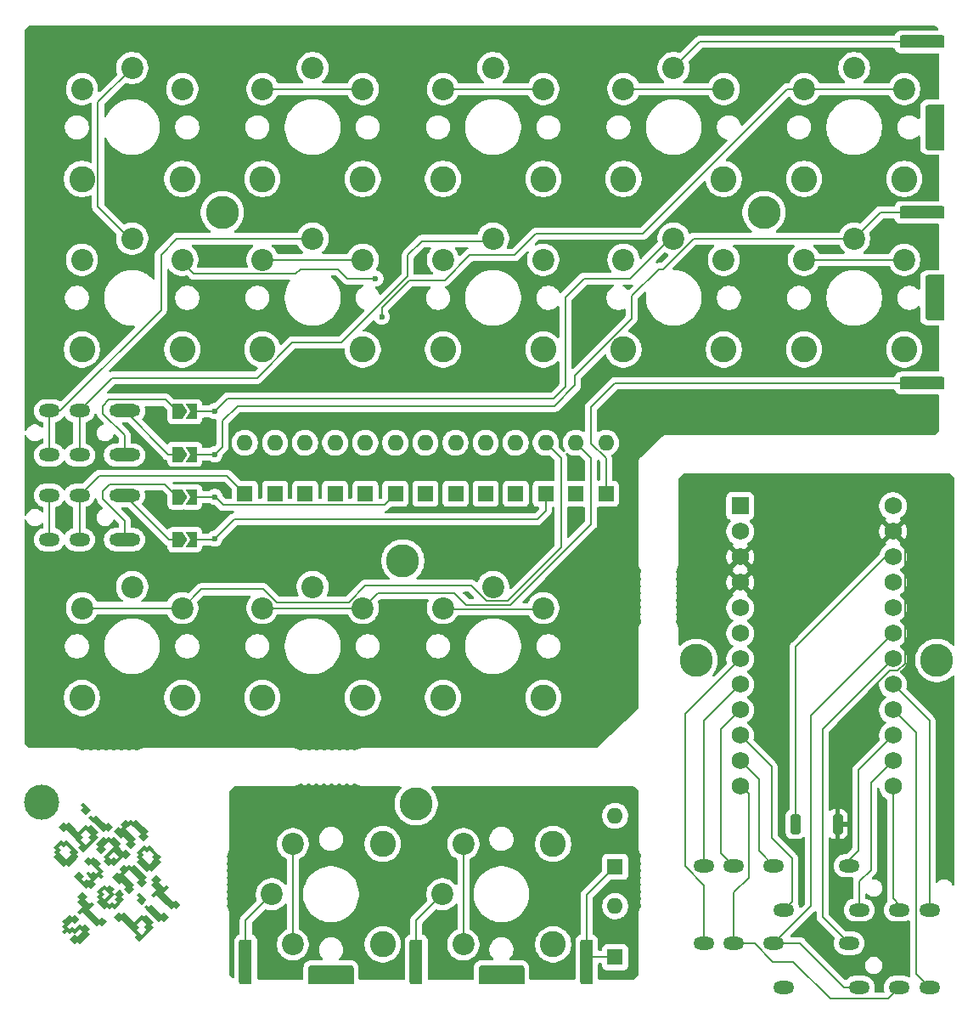
<source format=gtl>
%TF.GenerationSoftware,KiCad,Pcbnew,9.0.2*%
%TF.CreationDate,2026-01-27T22:30:12+01:00*%
%TF.ProjectId,obiwanstenobit,6f626977-616e-4737-9465-6e6f6269742e,rev?*%
%TF.SameCoordinates,Original*%
%TF.FileFunction,Copper,L1,Top*%
%TF.FilePolarity,Positive*%
%FSLAX46Y46*%
G04 Gerber Fmt 4.6, Leading zero omitted, Abs format (unit mm)*
G04 Created by KiCad (PCBNEW 9.0.2) date 2026-01-27 22:30:12*
%MOMM*%
%LPD*%
G01*
G04 APERTURE LIST*
G04 Aperture macros list*
%AMRoundRect*
0 Rectangle with rounded corners*
0 $1 Rounding radius*
0 $2 $3 $4 $5 $6 $7 $8 $9 X,Y pos of 4 corners*
0 Add a 4 corners polygon primitive as box body*
4,1,4,$2,$3,$4,$5,$6,$7,$8,$9,$2,$3,0*
0 Add four circle primitives for the rounded corners*
1,1,$1+$1,$2,$3*
1,1,$1+$1,$4,$5*
1,1,$1+$1,$6,$7*
1,1,$1+$1,$8,$9*
0 Add four rect primitives between the rounded corners*
20,1,$1+$1,$2,$3,$4,$5,0*
20,1,$1+$1,$4,$5,$6,$7,0*
20,1,$1+$1,$6,$7,$8,$9,0*
20,1,$1+$1,$8,$9,$2,$3,0*%
%AMFreePoly0*
4,1,6,1.000000,0.000000,0.500000,-0.750000,-0.500000,-0.750000,-0.500000,0.750000,0.500000,0.750000,1.000000,0.000000,1.000000,0.000000,$1*%
%AMFreePoly1*
4,1,6,0.500000,-0.750000,-0.650000,-0.750000,-0.150000,0.000000,-0.650000,0.750000,0.500000,0.750000,0.500000,-0.750000,0.500000,-0.750000,$1*%
%AMFreePoly2*
4,1,15,-0.950000,1.965000,-0.942430,2.030251,-0.900124,2.126064,-0.826064,2.200124,-0.730251,2.242430,-0.665000,2.250000,0.950000,2.250000,0.950000,-2.250000,-0.665000,-2.250000,-0.730251,-2.242430,-0.826064,-2.200124,-0.900124,-2.126064,-0.942430,-2.030251,-0.950000,-1.965000,-0.950000,1.965000,-0.950000,1.965000,$1*%
G04 Aperture macros list end*
%ADD10C,0.500000*%
%TA.AperFunction,ComponentPad*%
%ADD11C,2.600000*%
%TD*%
%TA.AperFunction,ComponentPad*%
%ADD12C,2.200000*%
%TD*%
%TA.AperFunction,ComponentPad*%
%ADD13O,2.100000X1.300000*%
%TD*%
%TA.AperFunction,ComponentPad*%
%ADD14R,1.600000X1.600000*%
%TD*%
%TA.AperFunction,ComponentPad*%
%ADD15O,1.600000X1.600000*%
%TD*%
%TA.AperFunction,SMDPad,CuDef*%
%ADD16RoundRect,0.190500X-2.049500X-0.444500X2.049500X-0.444500X2.049500X0.444500X-2.049500X0.444500X0*%
%TD*%
%TA.AperFunction,SMDPad,CuDef*%
%ADD17FreePoly0,0.000000*%
%TD*%
%TA.AperFunction,SMDPad,CuDef*%
%ADD18FreePoly1,0.000000*%
%TD*%
%TA.AperFunction,ComponentPad*%
%ADD19R,1.752600X1.752600*%
%TD*%
%TA.AperFunction,ComponentPad*%
%ADD20C,1.752600*%
%TD*%
%TA.AperFunction,ComponentPad*%
%ADD21C,3.300000*%
%TD*%
%TA.AperFunction,SMDPad,CuDef*%
%ADD22FreePoly2,0.000000*%
%TD*%
%TA.AperFunction,ComponentPad*%
%ADD23O,3.100000X1.300000*%
%TD*%
%TA.AperFunction,SMDPad,CuDef*%
%ADD24RoundRect,0.190500X0.444500X-2.049500X0.444500X2.049500X-0.444500X2.049500X-0.444500X-2.049500X0*%
%TD*%
%TA.AperFunction,SMDPad,CuDef*%
%ADD25RoundRect,0.250000X-0.250000X-0.750000X0.250000X-0.750000X0.250000X0.750000X-0.250000X0.750000X0*%
%TD*%
%TA.AperFunction,SMDPad,CuDef*%
%ADD26FreePoly2,270.000000*%
%TD*%
%TA.AperFunction,ComponentPad*%
%ADD27C,3.500000*%
%TD*%
%TA.AperFunction,ViaPad*%
%ADD28C,0.600000*%
%TD*%
%TA.AperFunction,Conductor*%
%ADD29C,0.200000*%
%TD*%
G04 APERTURE END LIST*
D10*
G36*
X112912313Y-115844467D02*
G01*
X113159628Y-116091782D01*
X113406943Y-116339097D01*
X113654257Y-116586411D01*
X113901572Y-116833726D01*
X113654257Y-117081041D01*
X113901572Y-117328355D01*
X113654257Y-117575670D01*
X113406943Y-117822985D01*
X113159628Y-118070299D01*
X112912313Y-118317614D01*
X112664999Y-118070299D01*
X112417684Y-118317614D01*
X112170369Y-118070299D01*
X111923055Y-117822985D01*
X111675740Y-117575670D01*
X111428425Y-117328355D01*
X111675740Y-117081041D01*
X111428425Y-116833726D01*
X111675740Y-116586411D01*
X111428425Y-116339097D01*
X111923055Y-116339097D01*
X112170369Y-116586411D01*
X111923055Y-116833726D01*
X112170369Y-117081041D01*
X112417684Y-117328355D01*
X112664999Y-117575670D01*
X112912313Y-117328355D01*
X113159628Y-117081041D01*
X112912313Y-116833726D01*
X113159628Y-116586411D01*
X112912313Y-116339097D01*
X112664999Y-116091782D01*
X112417684Y-116339097D01*
X112170369Y-116091782D01*
X111923055Y-116339097D01*
X111428425Y-116339097D01*
X111675740Y-116091782D01*
X111923055Y-115844467D01*
X112170369Y-115597153D01*
X112417684Y-115844467D01*
X112664999Y-115597153D01*
X112912313Y-115844467D01*
G37*
G36*
X113158246Y-114114646D02*
G01*
X113405561Y-114361961D01*
X113652876Y-114609276D01*
X113900190Y-114856590D01*
X114147505Y-114609276D01*
X114394820Y-114361961D01*
X114642134Y-114114646D01*
X114889449Y-114361961D01*
X115136764Y-114114646D01*
X115384078Y-114361961D01*
X115631393Y-114609276D01*
X115878708Y-114856590D01*
X115631393Y-115103905D01*
X115878708Y-115351220D01*
X115631393Y-115598534D01*
X115384078Y-115845849D01*
X115136764Y-116093164D01*
X114889449Y-116340478D01*
X114642134Y-116587793D01*
X114394820Y-116835108D01*
X114147505Y-116587793D01*
X113900190Y-116340478D01*
X114147505Y-116093164D01*
X113900190Y-115845849D01*
X113652876Y-115598534D01*
X113405561Y-115351220D01*
X113158246Y-115103905D01*
X114147505Y-115103905D01*
X114394820Y-115351220D01*
X114147505Y-115598534D01*
X114394820Y-115845849D01*
X114642134Y-116093164D01*
X114889449Y-115845849D01*
X115136764Y-115598534D01*
X114889449Y-115351220D01*
X115136764Y-115103905D01*
X114889449Y-114856590D01*
X114642134Y-114609276D01*
X114394820Y-114856590D01*
X114147505Y-115103905D01*
X113158246Y-115103905D01*
X112910932Y-114856590D01*
X112663617Y-114609276D01*
X112416302Y-114856590D01*
X112168988Y-114609276D01*
X111921673Y-114361961D01*
X112168988Y-114114646D01*
X112416302Y-113867332D01*
X112663617Y-114114646D01*
X112910932Y-113867332D01*
X113158246Y-114114646D01*
G37*
G36*
X117115281Y-114609276D02*
G01*
X116867966Y-114856590D01*
X116620652Y-114609276D01*
X116373337Y-114856590D01*
X116126022Y-114609276D01*
X115878708Y-114361961D01*
X115631393Y-114114646D01*
X115384078Y-113867332D01*
X115136764Y-113620017D01*
X114889449Y-113372702D01*
X115136764Y-113125388D01*
X115384078Y-113372702D01*
X115631393Y-113125388D01*
X115878708Y-113372702D01*
X116126022Y-113620017D01*
X116373337Y-113867332D01*
X116620652Y-114114646D01*
X116867966Y-113867332D01*
X117115281Y-114114646D01*
X117362596Y-114361961D01*
X117115281Y-114609276D01*
G37*
G36*
X114889449Y-112878073D02*
G01*
X114642134Y-113125388D01*
X114394820Y-112878073D01*
X114147505Y-112630758D01*
X114394820Y-112383444D01*
X114147505Y-112136129D01*
X114394820Y-111888814D01*
X114642134Y-112136129D01*
X114889449Y-112383444D01*
X115136764Y-112630758D01*
X114889449Y-112878073D01*
G37*
G36*
X116158247Y-119488347D02*
G01*
X115910932Y-119241032D01*
X115663617Y-119488347D01*
X115416303Y-119735662D01*
X115663617Y-119982976D01*
X115416303Y-120230291D01*
X115168988Y-120477606D01*
X114921673Y-120230291D01*
X114674359Y-120477606D01*
X114427044Y-120230291D01*
X114179729Y-119982976D01*
X113932415Y-119735662D01*
X113685100Y-119488347D01*
X113437785Y-119241032D01*
X113685100Y-118993718D01*
X113932415Y-118746403D01*
X114179729Y-118993718D01*
X114427044Y-119241032D01*
X114179729Y-119488347D01*
X114427044Y-119735662D01*
X114674359Y-119488347D01*
X114921673Y-119735662D01*
X115168988Y-119488347D01*
X114921673Y-119241032D01*
X114674359Y-118993718D01*
X114921673Y-118746403D01*
X115168988Y-118993718D01*
X115416303Y-118746403D01*
X115663617Y-118993718D01*
X115910932Y-118746403D01*
X115663617Y-118499088D01*
X115416303Y-118251774D01*
X115168988Y-118004459D01*
X114921673Y-118251774D01*
X114674359Y-118004459D01*
X114427044Y-117757144D01*
X114674359Y-117509830D01*
X114921673Y-117262515D01*
X115168988Y-117509830D01*
X115416303Y-117262515D01*
X115663617Y-117509830D01*
X115910932Y-117757144D01*
X116158247Y-118004459D01*
X115910932Y-118251774D01*
X116158247Y-118499088D01*
X116405561Y-118746403D01*
X116158247Y-118993718D01*
X116405561Y-119241032D01*
X116158247Y-119488347D01*
G37*
G36*
X117643516Y-115529931D02*
G01*
X117890831Y-115777245D01*
X118138146Y-116024560D01*
X117890831Y-116271875D01*
X118138146Y-116519189D01*
X118385460Y-116766504D01*
X118632775Y-116519189D01*
X118880090Y-116766504D01*
X119127404Y-117013819D01*
X118880090Y-117261133D01*
X118632775Y-117508448D01*
X118385460Y-117261133D01*
X118138146Y-117508448D01*
X117890831Y-117755763D01*
X117643516Y-118003077D01*
X117396202Y-118250392D01*
X117148887Y-118003077D01*
X116901572Y-118250392D01*
X116654258Y-118003077D01*
X116406943Y-117755763D01*
X116654258Y-117508448D01*
X116406943Y-117261133D01*
X116901572Y-117261133D01*
X117148887Y-117508448D01*
X117396202Y-117261133D01*
X117643516Y-117508448D01*
X117890831Y-117261133D01*
X117643516Y-117013819D01*
X117396202Y-116766504D01*
X117148887Y-117013819D01*
X116901572Y-117261133D01*
X116406943Y-117261133D01*
X116654258Y-117013819D01*
X116901572Y-116766504D01*
X117148887Y-116519189D01*
X117396202Y-116271875D01*
X117148887Y-116024560D01*
X116901572Y-115777245D01*
X116654258Y-116024560D01*
X116406943Y-116271875D01*
X116654258Y-116519189D01*
X116406943Y-116766504D01*
X116159628Y-117013819D01*
X115912314Y-116766504D01*
X115664999Y-116519189D01*
X115912314Y-116271875D01*
X115664999Y-116024560D01*
X115912314Y-115777245D01*
X116159628Y-115529931D01*
X116406943Y-115282616D01*
X116654258Y-115529931D01*
X116901572Y-115282616D01*
X117148887Y-115529931D01*
X117396202Y-115282616D01*
X117643516Y-115529931D01*
G37*
G36*
X120611292Y-115529931D02*
G01*
X120363978Y-115777245D01*
X120116663Y-115529931D01*
X119869348Y-115282616D01*
X120116663Y-115035301D01*
X119869348Y-114787987D01*
X119622034Y-114540672D01*
X119374719Y-114293357D01*
X119127404Y-114046043D01*
X118880090Y-114293357D01*
X118632775Y-114540672D01*
X118880090Y-114787987D01*
X119127404Y-115035301D01*
X119374719Y-115282616D01*
X119622034Y-115529931D01*
X119374719Y-115777245D01*
X119622034Y-116024560D01*
X119374719Y-116271875D01*
X119127404Y-116519189D01*
X118880090Y-116271875D01*
X118632775Y-116024560D01*
X118880090Y-115777245D01*
X118632775Y-115529931D01*
X118385460Y-115282616D01*
X118138146Y-115529931D01*
X117890831Y-115282616D01*
X117643516Y-115035301D01*
X117396202Y-114787987D01*
X117643516Y-114540672D01*
X117890831Y-114293357D01*
X118138146Y-114540672D01*
X118385460Y-114293357D01*
X118138146Y-114046043D01*
X118385460Y-113798728D01*
X118632775Y-113551413D01*
X118880090Y-113798728D01*
X119127404Y-113551413D01*
X119374719Y-113798728D01*
X119622034Y-113551413D01*
X119869348Y-113798728D01*
X120116663Y-114046043D01*
X120363978Y-114293357D01*
X120611292Y-114540672D01*
X120858607Y-114787987D01*
X120611292Y-115035301D01*
X120858607Y-115282616D01*
X120611292Y-115529931D01*
G37*
G36*
X118697392Y-123072222D02*
G01*
X118944707Y-123319537D01*
X119192021Y-123566851D01*
X119439336Y-123814166D01*
X119686651Y-123566851D01*
X119933965Y-123319537D01*
X120181280Y-123072222D01*
X120428595Y-123319537D01*
X120675909Y-123072222D01*
X120923224Y-123319537D01*
X121170539Y-123566851D01*
X121417853Y-123814166D01*
X121170539Y-124061481D01*
X121417853Y-124308795D01*
X121170539Y-124556110D01*
X120923224Y-124803425D01*
X120675909Y-125050739D01*
X120428595Y-125298054D01*
X120181280Y-125545369D01*
X119933965Y-125792683D01*
X119686651Y-125545369D01*
X119439336Y-125298054D01*
X119686651Y-125050739D01*
X119439336Y-124803425D01*
X119192021Y-124556110D01*
X118944707Y-124308795D01*
X118697392Y-124061481D01*
X119686651Y-124061481D01*
X119933965Y-124308795D01*
X119686651Y-124556110D01*
X119933965Y-124803425D01*
X120181280Y-125050739D01*
X120428595Y-124803425D01*
X120675909Y-124556110D01*
X120428595Y-124308795D01*
X120675909Y-124061481D01*
X120428595Y-123814166D01*
X120181280Y-123566851D01*
X119933965Y-123814166D01*
X119686651Y-124061481D01*
X118697392Y-124061481D01*
X118450077Y-123814166D01*
X118202763Y-123566851D01*
X117955448Y-123814166D01*
X117708133Y-123566851D01*
X117460819Y-123319537D01*
X117708133Y-123072222D01*
X117955448Y-122824907D01*
X118202763Y-123072222D01*
X118450077Y-122824907D01*
X118697392Y-123072222D01*
G37*
G36*
X122654427Y-123566851D02*
G01*
X122407112Y-123814166D01*
X122159797Y-123566851D01*
X121912483Y-123814166D01*
X121665168Y-123566851D01*
X121417853Y-123319537D01*
X121170539Y-123072222D01*
X120923224Y-122824907D01*
X120675909Y-122577593D01*
X120428595Y-122330278D01*
X120675909Y-122082963D01*
X120923224Y-122330278D01*
X121170539Y-122082963D01*
X121417853Y-122330278D01*
X121665168Y-122577593D01*
X121912483Y-122824907D01*
X122159797Y-123072222D01*
X122407112Y-122824907D01*
X122654427Y-123072222D01*
X122901741Y-123319537D01*
X122654427Y-123566851D01*
G37*
G36*
X120428595Y-121835649D02*
G01*
X120181280Y-122082963D01*
X119933965Y-121835649D01*
X119686651Y-121588334D01*
X119933965Y-121341019D01*
X119686651Y-121093705D01*
X119933965Y-120846390D01*
X120181280Y-121093705D01*
X120428595Y-121341019D01*
X120675909Y-121588334D01*
X120428595Y-121835649D01*
G37*
G36*
X123891000Y-122330278D02*
G01*
X123643685Y-122577593D01*
X123396371Y-122330278D01*
X123149056Y-122577593D01*
X122901741Y-122330278D01*
X122654427Y-122082963D01*
X122407112Y-121835649D01*
X122159797Y-121588334D01*
X121912483Y-121341019D01*
X121665168Y-121093705D01*
X121417853Y-121341019D01*
X121170539Y-121093705D01*
X121417853Y-120846390D01*
X121665168Y-120599075D01*
X121417853Y-120351761D01*
X121170539Y-120104446D01*
X121417853Y-119857131D01*
X121170539Y-119609816D01*
X121417853Y-119362502D01*
X121665168Y-119115187D01*
X121912483Y-119362502D01*
X122159797Y-119609816D01*
X121912483Y-119857131D01*
X122159797Y-120104446D01*
X122407112Y-120351761D01*
X122654427Y-120104446D01*
X122901741Y-120351761D01*
X122654427Y-120599075D01*
X122407112Y-120846390D01*
X122654427Y-121093705D01*
X122901741Y-121341019D01*
X123149056Y-121588334D01*
X123396371Y-121835649D01*
X123643685Y-121588334D01*
X123891000Y-121835649D01*
X124138315Y-122082963D01*
X123891000Y-122330278D01*
G37*
G36*
X113772515Y-123271358D02*
G01*
X114019830Y-123518672D01*
X113772515Y-123765987D01*
X113525200Y-124013302D01*
X113277886Y-123765987D01*
X113030571Y-124013302D01*
X112783256Y-124260616D01*
X113030571Y-124507931D01*
X113277886Y-124260616D01*
X113525200Y-124507931D01*
X113772515Y-124260616D01*
X114019830Y-124013302D01*
X114267144Y-124260616D01*
X114514459Y-124013302D01*
X114761774Y-124260616D01*
X115009088Y-124507931D01*
X114761774Y-124755246D01*
X115009088Y-125002560D01*
X114761774Y-125249875D01*
X114514459Y-125497190D01*
X114267144Y-125744504D01*
X114019830Y-125991819D01*
X113772515Y-125744504D01*
X113525200Y-125991819D01*
X113277886Y-125744504D01*
X113030571Y-125497190D01*
X113277886Y-125249875D01*
X113525200Y-125002560D01*
X113772515Y-125249875D01*
X114019830Y-125002560D01*
X114267144Y-124755246D01*
X114019830Y-124507931D01*
X113772515Y-124755246D01*
X113525200Y-125002560D01*
X113277886Y-124755246D01*
X113030571Y-125002560D01*
X112783256Y-124755246D01*
X112535942Y-125002560D01*
X112288627Y-124755246D01*
X112535942Y-124507931D01*
X112288627Y-124260616D01*
X112535942Y-124013302D01*
X112288627Y-123765987D01*
X112535942Y-123518672D01*
X112783256Y-123271358D01*
X113030571Y-123024043D01*
X113277886Y-123271358D01*
X113525200Y-123024043D01*
X113772515Y-123271358D01*
G37*
G36*
X116491595Y-124014683D02*
G01*
X116244280Y-124261998D01*
X115996965Y-124014683D01*
X115749651Y-124261998D01*
X115502336Y-124014683D01*
X115255021Y-123767369D01*
X115007707Y-123520054D01*
X114760392Y-123272739D01*
X114513077Y-123025425D01*
X114265763Y-122778110D01*
X114018448Y-123025425D01*
X113771133Y-122778110D01*
X114018448Y-122530795D01*
X114265763Y-122283481D01*
X114018448Y-122036166D01*
X113771133Y-121788851D01*
X114018448Y-121541537D01*
X113771133Y-121294222D01*
X114018448Y-121046907D01*
X114265763Y-120799593D01*
X114513077Y-121046907D01*
X114760392Y-121294222D01*
X114513077Y-121541537D01*
X114760392Y-121788851D01*
X115007707Y-122036166D01*
X115255021Y-121788851D01*
X115502336Y-122036166D01*
X115255021Y-122283481D01*
X115007707Y-122530795D01*
X115255021Y-122778110D01*
X115502336Y-123025425D01*
X115749651Y-123272739D01*
X115996965Y-123520054D01*
X116244280Y-123272739D01*
X116491595Y-123520054D01*
X116738909Y-123767369D01*
X116491595Y-124014683D01*
G37*
G36*
X117233539Y-120304963D02*
G01*
X117480853Y-120552278D01*
X117233539Y-120799593D01*
X117480853Y-121046907D01*
X117233539Y-121294222D01*
X116986224Y-121541537D01*
X116738909Y-121788851D01*
X116986224Y-122036166D01*
X117233539Y-121788851D01*
X117480853Y-122036166D01*
X117728168Y-121788851D01*
X117480853Y-121541537D01*
X117728168Y-121294222D01*
X117480853Y-121046907D01*
X117728168Y-120799593D01*
X117975483Y-120552278D01*
X118222797Y-120799593D01*
X118470112Y-121046907D01*
X118222797Y-121294222D01*
X118470112Y-121541537D01*
X118222797Y-121788851D01*
X117975483Y-122036166D01*
X117728168Y-122283481D01*
X117480853Y-122530795D01*
X117233539Y-122283481D01*
X116986224Y-122530795D01*
X116738909Y-122283481D01*
X116491595Y-122530795D01*
X116244280Y-122283481D01*
X115996965Y-122036166D01*
X115749651Y-121788851D01*
X115996965Y-121541537D01*
X115749651Y-121294222D01*
X115996965Y-121046907D01*
X115749651Y-120799593D01*
X116244280Y-120799593D01*
X116491595Y-121046907D01*
X116244280Y-121294222D01*
X116491595Y-121541537D01*
X116738909Y-121294222D01*
X116986224Y-121046907D01*
X116738909Y-120799593D01*
X116491595Y-120552278D01*
X116244280Y-120799593D01*
X115749651Y-120799593D01*
X115996965Y-120552278D01*
X116244280Y-120304963D01*
X116491595Y-120057649D01*
X116738909Y-120304963D01*
X116986224Y-120057649D01*
X117233539Y-120304963D01*
G37*
G36*
X120448629Y-120057649D02*
G01*
X120201315Y-120304963D01*
X119954000Y-120057649D01*
X119706685Y-119810334D01*
X119954000Y-119563019D01*
X119706685Y-119315705D01*
X119459371Y-119068390D01*
X119212056Y-118821075D01*
X118964741Y-118573761D01*
X118717427Y-118821075D01*
X118470112Y-119068390D01*
X118717427Y-119315705D01*
X118964741Y-119563019D01*
X119212056Y-119810334D01*
X119459371Y-120057649D01*
X119212056Y-120304963D01*
X119459371Y-120552278D01*
X119212056Y-120799593D01*
X118964741Y-121046907D01*
X118717427Y-120799593D01*
X118470112Y-120552278D01*
X118717427Y-120304963D01*
X118470112Y-120057649D01*
X118222797Y-119810334D01*
X117975483Y-120057649D01*
X117728168Y-119810334D01*
X117480853Y-119563019D01*
X117233539Y-119315705D01*
X117480853Y-119068390D01*
X117728168Y-118821075D01*
X117975483Y-119068390D01*
X118222797Y-118821075D01*
X117975483Y-118573761D01*
X118222797Y-118326446D01*
X118470112Y-118079131D01*
X118717427Y-118326446D01*
X118964741Y-118079131D01*
X119212056Y-118326446D01*
X119459371Y-118079131D01*
X119706685Y-118326446D01*
X119954000Y-118573761D01*
X120201315Y-118821075D01*
X120448629Y-119068390D01*
X120695944Y-119315705D01*
X120448629Y-119563019D01*
X120695944Y-119810334D01*
X120448629Y-120057649D01*
G37*
G36*
X121190573Y-116347929D02*
G01*
X121437888Y-116595243D01*
X121685203Y-116842558D01*
X121932517Y-117089873D01*
X122179832Y-117337187D01*
X121932517Y-117584502D01*
X122179832Y-117831817D01*
X121932517Y-118079131D01*
X121685203Y-118326446D01*
X121437888Y-118573761D01*
X121190573Y-118821075D01*
X120943259Y-118573761D01*
X120695944Y-118821075D01*
X120448629Y-118573761D01*
X120201315Y-118326446D01*
X119954000Y-118079131D01*
X119706685Y-117831817D01*
X119954000Y-117584502D01*
X119706685Y-117337187D01*
X119954000Y-117089873D01*
X119706685Y-116842558D01*
X120201315Y-116842558D01*
X120448629Y-117089873D01*
X120201315Y-117337187D01*
X120448629Y-117584502D01*
X120695944Y-117831817D01*
X120943259Y-118079131D01*
X121190573Y-117831817D01*
X121437888Y-117584502D01*
X121190573Y-117337187D01*
X121437888Y-117089873D01*
X121190573Y-116842558D01*
X120943259Y-116595243D01*
X120695944Y-116842558D01*
X120448629Y-116595243D01*
X120201315Y-116842558D01*
X119706685Y-116842558D01*
X119954000Y-116595243D01*
X120201315Y-116347929D01*
X120448629Y-116100614D01*
X120695944Y-116347929D01*
X120943259Y-116100614D01*
X121190573Y-116347929D01*
G37*
D11*
%TO.P,MX15,*%
%TO.N,*%
X161233340Y-126041615D03*
X161233340Y-116041615D03*
D12*
%TO.P,MX15,1,COL*%
%TO.N,Net-(J10-Pin_1)*%
X150183340Y-121041615D03*
%TO.P,MX15,2,ROW*%
%TO.N,Net-(D15-A)*%
X152283340Y-126041615D03*
X152283340Y-116041615D03*
%TD*%
D13*
%TO.P,J15,1,T*%
%TO.N,col4l*%
X190755000Y-118216610D03*
%TO.P,J15,2,R*%
%TO.N,col3l*%
X191755000Y-122616610D03*
%TO.P,J15,3,SR*%
%TO.N,col2l*%
X195755000Y-122616610D03*
%TO.P,J15,4,S*%
%TO.N,col1l*%
X198755000Y-122616610D03*
%TD*%
D11*
%TO.P,MX13,*%
%TO.N,*%
X150250000Y-101483288D03*
X160250000Y-101483288D03*
D12*
%TO.P,MX13,1,COL*%
%TO.N,col2*%
X155250000Y-90433288D03*
%TO.P,MX13,2,ROW*%
%TO.N,Net-(D13-A)*%
X150250000Y-92533288D03*
X160250000Y-92533288D03*
%TD*%
D14*
%TO.P,D11,1,K*%
%TO.N,row2*%
X160500000Y-81147963D03*
D15*
%TO.P,D11,2,A*%
%TO.N,Net-(D11-A)*%
X160500000Y-76067963D03*
%TD*%
D13*
%TO.P,J16,1,T*%
%TO.N,row2c*%
X190755000Y-125936610D03*
%TO.P,J16,2,R*%
%TO.N,row1c*%
X191755000Y-130336610D03*
%TO.P,J16,3,SR*%
%TO.N,row0c*%
X195755000Y-130336610D03*
%TO.P,J16,4,S*%
%TO.N,col0l*%
X198755000Y-130336610D03*
%TD*%
D16*
%TO.P,J1,1,Pin_1*%
%TO.N,col3*%
X198000000Y-36124983D03*
%TD*%
D17*
%TO.P,JP2,1,A*%
%TO.N,Net-(J17-T)*%
X123775000Y-72958299D03*
D18*
%TO.P,JP2,2,B*%
%TO.N,col3*%
X125225000Y-72958299D03*
%TD*%
D14*
%TO.P,D15,1,K*%
%TO.N,Net-(D14-K)*%
X167416668Y-118314615D03*
D15*
%TO.P,D15,2,A*%
%TO.N,Net-(D15-A)*%
X167416668Y-113234615D03*
%TD*%
D19*
%TO.P,U1,1,TX0*%
%TO.N,unconnected-(U1-TX0-Pad1)*%
X179880000Y-82363288D03*
D20*
%TO.P,U1,2,RX1*%
%TO.N,unconnected-(U1-RX1-Pad2)*%
X179880000Y-84903288D03*
%TO.P,U1,3,GND*%
%TO.N,GND*%
X179880000Y-87443288D03*
%TO.P,U1,4,GND*%
X179880000Y-89983288D03*
%TO.P,U1,5,2/SDA*%
%TO.N,unconnected-(U1-2{slash}SDA-Pad5)*%
X179880000Y-92523288D03*
%TO.P,U1,6,3/SCL*%
%TO.N,unconnected-(U1-3{slash}SCL-Pad6)*%
X179880000Y-95063288D03*
%TO.P,U1,7,4*%
%TO.N,col0r*%
X179880000Y-97603288D03*
%TO.P,U1,8,5*%
%TO.N,col1r*%
X179880000Y-100143288D03*
%TO.P,U1,9,6*%
%TO.N,col2r*%
X179880000Y-102683288D03*
%TO.P,U1,10,7*%
%TO.N,col4r*%
X179880000Y-105223288D03*
%TO.P,U1,11,8*%
%TO.N,col3r*%
X179880000Y-107763288D03*
%TO.P,U1,12,9*%
%TO.N,row0c*%
X179880000Y-110303288D03*
%TO.P,U1,13,10*%
%TO.N,col2l*%
X195120000Y-110303288D03*
%TO.P,U1,14,16*%
%TO.N,col3l*%
X195120000Y-107763288D03*
%TO.P,U1,15,14*%
%TO.N,col4l*%
X195120000Y-105223288D03*
%TO.P,U1,16,15*%
%TO.N,col0l*%
X195120000Y-102683288D03*
%TO.P,U1,17,A0*%
%TO.N,col1l*%
X195120000Y-100143288D03*
%TO.P,U1,18,A1*%
%TO.N,row2c*%
X195120000Y-97603288D03*
%TO.P,U1,19,A2*%
%TO.N,row1c*%
X195120000Y-95063288D03*
%TO.P,U1,20,A3*%
%TO.N,unconnected-(U1-A3-Pad20)*%
X195120000Y-92523288D03*
%TO.P,U1,21,VCC*%
%TO.N,unconnected-(U1-VCC-Pad21)*%
X195120000Y-89983288D03*
%TO.P,U1,22,RST*%
%TO.N,Net-(U1-RST)*%
X195120000Y-87443288D03*
%TO.P,U1,23,GND*%
%TO.N,GND*%
X195120000Y-84903288D03*
%TO.P,U1,24,RAW*%
%TO.N,unconnected-(U1-RAW-Pad24)*%
X195120000Y-82363288D03*
%TD*%
D11*
%TO.P,MX8,*%
%TO.N,*%
X150250000Y-66774971D03*
X160250000Y-66774971D03*
D12*
%TO.P,MX8,1,COL*%
%TO.N,col2*%
X155250000Y-55724971D03*
%TO.P,MX8,2,ROW*%
%TO.N,Net-(D8-A)*%
X150250000Y-57824971D03*
X160250000Y-57824971D03*
%TD*%
D13*
%TO.P,J14,1,T*%
%TO.N,row2c*%
X184245000Y-130336610D03*
%TO.P,J14,2,R*%
%TO.N,row1c*%
X183245000Y-125936610D03*
%TO.P,J14,3,SR*%
%TO.N,row0c*%
X179245000Y-125936610D03*
%TO.P,J14,4,S*%
%TO.N,col0r*%
X176245000Y-125936610D03*
%TD*%
D11*
%TO.P,MX5,*%
%TO.N,*%
X186250000Y-49774979D03*
X196250000Y-49774979D03*
D12*
%TO.P,MX5,1,COL*%
%TO.N,col4*%
X191250000Y-38724979D03*
%TO.P,MX5,2,ROW*%
%TO.N,Net-(D5-A)*%
X186250000Y-40824979D03*
X196250000Y-40824979D03*
%TD*%
D11*
%TO.P,MX3,*%
%TO.N,*%
X150250000Y-49774979D03*
X160250000Y-49774979D03*
D12*
%TO.P,MX3,1,COL*%
%TO.N,col2*%
X155250000Y-38724979D03*
%TO.P,MX3,2,ROW*%
%TO.N,Net-(D3-A)*%
X150250000Y-40824979D03*
X160250000Y-40824979D03*
%TD*%
D14*
%TO.P,D2,1,K*%
%TO.N,row0*%
X133500000Y-81147963D03*
D15*
%TO.P,D2,2,A*%
%TO.N,Net-(D2-A)*%
X133500000Y-76067963D03*
%TD*%
D11*
%TO.P,MX1,*%
%TO.N,*%
X114250000Y-49774979D03*
X124250000Y-49774979D03*
D12*
%TO.P,MX1,1,COL*%
%TO.N,col0*%
X119250000Y-38724979D03*
%TO.P,MX1,2,ROW*%
%TO.N,Net-(D1-A)*%
X114250000Y-40824979D03*
X124250000Y-40824979D03*
%TD*%
D21*
%TO.P,HOLE5,1*%
%TO.N,N/C*%
X175500000Y-97749954D03*
%TD*%
D14*
%TO.P,D4,1,K*%
%TO.N,row0*%
X139500000Y-81147963D03*
D15*
%TO.P,D4,2,A*%
%TO.N,Net-(D4-A)*%
X139500000Y-76067963D03*
%TD*%
D11*
%TO.P,MX2,*%
%TO.N,*%
X132250000Y-49774979D03*
X142250000Y-49774979D03*
D12*
%TO.P,MX2,1,COL*%
%TO.N,col1*%
X137250000Y-38724979D03*
%TO.P,MX2,2,ROW*%
%TO.N,Net-(D2-A)*%
X132250000Y-40824979D03*
X142250000Y-40824979D03*
%TD*%
D11*
%TO.P,MX4,*%
%TO.N,*%
X168250000Y-49774979D03*
X178250000Y-49774979D03*
D12*
%TO.P,MX4,1,COL*%
%TO.N,col3*%
X173250000Y-38724979D03*
%TO.P,MX4,2,ROW*%
%TO.N,Net-(D4-A)*%
X168250000Y-40824979D03*
X178250000Y-40824979D03*
%TD*%
D11*
%TO.P,MX12,*%
%TO.N,*%
X132250000Y-101483288D03*
X142250000Y-101483288D03*
D12*
%TO.P,MX12,1,COL*%
%TO.N,col1*%
X137250000Y-90433288D03*
%TO.P,MX12,2,ROW*%
%TO.N,Net-(D12-A)*%
X132250000Y-92533288D03*
X142250000Y-92533288D03*
%TD*%
D21*
%TO.P,HOLE5,1*%
%TO.N,N/C*%
X147583344Y-112041615D03*
%TD*%
D17*
%TO.P,JP8,1,A*%
%TO.N,Net-(J18-R)*%
X123775000Y-85708293D03*
D18*
%TO.P,JP8,2,B*%
%TO.N,row2*%
X125225000Y-85708293D03*
%TD*%
D14*
%TO.P,D8,1,K*%
%TO.N,row1*%
X151500000Y-81147963D03*
D15*
%TO.P,D8,2,A*%
%TO.N,Net-(D8-A)*%
X151500000Y-76067963D03*
%TD*%
D14*
%TO.P,D5,1,K*%
%TO.N,row0*%
X142500000Y-81147963D03*
D15*
%TO.P,D5,2,A*%
%TO.N,Net-(D5-A)*%
X142500000Y-76067963D03*
%TD*%
D22*
%TO.P,REF\u002A\u002A,1*%
%TO.N,N/C*%
X199263000Y-44624979D03*
%TD*%
D21*
%TO.P,HOLE5,1*%
%TO.N,N/C*%
X182250000Y-53124975D03*
%TD*%
D23*
%TO.P,J18,1,T*%
%TO.N,Net-(J18-T)*%
X118495000Y-85711631D03*
%TO.P,J18,2,R*%
%TO.N,Net-(J18-R)*%
X118495000Y-81311631D03*
D13*
%TO.P,J18,3,SR*%
%TO.N,row0*%
X113995000Y-81311631D03*
X113995000Y-85711631D03*
%TO.P,J18,4,S*%
%TO.N,col0*%
X110995000Y-81311631D03*
X110995000Y-85711631D03*
%TD*%
D22*
%TO.P,REF\u002A\u002A,1*%
%TO.N,N/C*%
X199263000Y-61624971D03*
%TD*%
D16*
%TO.P,J3,1,Pin_1*%
%TO.N,col4*%
X198000000Y-53124975D03*
%TD*%
D14*
%TO.P,D3,1,K*%
%TO.N,row0*%
X136500000Y-81147963D03*
D15*
%TO.P,D3,2,A*%
%TO.N,Net-(D3-A)*%
X136500000Y-76067963D03*
%TD*%
D13*
%TO.P,J13,1,T*%
%TO.N,col4r*%
X184245000Y-122616610D03*
%TO.P,J13,2,R*%
%TO.N,col3r*%
X183245000Y-118216610D03*
%TO.P,J13,3,SR*%
%TO.N,col2r*%
X179245000Y-118216610D03*
%TO.P,J13,4,S*%
%TO.N,col1r*%
X176245000Y-118216610D03*
%TD*%
D11*
%TO.P,MX14,*%
%TO.N,*%
X144233348Y-126041615D03*
X144233348Y-116041615D03*
D12*
%TO.P,MX14,1,COL*%
%TO.N,Net-(J7-Pin_1)*%
X133183348Y-121041615D03*
%TO.P,MX14,2,ROW*%
%TO.N,Net-(D14-A)*%
X135283348Y-126041615D03*
X135283348Y-116041615D03*
%TD*%
D14*
%TO.P,D12,1,K*%
%TO.N,row2*%
X163500000Y-81147963D03*
D15*
%TO.P,D12,2,A*%
%TO.N,Net-(D12-A)*%
X163500000Y-76067963D03*
%TD*%
D14*
%TO.P,D7,1,K*%
%TO.N,row1*%
X148500000Y-81147963D03*
D15*
%TO.P,D7,2,A*%
%TO.N,Net-(D7-A)*%
X148500000Y-76067963D03*
%TD*%
D24*
%TO.P,J9,1,Pin_1*%
%TO.N,Net-(J10-Pin_1)*%
X147583344Y-127791615D03*
%TD*%
D14*
%TO.P,D13,1,K*%
%TO.N,row2*%
X166500000Y-81147963D03*
D15*
%TO.P,D13,2,A*%
%TO.N,Net-(D13-A)*%
X166500000Y-76067963D03*
%TD*%
D25*
%TO.P,SW1,1,1*%
%TO.N,Net-(U1-RST)*%
X185400000Y-114041613D03*
%TO.P,SW1,2,2*%
%TO.N,GND*%
X189600000Y-114041613D03*
%TD*%
D17*
%TO.P,JP6,1,A*%
%TO.N,Net-(J18-T)*%
X123775000Y-81458295D03*
D18*
%TO.P,JP6,2,B*%
%TO.N,row1*%
X125225000Y-81458295D03*
%TD*%
D14*
%TO.P,D10,1,K*%
%TO.N,row1*%
X157500000Y-81147963D03*
D15*
%TO.P,D10,2,A*%
%TO.N,Net-(D10-A)*%
X157500000Y-76067963D03*
%TD*%
D23*
%TO.P,J17,1,T*%
%TO.N,Net-(J17-T)*%
X118495000Y-77283298D03*
%TO.P,J17,2,R*%
%TO.N,Net-(J17-R)*%
X118495000Y-72883298D03*
D13*
%TO.P,J17,3,SR*%
%TO.N,col2*%
X113995000Y-72883298D03*
X113995000Y-77283298D03*
%TO.P,J17,4,S*%
%TO.N,col1*%
X110995000Y-72883298D03*
X110995000Y-77283298D03*
%TD*%
D21*
%TO.P,HOLE5,1*%
%TO.N,N/C*%
X128250000Y-53124975D03*
%TD*%
D17*
%TO.P,JP4,1,A*%
%TO.N,Net-(J17-R)*%
X123775000Y-77208297D03*
D18*
%TO.P,JP4,2,B*%
%TO.N,col4*%
X125225000Y-77208297D03*
%TD*%
D26*
%TO.P,REF\u002A\u002A,1*%
%TO.N,N/C*%
X156083340Y-129063615D03*
%TD*%
D14*
%TO.P,D1,1,K*%
%TO.N,row0*%
X130500000Y-81147963D03*
D15*
%TO.P,D1,2,A*%
%TO.N,Net-(D1-A)*%
X130500000Y-76067963D03*
%TD*%
D27*
%TO.P,HOLE5,*%
%TO.N,*%
X110250000Y-111916614D03*
%TD*%
D11*
%TO.P,MX11,*%
%TO.N,*%
X114250000Y-101483288D03*
X124250000Y-101483288D03*
D12*
%TO.P,MX11,1,COL*%
%TO.N,col0*%
X119250000Y-90433288D03*
%TO.P,MX11,2,ROW*%
%TO.N,Net-(D11-A)*%
X114250000Y-92533288D03*
X124250000Y-92533288D03*
%TD*%
D14*
%TO.P,D9,1,K*%
%TO.N,row1*%
X154500000Y-81147963D03*
D15*
%TO.P,D9,2,A*%
%TO.N,Net-(D9-A)*%
X154500000Y-76067963D03*
%TD*%
D16*
%TO.P,J5,1,Pin_1*%
%TO.N,row2*%
X198000000Y-70124967D03*
%TD*%
D21*
%TO.P,HOLE5,1*%
%TO.N,N/C*%
X146250000Y-87833292D03*
%TD*%
%TO.P,HOLE5,1*%
%TO.N,N/C*%
X199500000Y-97749954D03*
%TD*%
D24*
%TO.P,J7,1,Pin_1*%
%TO.N,Net-(J7-Pin_1)*%
X130583352Y-127791615D03*
%TD*%
D26*
%TO.P,REF\u002A\u002A,1*%
%TO.N,N/C*%
X139083348Y-129063615D03*
%TD*%
D11*
%TO.P,MX6,*%
%TO.N,*%
X114250000Y-66774971D03*
X124250000Y-66774971D03*
D12*
%TO.P,MX6,1,COL*%
%TO.N,col0*%
X119250000Y-55724971D03*
%TO.P,MX6,2,ROW*%
%TO.N,Net-(D6-A)*%
X114250000Y-57824971D03*
X124250000Y-57824971D03*
%TD*%
D11*
%TO.P,MX9,*%
%TO.N,*%
X168250000Y-66774971D03*
X178250000Y-66774971D03*
D12*
%TO.P,MX9,1,COL*%
%TO.N,col3*%
X173250000Y-55724971D03*
%TO.P,MX9,2,ROW*%
%TO.N,Net-(D9-A)*%
X168250000Y-57824971D03*
X178250000Y-57824971D03*
%TD*%
D14*
%TO.P,D14,1,K*%
%TO.N,Net-(D14-K)*%
X167416668Y-127314615D03*
D15*
%TO.P,D14,2,A*%
%TO.N,Net-(D14-A)*%
X167416668Y-122234615D03*
%TD*%
D11*
%TO.P,MX7,*%
%TO.N,*%
X132250000Y-66774971D03*
X142250000Y-66774971D03*
D12*
%TO.P,MX7,1,COL*%
%TO.N,col1*%
X137250000Y-55724971D03*
%TO.P,MX7,2,ROW*%
%TO.N,Net-(D7-A)*%
X132250000Y-57824971D03*
X142250000Y-57824971D03*
%TD*%
D24*
%TO.P,J11,1,Pin_1*%
%TO.N,Net-(D14-K)*%
X164583336Y-127791615D03*
%TD*%
D11*
%TO.P,MX10,*%
%TO.N,*%
X186250000Y-66774971D03*
X196250000Y-66774971D03*
D12*
%TO.P,MX10,1,COL*%
%TO.N,col4*%
X191250000Y-55724971D03*
%TO.P,MX10,2,ROW*%
%TO.N,Net-(D10-A)*%
X186250000Y-57824971D03*
X196250000Y-57824971D03*
%TD*%
D14*
%TO.P,D6,1,K*%
%TO.N,row1*%
X145500000Y-81147963D03*
D15*
%TO.P,D6,2,A*%
%TO.N,Net-(D6-A)*%
X145500000Y-76067963D03*
%TD*%
D28*
%TO.N,Net-(D5-A)*%
X144145000Y-63500000D03*
%TO.N,row1*%
X127500000Y-81458295D03*
%TO.N,Net-(D6-A)*%
X143510000Y-59690000D03*
%TO.N,row2*%
X127500000Y-85598000D03*
%TO.N,col3*%
X127500000Y-72898000D03*
%TO.N,col4*%
X127500000Y-77208297D03*
%TD*%
D29*
%TO.N,row0*%
X130500000Y-81147963D02*
X128685333Y-79333296D01*
X128685333Y-79333296D02*
X115973335Y-79333296D01*
X113995000Y-81311631D02*
X113995000Y-85711631D01*
X115973335Y-79333296D02*
X113995000Y-81311631D01*
%TO.N,Net-(D2-A)*%
X132250000Y-40824979D02*
X142250000Y-40824979D01*
%TO.N,Net-(D3-A)*%
X150250000Y-40824979D02*
X160250000Y-40824979D01*
%TO.N,Net-(D4-A)*%
X178250000Y-40824979D02*
X168250000Y-40824979D01*
%TO.N,Net-(D5-A)*%
X147129500Y-59880500D02*
X146901463Y-59880500D01*
X157397693Y-57359307D02*
X152930314Y-57359307D01*
X184600021Y-40824979D02*
X170180000Y-55245000D01*
X186250000Y-40824979D02*
X184600021Y-40824979D01*
X196250000Y-40824979D02*
X186250000Y-40824979D01*
X152930314Y-57359307D02*
X150409121Y-59880500D01*
X146901463Y-59880500D02*
X144145000Y-62636963D01*
X150409121Y-59880500D02*
X147129500Y-59880500D01*
X144145000Y-62636963D02*
X144145000Y-63500000D01*
X170180000Y-55245000D02*
X159512000Y-55245000D01*
X159512000Y-55245000D02*
X157397693Y-57359307D01*
%TO.N,row1*%
X127500000Y-81458295D02*
X125225000Y-81458295D01*
X127551295Y-81458295D02*
X128341963Y-82248963D01*
X128341963Y-82248963D02*
X144399000Y-82248963D01*
X144399000Y-82248963D02*
X145500000Y-81147963D01*
X127500000Y-81458295D02*
X127551295Y-81458295D01*
%TO.N,Net-(D6-A)*%
X135581722Y-59225971D02*
X125417664Y-59225971D01*
X125417664Y-59225971D02*
X124250000Y-58058307D01*
X124250000Y-58058307D02*
X124269307Y-58039000D01*
X139774971Y-58748971D02*
X136058722Y-58748971D01*
X136058722Y-58748971D02*
X135581722Y-59225971D01*
X143510000Y-59690000D02*
X140716000Y-59690000D01*
X140716000Y-59690000D02*
X139774971Y-58748971D01*
%TO.N,Net-(D7-A)*%
X142250000Y-57824971D02*
X132250000Y-57824971D01*
%TO.N,Net-(D10-A)*%
X196250000Y-57824971D02*
X186250000Y-57824971D01*
%TO.N,Net-(D11-A)*%
X159351000Y-89154000D02*
X162000000Y-86505000D01*
X140849000Y-91952974D02*
X133651000Y-91952974D01*
X114250000Y-92533288D02*
X124250000Y-92533288D01*
X132364650Y-90666624D02*
X126116664Y-90666624D01*
X126116664Y-90666624D02*
X124250000Y-92533288D01*
X162000000Y-86505000D02*
X162000000Y-77567963D01*
X154572288Y-91834288D02*
X153035000Y-90297000D01*
X159351000Y-89154000D02*
X156670712Y-91834288D01*
X153035000Y-90297000D02*
X142504974Y-90297000D01*
X162000000Y-77567963D02*
X160500000Y-76067963D01*
X133651000Y-91952974D02*
X132364650Y-90666624D01*
X156670712Y-91834288D02*
X154572288Y-91834288D01*
X142504974Y-90297000D02*
X140849000Y-91952974D01*
%TO.N,row2*%
X198000000Y-70124967D02*
X167386000Y-70124967D01*
X165000000Y-76125013D02*
X166500000Y-77625013D01*
X127500000Y-85598000D02*
X127381000Y-85717000D01*
X160500000Y-82832000D02*
X159639000Y-83693000D01*
X127381000Y-85717000D02*
X127372293Y-85708293D01*
X129405000Y-83693000D02*
X127500000Y-85598000D01*
X127372293Y-85708293D02*
X125225000Y-85708293D01*
X167386000Y-70124967D02*
X165000000Y-72510967D01*
X159639000Y-83693000D02*
X129405000Y-83693000D01*
X160500000Y-81147963D02*
X160500000Y-82832000D01*
X166500000Y-77625013D02*
X166500000Y-81147963D01*
X165000000Y-72510967D02*
X165000000Y-76125013D01*
X125335293Y-85598000D02*
X125225000Y-85708293D01*
%TO.N,Net-(D12-A)*%
X156938712Y-92235288D02*
X152560288Y-92235288D01*
X162433000Y-86741000D02*
X156938712Y-92235288D01*
X152560288Y-92235288D02*
X151384000Y-91059000D01*
X165000000Y-84174000D02*
X165000000Y-77567963D01*
X165000000Y-77567963D02*
X163500000Y-76067963D01*
X143724288Y-91059000D02*
X142250000Y-92533288D01*
X162433000Y-86741000D02*
X165000000Y-84174000D01*
X132250000Y-92533288D02*
X142250000Y-92533288D01*
X151384000Y-91059000D02*
X143724288Y-91059000D01*
%TO.N,Net-(D13-A)*%
X160147000Y-92636288D02*
X160250000Y-92533288D01*
X150250000Y-92533288D02*
X150353000Y-92636288D01*
X150353000Y-92636288D02*
X160147000Y-92636288D01*
%TO.N,Net-(D14-K)*%
X164583336Y-121103648D02*
X167372369Y-118314615D01*
X167416668Y-127314615D02*
X165060336Y-127314615D01*
X165060336Y-127314615D02*
X164583336Y-127791615D01*
X164583336Y-127791615D02*
X164583336Y-121103648D01*
X167372369Y-118314615D02*
X167416668Y-118314615D01*
%TO.N,Net-(D14-A)*%
X135283348Y-126041615D02*
X135283348Y-116041615D01*
%TO.N,Net-(D15-A)*%
X152283340Y-126041615D02*
X152283340Y-116041615D01*
%TO.N,col0*%
X110995000Y-81311631D02*
X110995000Y-85711631D01*
X115851000Y-52559307D02*
X119250000Y-55958307D01*
X115851000Y-42123979D02*
X115851000Y-52559307D01*
X119250000Y-38724979D02*
X115851000Y-42123979D01*
%TO.N,col1*%
X110995000Y-72883298D02*
X112058951Y-72883298D01*
X122126000Y-62816249D02*
X122126000Y-57325000D01*
X110995000Y-72883298D02*
X110995000Y-77283298D01*
X123726029Y-55724971D02*
X137250000Y-55724971D01*
X112058951Y-72883298D02*
X122126000Y-62816249D01*
X122126000Y-57325000D02*
X123726029Y-55724971D01*
%TO.N,col2*%
X140140863Y-66074000D02*
X135215127Y-66074000D01*
X131696064Y-69593064D02*
X117285234Y-69593064D01*
X146735363Y-59479500D02*
X140140863Y-66074000D01*
X113995000Y-72883298D02*
X113995000Y-77283298D01*
X146735363Y-57353637D02*
X146735363Y-59479500D01*
X148130693Y-55958307D02*
X146735363Y-57353637D01*
X117285234Y-69593064D02*
X113995000Y-72883298D01*
X135215127Y-66074000D02*
X131696064Y-69593064D01*
X155250000Y-55958307D02*
X148130693Y-55958307D01*
%TO.N,col3*%
X198000000Y-36124983D02*
X175849996Y-36124983D01*
X125250000Y-72958299D02*
X127439701Y-72958299D01*
X164338000Y-59690000D02*
X162433000Y-61595000D01*
X173250000Y-55724971D02*
X172875029Y-55724971D01*
X127439701Y-72958299D02*
X127500000Y-72898000D01*
X161290000Y-71628000D02*
X128770000Y-71628000D01*
X162433000Y-61595000D02*
X162433000Y-70485000D01*
X125310299Y-72898000D02*
X125250000Y-72958299D01*
X175849996Y-36124983D02*
X173250000Y-38724979D01*
X162433000Y-70485000D02*
X161290000Y-71628000D01*
X168910000Y-59690000D02*
X164338000Y-59690000D01*
X172875029Y-55724971D02*
X168910000Y-59690000D01*
X128770000Y-71628000D02*
X127500000Y-72898000D01*
%TO.N,col4*%
X191250000Y-55724971D02*
X175231314Y-55724971D01*
X161377943Y-72390000D02*
X129750000Y-72390000D01*
X169051000Y-61454000D02*
X169051000Y-63709815D01*
X127500000Y-77208297D02*
X128250000Y-76458297D01*
X163429471Y-69331344D02*
X163429471Y-70338471D01*
X169051000Y-63709815D02*
X163429471Y-69331344D01*
X175231314Y-55724971D02*
X172207314Y-58748971D01*
X128250000Y-76458297D02*
X128250000Y-73890000D01*
X163429471Y-70338471D02*
X161377943Y-72390000D01*
X171756029Y-58748971D02*
X169051000Y-61454000D01*
X125200000Y-77208297D02*
X127500000Y-77208297D01*
X172207314Y-58748971D02*
X171756029Y-58748971D01*
X193849996Y-53124975D02*
X191250000Y-55724971D01*
X198000000Y-53124975D02*
X193849996Y-53124975D01*
X128250000Y-73890000D02*
X129750000Y-72390000D01*
%TO.N,Net-(J7-Pin_1)*%
X130583352Y-123641611D02*
X133183348Y-121041615D01*
X130583352Y-127791615D02*
X130583352Y-123641611D01*
%TO.N,Net-(J10-Pin_1)*%
X147583344Y-123641611D02*
X150183340Y-121041615D01*
X147583344Y-127791615D02*
X147583344Y-123641611D01*
%TO.N,GND*%
X194817746Y-98780588D02*
X195607654Y-98780588D01*
X189600000Y-103998334D02*
X194817746Y-98780588D01*
X189600000Y-114041613D02*
X189600000Y-103998334D01*
X196297300Y-98090942D02*
X196297300Y-86080588D01*
X195607654Y-98780588D02*
X196297300Y-98090942D01*
X196297300Y-86080588D02*
X195120000Y-84903288D01*
%TO.N,Net-(U1-RST)*%
X185991644Y-95821644D02*
X194370000Y-87443288D01*
X185400000Y-96413288D02*
X185991644Y-95821644D01*
X185400000Y-114041613D02*
X185400000Y-96413288D01*
%TO.N,col3r*%
X179880000Y-107763288D02*
X181737000Y-109620288D01*
X181737000Y-116708610D02*
X183245000Y-118216610D01*
X181737000Y-109620288D02*
X181737000Y-116708610D01*
%TO.N,col4r*%
X185044999Y-121816611D02*
X184245000Y-122616610D01*
X183007000Y-115443000D02*
X185044999Y-117480999D01*
X183007000Y-108350288D02*
X183007000Y-115443000D01*
X185044999Y-117480999D02*
X185044999Y-121816611D01*
X179880000Y-105223288D02*
X183007000Y-108350288D01*
%TO.N,row2c*%
X188087000Y-123268610D02*
X190755000Y-125936610D01*
X188087000Y-105410000D02*
X188087000Y-123268610D01*
X188087000Y-104636288D02*
X188087000Y-105410000D01*
X195120000Y-97603288D02*
X188087000Y-104636288D01*
%TO.N,row0c*%
X179245000Y-120856000D02*
X179245000Y-125936610D01*
X194646610Y-131445000D02*
X194639220Y-131437610D01*
X183134000Y-127762000D02*
X181308610Y-125936610D01*
X180721000Y-110998000D02*
X180721000Y-119380000D01*
X180026288Y-110303288D02*
X180721000Y-110998000D01*
X194639220Y-131437610D02*
X188849000Y-131437610D01*
X181308610Y-125936610D02*
X179245000Y-125936610D01*
X180721000Y-119380000D02*
X179245000Y-120856000D01*
X185173390Y-127762000D02*
X183134000Y-127762000D01*
X195755000Y-130336610D02*
X194646610Y-131445000D01*
X188849000Y-131437610D02*
X185173390Y-127762000D01*
X179880000Y-110303288D02*
X180026288Y-110303288D01*
%TO.N,col4l*%
X191643000Y-108700288D02*
X195120000Y-105223288D01*
X190755000Y-118216610D02*
X190755000Y-117601000D01*
X191643000Y-116713000D02*
X191643000Y-108700288D01*
X190755000Y-117601000D02*
X191643000Y-116713000D01*
%TO.N,col3l*%
X192913000Y-109970288D02*
X195120000Y-107763288D01*
X191755000Y-122616610D02*
X191755000Y-119776000D01*
X191755000Y-119776000D02*
X192913000Y-118618000D01*
X192913000Y-118618000D02*
X192913000Y-109970288D01*
%TO.N,col2l*%
X195755000Y-122095000D02*
X195120000Y-121460000D01*
X195755000Y-122616610D02*
X195755000Y-122095000D01*
X195120000Y-121460000D02*
X195120000Y-110303288D01*
%TO.N,col0l*%
X197404000Y-104967288D02*
X195120000Y-102683288D01*
X197404000Y-128985610D02*
X197404000Y-104967288D01*
X198755000Y-130336610D02*
X197404000Y-128985610D01*
%TO.N,col2r*%
X177952700Y-104610588D02*
X177952700Y-105283000D01*
X179880000Y-102683288D02*
X177952700Y-104610588D01*
X177952700Y-105283000D02*
X177952700Y-116924310D01*
X177952700Y-116924310D02*
X179245000Y-118216610D01*
%TO.N,col1l*%
X198755000Y-103778288D02*
X195120000Y-100143288D01*
X198755000Y-122616610D02*
X198755000Y-103778288D01*
%TO.N,row1c*%
X190255000Y-130336610D02*
X191755000Y-130336610D01*
X186944000Y-122237610D02*
X186944000Y-103886000D01*
X195120000Y-95063288D02*
X186944000Y-103239288D01*
X183245000Y-125936610D02*
X186944000Y-122237610D01*
X183245000Y-125936610D02*
X185855000Y-125936610D01*
X186944000Y-103239288D02*
X186944000Y-103886000D01*
X185855000Y-125936610D02*
X190255000Y-130336610D01*
%TO.N,col1r*%
X176245000Y-104394000D02*
X176245000Y-118216610D01*
X176245000Y-103778288D02*
X176245000Y-104394000D01*
X179880000Y-100143288D02*
X176245000Y-103778288D01*
%TO.N,col0r*%
X174371000Y-103378000D02*
X174371000Y-118268000D01*
X174371000Y-103112288D02*
X174371000Y-103378000D01*
X179880000Y-97603288D02*
X174371000Y-103112288D01*
X176245000Y-120142000D02*
X176245000Y-125936610D01*
X174371000Y-118268000D02*
X176245000Y-120142000D01*
%TO.N,Net-(J17-T)*%
X116332000Y-72390000D02*
X116939702Y-71782298D01*
X116332000Y-73152000D02*
X116332000Y-72390000D01*
X116939702Y-71782298D02*
X122598999Y-71782298D01*
X118495000Y-75315000D02*
X116332000Y-73152000D01*
X123724999Y-72883298D02*
X123800000Y-72958299D01*
X118495000Y-77283298D02*
X118495000Y-75315000D01*
X122598999Y-71782298D02*
X123775000Y-72958299D01*
%TO.N,Net-(J17-R)*%
X118495000Y-72883298D02*
X122819999Y-77208297D01*
X122819999Y-77208297D02*
X123775000Y-77208297D01*
X123674999Y-77283298D02*
X123750000Y-77208297D01*
%TO.N,Net-(J18-T)*%
X122527336Y-80210631D02*
X123775000Y-81458295D01*
X118498338Y-85708293D02*
X118495000Y-85711631D01*
X118995000Y-85711631D02*
X119011000Y-85695631D01*
X116332000Y-81661000D02*
X116332000Y-80899000D01*
X117020369Y-80210631D02*
X122527336Y-80210631D01*
X116332000Y-80899000D02*
X117020369Y-80210631D01*
X118495000Y-83824000D02*
X116332000Y-81661000D01*
X118495000Y-85711631D02*
X118495000Y-83824000D01*
%TO.N,Net-(J18-R)*%
X118495000Y-81311631D02*
X122891662Y-85708293D01*
X122891662Y-85708293D02*
X123775000Y-85708293D01*
%TD*%
%TA.AperFunction,Conductor*%
%TO.N,GND*%
G36*
X193649098Y-100011541D02*
G01*
X193662534Y-100012502D01*
X193680260Y-100025772D01*
X193700403Y-100034971D01*
X193707685Y-100046302D01*
X193718467Y-100054374D01*
X193726204Y-100075119D01*
X193738177Y-100093749D01*
X193741328Y-100115667D01*
X193742884Y-100119838D01*
X193743200Y-100128684D01*
X193743200Y-100251643D01*
X193777102Y-100465690D01*
X193777102Y-100465693D01*
X193844068Y-100671793D01*
X193844070Y-100671796D01*
X193942455Y-100864888D01*
X194069836Y-101040213D01*
X194223075Y-101193452D01*
X194336870Y-101276129D01*
X194387577Y-101312970D01*
X194430242Y-101368300D01*
X194436221Y-101437914D01*
X194403615Y-101499709D01*
X194387577Y-101513606D01*
X194321675Y-101561486D01*
X194223075Y-101633124D01*
X194223073Y-101633126D01*
X194223072Y-101633126D01*
X194069838Y-101786360D01*
X193942455Y-101961687D01*
X193844068Y-102154782D01*
X193777102Y-102360882D01*
X193777102Y-102360885D01*
X193743200Y-102574932D01*
X193743200Y-102791643D01*
X193777102Y-103005690D01*
X193777102Y-103005693D01*
X193844068Y-103211793D01*
X193912117Y-103345346D01*
X193942455Y-103404888D01*
X194069836Y-103580213D01*
X194223075Y-103733452D01*
X194324227Y-103806943D01*
X194387577Y-103852970D01*
X194430242Y-103908300D01*
X194436221Y-103977914D01*
X194403615Y-104039709D01*
X194387577Y-104053606D01*
X194353473Y-104078384D01*
X194223075Y-104173124D01*
X194223073Y-104173126D01*
X194223072Y-104173126D01*
X194069838Y-104326360D01*
X193942455Y-104501687D01*
X193844068Y-104694782D01*
X193777102Y-104900882D01*
X193777102Y-104900885D01*
X193743200Y-105114932D01*
X193743200Y-105331643D01*
X193777102Y-105545692D01*
X193795619Y-105602683D01*
X193797614Y-105672525D01*
X193765369Y-105728681D01*
X191274286Y-108219766D01*
X191162481Y-108331570D01*
X191162479Y-108331573D01*
X191112361Y-108418382D01*
X191112359Y-108418384D01*
X191083425Y-108468497D01*
X191083424Y-108468498D01*
X191067544Y-108527760D01*
X191042499Y-108621231D01*
X191042499Y-108621233D01*
X191042499Y-108789334D01*
X191042500Y-108789347D01*
X191042500Y-116412902D01*
X191022815Y-116479941D01*
X191006181Y-116500583D01*
X190476974Y-117029791D01*
X190415651Y-117063276D01*
X190389293Y-117066110D01*
X190264449Y-117066110D01*
X190085589Y-117094439D01*
X189913363Y-117150397D01*
X189913360Y-117150398D01*
X189752002Y-117232616D01*
X189605505Y-117339051D01*
X189605500Y-117339055D01*
X189477445Y-117467110D01*
X189477441Y-117467115D01*
X189371006Y-117613612D01*
X189288788Y-117774970D01*
X189288787Y-117774973D01*
X189232829Y-117947199D01*
X189204500Y-118126058D01*
X189204500Y-118307161D01*
X189232829Y-118486020D01*
X189288787Y-118658246D01*
X189288788Y-118658249D01*
X189334785Y-118748521D01*
X189368704Y-118815091D01*
X189371006Y-118819607D01*
X189477441Y-118966104D01*
X189477445Y-118966109D01*
X189605500Y-119094164D01*
X189605505Y-119094168D01*
X189720070Y-119177403D01*
X189752006Y-119200606D01*
X189835831Y-119243317D01*
X189913360Y-119282821D01*
X189913363Y-119282822D01*
X189999476Y-119310801D01*
X190085591Y-119338781D01*
X190168429Y-119351901D01*
X190264449Y-119367110D01*
X191083203Y-119367110D01*
X191150242Y-119386795D01*
X191195997Y-119439599D01*
X191205941Y-119508757D01*
X191197764Y-119538562D01*
X191195424Y-119544209D01*
X191180798Y-119598794D01*
X191154499Y-119696943D01*
X191154499Y-119696945D01*
X191154499Y-119865046D01*
X191154500Y-119865059D01*
X191154500Y-121381957D01*
X191134815Y-121448996D01*
X191082011Y-121494751D01*
X191068818Y-121499888D01*
X190913363Y-121550397D01*
X190913360Y-121550398D01*
X190752002Y-121632616D01*
X190605505Y-121739051D01*
X190605500Y-121739055D01*
X190477445Y-121867110D01*
X190477441Y-121867115D01*
X190371006Y-122013612D01*
X190288788Y-122174970D01*
X190288787Y-122174973D01*
X190232829Y-122347199D01*
X190204500Y-122526058D01*
X190204500Y-122707161D01*
X190232829Y-122886020D01*
X190288787Y-123058246D01*
X190288788Y-123058249D01*
X190371006Y-123219607D01*
X190477441Y-123366104D01*
X190477445Y-123366109D01*
X190605500Y-123494164D01*
X190605505Y-123494168D01*
X190706500Y-123567544D01*
X190752006Y-123600606D01*
X190824069Y-123637324D01*
X190913360Y-123682821D01*
X190913363Y-123682822D01*
X190999476Y-123710801D01*
X191085591Y-123738781D01*
X191168429Y-123751901D01*
X191264449Y-123767110D01*
X191264454Y-123767110D01*
X192245551Y-123767110D01*
X192332259Y-123753375D01*
X192424409Y-123738781D01*
X192596639Y-123682821D01*
X192757994Y-123600606D01*
X192904501Y-123494163D01*
X193032553Y-123366111D01*
X193138996Y-123219604D01*
X193221211Y-123058249D01*
X193277171Y-122886019D01*
X193297760Y-122756025D01*
X193305500Y-122707161D01*
X193305500Y-122526058D01*
X193285873Y-122402143D01*
X193277171Y-122347201D01*
X193221211Y-122174971D01*
X193221211Y-122174970D01*
X193190955Y-122115591D01*
X193138996Y-122013616D01*
X193091477Y-121948211D01*
X193032558Y-121867115D01*
X193032554Y-121867110D01*
X192904499Y-121739055D01*
X192904494Y-121739051D01*
X192757997Y-121632616D01*
X192757996Y-121632615D01*
X192757994Y-121632614D01*
X192706300Y-121606274D01*
X192596639Y-121550398D01*
X192596636Y-121550397D01*
X192441182Y-121499888D01*
X192383507Y-121460451D01*
X192356308Y-121396092D01*
X192355500Y-121381957D01*
X192355500Y-121069261D01*
X192375185Y-121002222D01*
X192427989Y-120956467D01*
X192497147Y-120946523D01*
X192560703Y-120975548D01*
X192567181Y-120981580D01*
X192662837Y-121077236D01*
X192755494Y-121139147D01*
X192802137Y-121170313D01*
X192802138Y-121170313D01*
X192802139Y-121170314D01*
X192811446Y-121174169D01*
X192956918Y-121234426D01*
X193102798Y-121263443D01*
X193121228Y-121267109D01*
X193121232Y-121267110D01*
X193121233Y-121267110D01*
X193288768Y-121267110D01*
X193288769Y-121267109D01*
X193453082Y-121234426D01*
X193607863Y-121170313D01*
X193747162Y-121077236D01*
X193865626Y-120958772D01*
X193958703Y-120819473D01*
X194022816Y-120664692D01*
X194055500Y-120500377D01*
X194055500Y-120332843D01*
X194022816Y-120168528D01*
X193973227Y-120048811D01*
X193958704Y-120013749D01*
X193865626Y-119874447D01*
X193747162Y-119755983D01*
X193607860Y-119662905D01*
X193453082Y-119598794D01*
X193453074Y-119598792D01*
X193288771Y-119566110D01*
X193288767Y-119566110D01*
X193121233Y-119566110D01*
X193115141Y-119566110D01*
X193115141Y-119563746D01*
X193056764Y-119552649D01*
X193006075Y-119504561D01*
X192989431Y-119436703D01*
X193012116Y-119370618D01*
X193025617Y-119354617D01*
X193271506Y-119108727D01*
X193271511Y-119108724D01*
X193281714Y-119098520D01*
X193281716Y-119098520D01*
X193393520Y-118986716D01*
X193456728Y-118877236D01*
X193472577Y-118849785D01*
X193513500Y-118697058D01*
X193513500Y-118538943D01*
X193513500Y-110536940D01*
X193533185Y-110469901D01*
X193585989Y-110424146D01*
X193655147Y-110414202D01*
X193718703Y-110443227D01*
X193756477Y-110502005D01*
X193759973Y-110517542D01*
X193777102Y-110625690D01*
X193777102Y-110625693D01*
X193844068Y-110831793D01*
X193844070Y-110831796D01*
X193942455Y-111024888D01*
X194069836Y-111200213D01*
X194223075Y-111353452D01*
X194398400Y-111480833D01*
X194451794Y-111508038D01*
X194502590Y-111556012D01*
X194519500Y-111618523D01*
X194519500Y-121373330D01*
X194519499Y-121373348D01*
X194519499Y-121539054D01*
X194519498Y-121539054D01*
X194522538Y-121550398D01*
X194544568Y-121632616D01*
X194561409Y-121695464D01*
X194559746Y-121765314D01*
X194529316Y-121815238D01*
X194477449Y-121867105D01*
X194477443Y-121867112D01*
X194371006Y-122013612D01*
X194288788Y-122174970D01*
X194288787Y-122174973D01*
X194232829Y-122347199D01*
X194204500Y-122526058D01*
X194204500Y-122707161D01*
X194232829Y-122886020D01*
X194288787Y-123058246D01*
X194288788Y-123058249D01*
X194371006Y-123219607D01*
X194477441Y-123366104D01*
X194477445Y-123366109D01*
X194605500Y-123494164D01*
X194605505Y-123494168D01*
X194706500Y-123567544D01*
X194752006Y-123600606D01*
X194824069Y-123637324D01*
X194913360Y-123682821D01*
X194913363Y-123682822D01*
X194999476Y-123710801D01*
X195085591Y-123738781D01*
X195168429Y-123751901D01*
X195264449Y-123767110D01*
X195264454Y-123767110D01*
X196245551Y-123767110D01*
X196332259Y-123753375D01*
X196424409Y-123738781D01*
X196596639Y-123682821D01*
X196623203Y-123669285D01*
X196691871Y-123656388D01*
X196756612Y-123682662D01*
X196796871Y-123739767D01*
X196803500Y-123779769D01*
X196803500Y-128898940D01*
X196803499Y-128898958D01*
X196803499Y-129064666D01*
X196827965Y-129155975D01*
X196826302Y-129225825D01*
X196787139Y-129283687D01*
X196722911Y-129311191D01*
X196654009Y-129299604D01*
X196651895Y-129298553D01*
X196596639Y-129270399D01*
X196596636Y-129270397D01*
X196424410Y-129214439D01*
X196245551Y-129186110D01*
X196245546Y-129186110D01*
X195264454Y-129186110D01*
X195264449Y-129186110D01*
X195085589Y-129214439D01*
X194913363Y-129270397D01*
X194913360Y-129270398D01*
X194752002Y-129352616D01*
X194605505Y-129459051D01*
X194605500Y-129459055D01*
X194477445Y-129587110D01*
X194477441Y-129587115D01*
X194371006Y-129733612D01*
X194288788Y-129894970D01*
X194288787Y-129894973D01*
X194232829Y-130067199D01*
X194204500Y-130246058D01*
X194204500Y-130427161D01*
X194232829Y-130606020D01*
X194255174Y-130674792D01*
X194257169Y-130744634D01*
X194221088Y-130804466D01*
X194158387Y-130835294D01*
X194137243Y-130837110D01*
X193372757Y-130837110D01*
X193305718Y-130817425D01*
X193259963Y-130764621D01*
X193250019Y-130695463D01*
X193254826Y-130674792D01*
X193270864Y-130625429D01*
X193277171Y-130606019D01*
X193291765Y-130513869D01*
X193305500Y-130427161D01*
X193305500Y-130246058D01*
X193289019Y-130142007D01*
X193277171Y-130067201D01*
X193221211Y-129894971D01*
X193221211Y-129894970D01*
X193162027Y-129778817D01*
X193138996Y-129733616D01*
X193084191Y-129658183D01*
X193032558Y-129587115D01*
X193032554Y-129587110D01*
X192904499Y-129459055D01*
X192904494Y-129459051D01*
X192757997Y-129352616D01*
X192757996Y-129352615D01*
X192757994Y-129352614D01*
X192706300Y-129326274D01*
X192596639Y-129270398D01*
X192596636Y-129270397D01*
X192424410Y-129214439D01*
X192245551Y-129186110D01*
X192245546Y-129186110D01*
X191264454Y-129186110D01*
X191264449Y-129186110D01*
X191085589Y-129214439D01*
X190913363Y-129270397D01*
X190913360Y-129270398D01*
X190752002Y-129352616D01*
X190605506Y-129459050D01*
X190503771Y-129560785D01*
X190442448Y-129594269D01*
X190372756Y-129589285D01*
X190328409Y-129560784D01*
X188820463Y-128052838D01*
X192354500Y-128052838D01*
X192354500Y-128220381D01*
X192387182Y-128384684D01*
X192387184Y-128384692D01*
X192451295Y-128539470D01*
X192544373Y-128678772D01*
X192662837Y-128797236D01*
X192755494Y-128859147D01*
X192802137Y-128890313D01*
X192956918Y-128954426D01*
X193121228Y-128987109D01*
X193121232Y-128987110D01*
X193121233Y-128987110D01*
X193288768Y-128987110D01*
X193288769Y-128987109D01*
X193453082Y-128954426D01*
X193607863Y-128890313D01*
X193747162Y-128797236D01*
X193865626Y-128678772D01*
X193958703Y-128539473D01*
X194022816Y-128384692D01*
X194055500Y-128220377D01*
X194055500Y-128052843D01*
X194022816Y-127888528D01*
X193958703Y-127733747D01*
X193927537Y-127687104D01*
X193865626Y-127594447D01*
X193747162Y-127475983D01*
X193607860Y-127382905D01*
X193453082Y-127318794D01*
X193453074Y-127318792D01*
X193288771Y-127286110D01*
X193288767Y-127286110D01*
X193121233Y-127286110D01*
X193121228Y-127286110D01*
X192956925Y-127318792D01*
X192956917Y-127318794D01*
X192802139Y-127382905D01*
X192662837Y-127475983D01*
X192544373Y-127594447D01*
X192451295Y-127733749D01*
X192387184Y-127888527D01*
X192387182Y-127888535D01*
X192354500Y-128052838D01*
X188820463Y-128052838D01*
X186342590Y-125574965D01*
X186342588Y-125574962D01*
X186223717Y-125456091D01*
X186223716Y-125456090D01*
X186116948Y-125394448D01*
X186116947Y-125394447D01*
X186086783Y-125377032D01*
X186030881Y-125362053D01*
X185934057Y-125336109D01*
X185775943Y-125336109D01*
X185768347Y-125336109D01*
X185768331Y-125336110D01*
X184994097Y-125336110D01*
X184927058Y-125316425D01*
X184881303Y-125263621D01*
X184871359Y-125194463D01*
X184900384Y-125130907D01*
X184906416Y-125124429D01*
X187274819Y-122756025D01*
X187336142Y-122722540D01*
X187405834Y-122727524D01*
X187461767Y-122769396D01*
X187486184Y-122834860D01*
X187486500Y-122843706D01*
X187486500Y-123181940D01*
X187486499Y-123181958D01*
X187486499Y-123347664D01*
X187486498Y-123347664D01*
X187527423Y-123500395D01*
X187556358Y-123550510D01*
X187556359Y-123550514D01*
X187556360Y-123550514D01*
X187606479Y-123637324D01*
X187606481Y-123637327D01*
X187725349Y-123756195D01*
X187725355Y-123756200D01*
X189284267Y-125315112D01*
X189317752Y-125376435D01*
X189312768Y-125446127D01*
X189307073Y-125459084D01*
X189288787Y-125494973D01*
X189232829Y-125667199D01*
X189204500Y-125846058D01*
X189204500Y-126027161D01*
X189232829Y-126206020D01*
X189288787Y-126378246D01*
X189288788Y-126378249D01*
X189331045Y-126461181D01*
X189369733Y-126537110D01*
X189371006Y-126539607D01*
X189477441Y-126686104D01*
X189477445Y-126686109D01*
X189605500Y-126814164D01*
X189605505Y-126814168D01*
X189733287Y-126907006D01*
X189752006Y-126920606D01*
X189857484Y-126974350D01*
X189913360Y-127002821D01*
X189913363Y-127002822D01*
X189965781Y-127019853D01*
X190085591Y-127058781D01*
X190168429Y-127071901D01*
X190264449Y-127087110D01*
X190264454Y-127087110D01*
X191245551Y-127087110D01*
X191332259Y-127073375D01*
X191424409Y-127058781D01*
X191596639Y-127002821D01*
X191757994Y-126920606D01*
X191904501Y-126814163D01*
X192032553Y-126686111D01*
X192138996Y-126539604D01*
X192221211Y-126378249D01*
X192277171Y-126206019D01*
X192291765Y-126113869D01*
X192305500Y-126027161D01*
X192305500Y-125846058D01*
X192289019Y-125742007D01*
X192277171Y-125667201D01*
X192221211Y-125494971D01*
X192221211Y-125494970D01*
X192169992Y-125394449D01*
X192138996Y-125333616D01*
X192088142Y-125263621D01*
X192032558Y-125187115D01*
X192032554Y-125187110D01*
X191904499Y-125059055D01*
X191904494Y-125059051D01*
X191757997Y-124952616D01*
X191757996Y-124952615D01*
X191757994Y-124952614D01*
X191676195Y-124910935D01*
X191596639Y-124870398D01*
X191596636Y-124870397D01*
X191424410Y-124814439D01*
X191245551Y-124786110D01*
X191245546Y-124786110D01*
X190505098Y-124786110D01*
X190438059Y-124766425D01*
X190417417Y-124749791D01*
X188723819Y-123056193D01*
X188690334Y-122994870D01*
X188687500Y-122968512D01*
X188687500Y-115486348D01*
X188707185Y-115419309D01*
X188759989Y-115373554D01*
X188829147Y-115363610D01*
X188876597Y-115380809D01*
X189030875Y-115475969D01*
X189030880Y-115475971D01*
X189197302Y-115531118D01*
X189197309Y-115531119D01*
X189300019Y-115541612D01*
X189850000Y-115541612D01*
X189899972Y-115541612D01*
X189899986Y-115541611D01*
X190002697Y-115531118D01*
X190169119Y-115475971D01*
X190169124Y-115475969D01*
X190318345Y-115383928D01*
X190442315Y-115259958D01*
X190534356Y-115110737D01*
X190534358Y-115110732D01*
X190589505Y-114944310D01*
X190589506Y-114944303D01*
X190599999Y-114841599D01*
X190600000Y-114841586D01*
X190600000Y-114291613D01*
X189850000Y-114291613D01*
X189850000Y-115541612D01*
X189300019Y-115541612D01*
X189349999Y-115541611D01*
X189350000Y-115541611D01*
X189350000Y-113791613D01*
X189850000Y-113791613D01*
X190599999Y-113791613D01*
X190599999Y-113241641D01*
X190599998Y-113241626D01*
X190589505Y-113138915D01*
X190534358Y-112972493D01*
X190534356Y-112972488D01*
X190442315Y-112823267D01*
X190318345Y-112699297D01*
X190169124Y-112607256D01*
X190169119Y-112607254D01*
X190002697Y-112552107D01*
X190002690Y-112552106D01*
X189899986Y-112541613D01*
X189850000Y-112541613D01*
X189850000Y-113791613D01*
X189350000Y-113791613D01*
X189350000Y-112541613D01*
X189349999Y-112541612D01*
X189300029Y-112541613D01*
X189300011Y-112541614D01*
X189197302Y-112552107D01*
X189030880Y-112607254D01*
X189030871Y-112607258D01*
X188876596Y-112702416D01*
X188809204Y-112720856D01*
X188742540Y-112699933D01*
X188697771Y-112646291D01*
X188687500Y-112596877D01*
X188687500Y-104936384D01*
X188707185Y-104869345D01*
X188723814Y-104848708D01*
X193531519Y-100041002D01*
X193550955Y-100030390D01*
X193567689Y-100015890D01*
X193581020Y-100013973D01*
X193592842Y-100007518D01*
X193614928Y-100009097D01*
X193636847Y-100005946D01*
X193649098Y-100011541D01*
G37*
%TD.AperFunction*%
%TA.AperFunction,Conductor*%
G36*
X200818751Y-79145148D02*
G01*
X200836853Y-79159313D01*
X201210642Y-79512335D01*
X201245864Y-79572675D01*
X201249500Y-79602483D01*
X201249500Y-96158826D01*
X201229815Y-96225865D01*
X201177011Y-96271620D01*
X201107853Y-96281564D01*
X201044297Y-96252539D01*
X201037819Y-96246507D01*
X200920970Y-96129658D01*
X200810088Y-96044575D01*
X200697317Y-95958042D01*
X200697311Y-95958038D01*
X200697309Y-95958037D01*
X200453190Y-95817094D01*
X200453179Y-95817089D01*
X200192743Y-95709213D01*
X199920439Y-95636249D01*
X199640958Y-95599454D01*
X199640951Y-95599454D01*
X199359049Y-95599454D01*
X199359041Y-95599454D01*
X199079560Y-95636249D01*
X198807256Y-95709213D01*
X198546820Y-95817089D01*
X198546809Y-95817094D01*
X198302690Y-95958037D01*
X198302682Y-95958043D01*
X198079029Y-96129658D01*
X197879704Y-96328983D01*
X197708089Y-96552636D01*
X197708083Y-96552644D01*
X197567140Y-96796763D01*
X197567135Y-96796774D01*
X197459259Y-97057210D01*
X197386295Y-97329514D01*
X197349500Y-97608995D01*
X197349500Y-97890912D01*
X197386295Y-98170393D01*
X197459259Y-98442697D01*
X197567135Y-98703133D01*
X197567140Y-98703144D01*
X197708083Y-98947263D01*
X197708088Y-98947271D01*
X197820007Y-99093126D01*
X197879704Y-99170924D01*
X198079029Y-99370249D01*
X198079033Y-99370252D01*
X198079035Y-99370254D01*
X198302683Y-99541866D01*
X198302690Y-99541870D01*
X198546809Y-99682813D01*
X198546814Y-99682815D01*
X198546817Y-99682817D01*
X198807261Y-99790696D01*
X199079558Y-99863658D01*
X199359049Y-99900454D01*
X199359056Y-99900454D01*
X199640944Y-99900454D01*
X199640951Y-99900454D01*
X199920442Y-99863658D01*
X200192739Y-99790696D01*
X200453183Y-99682817D01*
X200697317Y-99541866D01*
X200920965Y-99370254D01*
X200958983Y-99332236D01*
X201037819Y-99253401D01*
X201099142Y-99219916D01*
X201168834Y-99224900D01*
X201224767Y-99266772D01*
X201249184Y-99332236D01*
X201249500Y-99341082D01*
X201249500Y-120092401D01*
X201229815Y-120159440D01*
X201177011Y-120205195D01*
X201107853Y-120215139D01*
X201044297Y-120186114D01*
X201010939Y-120139854D01*
X200958704Y-120013749D01*
X200865626Y-119874447D01*
X200747162Y-119755983D01*
X200607860Y-119662905D01*
X200453082Y-119598794D01*
X200453074Y-119598792D01*
X200288771Y-119566110D01*
X200288767Y-119566110D01*
X200121233Y-119566110D01*
X200121228Y-119566110D01*
X199956925Y-119598792D01*
X199956917Y-119598794D01*
X199802139Y-119662905D01*
X199662837Y-119755983D01*
X199662834Y-119755986D01*
X199567181Y-119851640D01*
X199505858Y-119885125D01*
X199436166Y-119880141D01*
X199380233Y-119838269D01*
X199355816Y-119772805D01*
X199355500Y-119763959D01*
X199355500Y-103699232D01*
X199355499Y-103699226D01*
X199351400Y-103683931D01*
X199348168Y-103671865D01*
X199314577Y-103546503D01*
X199262935Y-103457057D01*
X199235520Y-103409572D01*
X199123716Y-103297768D01*
X199123713Y-103297766D01*
X196474628Y-100648681D01*
X196441144Y-100587359D01*
X196444379Y-100522683D01*
X196462898Y-100465689D01*
X196496800Y-100251644D01*
X196496800Y-100034932D01*
X196462898Y-99820887D01*
X196462897Y-99820883D01*
X196462897Y-99820882D01*
X196395931Y-99614782D01*
X196369462Y-99562834D01*
X196297545Y-99421688D01*
X196170164Y-99246363D01*
X196016925Y-99093124D01*
X195892251Y-99002543D01*
X195852423Y-98973606D01*
X195809757Y-98918276D01*
X195803778Y-98848663D01*
X195836384Y-98786868D01*
X195852423Y-98772970D01*
X195899706Y-98738616D01*
X196016925Y-98653452D01*
X196170164Y-98500213D01*
X196297545Y-98324888D01*
X196395930Y-98131796D01*
X196395931Y-98131793D01*
X196462897Y-97925693D01*
X196462897Y-97925692D01*
X196462898Y-97925689D01*
X196496800Y-97711644D01*
X196496800Y-97494932D01*
X196462898Y-97280887D01*
X196462897Y-97280883D01*
X196462897Y-97280882D01*
X196395931Y-97074782D01*
X196297544Y-96881687D01*
X196235843Y-96796763D01*
X196170164Y-96706363D01*
X196016925Y-96553124D01*
X196016253Y-96552636D01*
X195852423Y-96433606D01*
X195809757Y-96378276D01*
X195803778Y-96308663D01*
X195836384Y-96246868D01*
X195852423Y-96232970D01*
X195923261Y-96181503D01*
X196016925Y-96113452D01*
X196170164Y-95960213D01*
X196297545Y-95784888D01*
X196395930Y-95591796D01*
X196395931Y-95591793D01*
X196462897Y-95385693D01*
X196462897Y-95385692D01*
X196462898Y-95385689D01*
X196496800Y-95171644D01*
X196496800Y-94954932D01*
X196462898Y-94740887D01*
X196462897Y-94740883D01*
X196462897Y-94740882D01*
X196395931Y-94534782D01*
X196297544Y-94341687D01*
X196170164Y-94166363D01*
X196016925Y-94013124D01*
X195990756Y-93994111D01*
X195852423Y-93893606D01*
X195809757Y-93838276D01*
X195803778Y-93768663D01*
X195836384Y-93706868D01*
X195852423Y-93692970D01*
X195899706Y-93658616D01*
X196016925Y-93573452D01*
X196170164Y-93420213D01*
X196297545Y-93244888D01*
X196395930Y-93051796D01*
X196423110Y-92968144D01*
X196462897Y-92845693D01*
X196462897Y-92845692D01*
X196462898Y-92845689D01*
X196496800Y-92631644D01*
X196496800Y-92414932D01*
X196462898Y-92200887D01*
X196462897Y-92200883D01*
X196462897Y-92200882D01*
X196395931Y-91994782D01*
X196297544Y-91801687D01*
X196286843Y-91786958D01*
X196170164Y-91626363D01*
X196016925Y-91473124D01*
X195972501Y-91440848D01*
X195852423Y-91353606D01*
X195809757Y-91298276D01*
X195803778Y-91228663D01*
X195836384Y-91166868D01*
X195852423Y-91152970D01*
X195943280Y-91086958D01*
X196016925Y-91033452D01*
X196170164Y-90880213D01*
X196297545Y-90704888D01*
X196395930Y-90511796D01*
X196452776Y-90336842D01*
X196462897Y-90305693D01*
X196462897Y-90305692D01*
X196462898Y-90305689D01*
X196496800Y-90091644D01*
X196496800Y-89874932D01*
X196462898Y-89660887D01*
X196462897Y-89660883D01*
X196462897Y-89660882D01*
X196395931Y-89454782D01*
X196337878Y-89340847D01*
X196297545Y-89261688D01*
X196170164Y-89086363D01*
X196016925Y-88933124D01*
X195996856Y-88918543D01*
X195852423Y-88813606D01*
X195809757Y-88758276D01*
X195803778Y-88688663D01*
X195836384Y-88626868D01*
X195852423Y-88612970D01*
X195937755Y-88550972D01*
X196016925Y-88493452D01*
X196170164Y-88340213D01*
X196297545Y-88164888D01*
X196395930Y-87971796D01*
X196462898Y-87765689D01*
X196496800Y-87551644D01*
X196496800Y-87334932D01*
X196462898Y-87120887D01*
X196462897Y-87120883D01*
X196462897Y-87120882D01*
X196395931Y-86914782D01*
X196386966Y-86897188D01*
X196297545Y-86721688D01*
X196170164Y-86546363D01*
X196016925Y-86393124D01*
X195851996Y-86273296D01*
X195809332Y-86217967D01*
X195803353Y-86148354D01*
X195835959Y-86086559D01*
X195851997Y-86072661D01*
X195900545Y-86037387D01*
X195900546Y-86037387D01*
X195287049Y-85423891D01*
X195330787Y-85412172D01*
X195455313Y-85340277D01*
X195556989Y-85238601D01*
X195628884Y-85114075D01*
X195640603Y-85070337D01*
X196254099Y-85683834D01*
X196254100Y-85683833D01*
X196297112Y-85624632D01*
X196297120Y-85624619D01*
X196395465Y-85431608D01*
X196462411Y-85225572D01*
X196496300Y-85011610D01*
X196496300Y-84794965D01*
X196462411Y-84581003D01*
X196395465Y-84374967D01*
X196297114Y-84181945D01*
X196254100Y-84122741D01*
X196254099Y-84122740D01*
X195640603Y-84736237D01*
X195628884Y-84692501D01*
X195556989Y-84567975D01*
X195455313Y-84466299D01*
X195330787Y-84394404D01*
X195287049Y-84382684D01*
X195900545Y-83769187D01*
X195851998Y-83733916D01*
X195809331Y-83678586D01*
X195803352Y-83608973D01*
X195835957Y-83547178D01*
X195851997Y-83533279D01*
X196016925Y-83413452D01*
X196170164Y-83260213D01*
X196297545Y-83084888D01*
X196395930Y-82891796D01*
X196462898Y-82685689D01*
X196496800Y-82471644D01*
X196496800Y-82254932D01*
X196462898Y-82040887D01*
X196462897Y-82040883D01*
X196462897Y-82040882D01*
X196395931Y-81834782D01*
X196297544Y-81641687D01*
X196170164Y-81466363D01*
X196016925Y-81313124D01*
X195841600Y-81185743D01*
X195731099Y-81129440D01*
X195648505Y-81087356D01*
X195442404Y-81020390D01*
X195268814Y-80992896D01*
X195228356Y-80986488D01*
X195011644Y-80986488D01*
X194971180Y-80992897D01*
X194797597Y-81020390D01*
X194797594Y-81020390D01*
X194591494Y-81087356D01*
X194398399Y-81185743D01*
X194223072Y-81313126D01*
X194069838Y-81466360D01*
X193942455Y-81641687D01*
X193844068Y-81834782D01*
X193777102Y-82040882D01*
X193777102Y-82040885D01*
X193743200Y-82254932D01*
X193743200Y-82471643D01*
X193777102Y-82685690D01*
X193777102Y-82685693D01*
X193844068Y-82891793D01*
X193844070Y-82891796D01*
X193942455Y-83084888D01*
X194069836Y-83260213D01*
X194223075Y-83413452D01*
X194223078Y-83413454D01*
X194388001Y-83533278D01*
X194430667Y-83588608D01*
X194436646Y-83658221D01*
X194404040Y-83720016D01*
X194388001Y-83733914D01*
X194339453Y-83769185D01*
X194339453Y-83769187D01*
X194952950Y-84382684D01*
X194909213Y-84394404D01*
X194784687Y-84466299D01*
X194683011Y-84567975D01*
X194611116Y-84692501D01*
X194599396Y-84736238D01*
X193985899Y-84122741D01*
X193985898Y-84122741D01*
X193942884Y-84181947D01*
X193844534Y-84374967D01*
X193777588Y-84581003D01*
X193743700Y-84794965D01*
X193743700Y-85011610D01*
X193777588Y-85225572D01*
X193844534Y-85431608D01*
X193942885Y-85624630D01*
X193985898Y-85683833D01*
X193985899Y-85683833D01*
X194599396Y-85070337D01*
X194611116Y-85114075D01*
X194683011Y-85238601D01*
X194784687Y-85340277D01*
X194909213Y-85412172D01*
X194952950Y-85423891D01*
X194339452Y-86037387D01*
X194339453Y-86037389D01*
X194388001Y-86072661D01*
X194430667Y-86127991D01*
X194436646Y-86197604D01*
X194404041Y-86259399D01*
X194388002Y-86273297D01*
X194338607Y-86309185D01*
X194223075Y-86393124D01*
X194223073Y-86393126D01*
X194223072Y-86393126D01*
X194069838Y-86546360D01*
X193942455Y-86721687D01*
X193844067Y-86914784D01*
X193777102Y-87120886D01*
X193770971Y-87159591D01*
X193741040Y-87222725D01*
X193736179Y-87227871D01*
X185622928Y-95341125D01*
X185031286Y-95932766D01*
X184919481Y-96044570D01*
X184919477Y-96044575D01*
X184879714Y-96113449D01*
X184870358Y-96129654D01*
X184840423Y-96181503D01*
X184799499Y-96334231D01*
X184799499Y-96334233D01*
X184799499Y-96502334D01*
X184799500Y-96502347D01*
X184799500Y-112556814D01*
X184779815Y-112623853D01*
X184740598Y-112662352D01*
X184681344Y-112698900D01*
X184557289Y-112822955D01*
X184465187Y-112972276D01*
X184465185Y-112972281D01*
X184465115Y-112972493D01*
X184410001Y-113138816D01*
X184410001Y-113138817D01*
X184410000Y-113138817D01*
X184399500Y-113241596D01*
X184399500Y-114841614D01*
X184399501Y-114841631D01*
X184410000Y-114944409D01*
X184410001Y-114944412D01*
X184465185Y-115110944D01*
X184465187Y-115110949D01*
X184500069Y-115167501D01*
X184557288Y-115260269D01*
X184681344Y-115384325D01*
X184830666Y-115476427D01*
X184997203Y-115531612D01*
X185099991Y-115542113D01*
X185700008Y-115542112D01*
X185700016Y-115542111D01*
X185700019Y-115542111D01*
X185756302Y-115536361D01*
X185802797Y-115531612D01*
X185969334Y-115476427D01*
X186118656Y-115384325D01*
X186131819Y-115371162D01*
X186193142Y-115337677D01*
X186262834Y-115342661D01*
X186318767Y-115384533D01*
X186343184Y-115449997D01*
X186343500Y-115458843D01*
X186343500Y-121937513D01*
X186323815Y-122004552D01*
X186307181Y-122025194D01*
X185963716Y-122368658D01*
X185902393Y-122402143D01*
X185832701Y-122397159D01*
X185776768Y-122355287D01*
X185758104Y-122319294D01*
X185711213Y-122174976D01*
X185711211Y-122174970D01*
X185640708Y-122036602D01*
X185627812Y-121967933D01*
X185631417Y-121948220D01*
X185645499Y-121895668D01*
X185645499Y-117570058D01*
X185645500Y-117570045D01*
X185645500Y-117401944D01*
X185645500Y-117401942D01*
X185604576Y-117249214D01*
X185554135Y-117161848D01*
X185525519Y-117112283D01*
X185413715Y-117000479D01*
X185413714Y-117000478D01*
X185409384Y-116996148D01*
X185409373Y-116996138D01*
X183643819Y-115230584D01*
X183610334Y-115169261D01*
X183607500Y-115142903D01*
X183607500Y-108439348D01*
X183607501Y-108439335D01*
X183607501Y-108271233D01*
X183607501Y-108271231D01*
X183566577Y-108118503D01*
X183537639Y-108068383D01*
X183487520Y-107981572D01*
X183375716Y-107869768D01*
X183375715Y-107869767D01*
X183371385Y-107865437D01*
X183371374Y-107865427D01*
X181234629Y-105728682D01*
X181201144Y-105667359D01*
X181204379Y-105602683D01*
X181206800Y-105595233D01*
X181222898Y-105545689D01*
X181256800Y-105331644D01*
X181256800Y-105114932D01*
X181222898Y-104900887D01*
X181222897Y-104900883D01*
X181222897Y-104900882D01*
X181155931Y-104694782D01*
X181106911Y-104598575D01*
X181057545Y-104501688D01*
X180930164Y-104326363D01*
X180776925Y-104173124D01*
X180740104Y-104146372D01*
X180612423Y-104053606D01*
X180569757Y-103998276D01*
X180563778Y-103928663D01*
X180596384Y-103866868D01*
X180612423Y-103852970D01*
X180675773Y-103806943D01*
X180776925Y-103733452D01*
X180930164Y-103580213D01*
X181057545Y-103404888D01*
X181155930Y-103211796D01*
X181162575Y-103191345D01*
X181222897Y-103005693D01*
X181222897Y-103005692D01*
X181222898Y-103005689D01*
X181256800Y-102791644D01*
X181256800Y-102574932D01*
X181222898Y-102360887D01*
X181222897Y-102360883D01*
X181222897Y-102360882D01*
X181155931Y-102154782D01*
X181057544Y-101961687D01*
X180930164Y-101786363D01*
X180776925Y-101633124D01*
X180776921Y-101633121D01*
X180612423Y-101513606D01*
X180569757Y-101458276D01*
X180563778Y-101388663D01*
X180596384Y-101326868D01*
X180612423Y-101312970D01*
X180659706Y-101278616D01*
X180776925Y-101193452D01*
X180930164Y-101040213D01*
X181057545Y-100864888D01*
X181155930Y-100671796D01*
X181163440Y-100648682D01*
X181222897Y-100465693D01*
X181222897Y-100465692D01*
X181222898Y-100465689D01*
X181256800Y-100251644D01*
X181256800Y-100034932D01*
X181222898Y-99820887D01*
X181222897Y-99820883D01*
X181222897Y-99820882D01*
X181155931Y-99614782D01*
X181129462Y-99562834D01*
X181057545Y-99421688D01*
X180930164Y-99246363D01*
X180776925Y-99093124D01*
X180652251Y-99002543D01*
X180612423Y-98973606D01*
X180569757Y-98918276D01*
X180563778Y-98848663D01*
X180596384Y-98786868D01*
X180612423Y-98772970D01*
X180659706Y-98738616D01*
X180776925Y-98653452D01*
X180930164Y-98500213D01*
X181057545Y-98324888D01*
X181155930Y-98131796D01*
X181155931Y-98131793D01*
X181222897Y-97925693D01*
X181222897Y-97925692D01*
X181222898Y-97925689D01*
X181256800Y-97711644D01*
X181256800Y-97494932D01*
X181222898Y-97280887D01*
X181222897Y-97280883D01*
X181222897Y-97280882D01*
X181155931Y-97074782D01*
X181057544Y-96881687D01*
X180995843Y-96796763D01*
X180930164Y-96706363D01*
X180776925Y-96553124D01*
X180776253Y-96552636D01*
X180612423Y-96433606D01*
X180569757Y-96378276D01*
X180563778Y-96308663D01*
X180596384Y-96246868D01*
X180612423Y-96232970D01*
X180683261Y-96181503D01*
X180776925Y-96113452D01*
X180930164Y-95960213D01*
X181057545Y-95784888D01*
X181155930Y-95591796D01*
X181155931Y-95591793D01*
X181222897Y-95385693D01*
X181222897Y-95385692D01*
X181222898Y-95385689D01*
X181256800Y-95171644D01*
X181256800Y-94954932D01*
X181222898Y-94740887D01*
X181222897Y-94740883D01*
X181222897Y-94740882D01*
X181155931Y-94534782D01*
X181057544Y-94341687D01*
X180930164Y-94166363D01*
X180776925Y-94013124D01*
X180750756Y-93994111D01*
X180612423Y-93893606D01*
X180569757Y-93838276D01*
X180563778Y-93768663D01*
X180596384Y-93706868D01*
X180612423Y-93692970D01*
X180659706Y-93658616D01*
X180776925Y-93573452D01*
X180930164Y-93420213D01*
X181057545Y-93244888D01*
X181155930Y-93051796D01*
X181183110Y-92968144D01*
X181222897Y-92845693D01*
X181222897Y-92845692D01*
X181222898Y-92845689D01*
X181256800Y-92631644D01*
X181256800Y-92414932D01*
X181222898Y-92200887D01*
X181222897Y-92200883D01*
X181222897Y-92200882D01*
X181155931Y-91994782D01*
X181057544Y-91801687D01*
X181046843Y-91786958D01*
X180930164Y-91626363D01*
X180776925Y-91473124D01*
X180611996Y-91353296D01*
X180569332Y-91297967D01*
X180563353Y-91228354D01*
X180595959Y-91166559D01*
X180611997Y-91152661D01*
X180660545Y-91117387D01*
X180660546Y-91117387D01*
X180047049Y-90503891D01*
X180090787Y-90492172D01*
X180215313Y-90420277D01*
X180316989Y-90318601D01*
X180388884Y-90194075D01*
X180400603Y-90150338D01*
X181014099Y-90763834D01*
X181014100Y-90763833D01*
X181057112Y-90704632D01*
X181057120Y-90704619D01*
X181155465Y-90511608D01*
X181222411Y-90305572D01*
X181256300Y-90091610D01*
X181256300Y-89874965D01*
X181222411Y-89661003D01*
X181155465Y-89454967D01*
X181057114Y-89261945D01*
X181014100Y-89202741D01*
X181014099Y-89202740D01*
X180400603Y-89816237D01*
X180388884Y-89772501D01*
X180316989Y-89647975D01*
X180215313Y-89546299D01*
X180090787Y-89474404D01*
X180047049Y-89462684D01*
X180660545Y-88849187D01*
X180660545Y-88849186D01*
X180611572Y-88813605D01*
X180568906Y-88758275D01*
X180562927Y-88688662D01*
X180595533Y-88626867D01*
X180611572Y-88612968D01*
X180660545Y-88577386D01*
X180047049Y-87963891D01*
X180090787Y-87952172D01*
X180215313Y-87880277D01*
X180316989Y-87778601D01*
X180388884Y-87654075D01*
X180400603Y-87610338D01*
X181014099Y-88223834D01*
X181014100Y-88223833D01*
X181057112Y-88164632D01*
X181057120Y-88164619D01*
X181155465Y-87971608D01*
X181222411Y-87765572D01*
X181256300Y-87551610D01*
X181256300Y-87334965D01*
X181222411Y-87121003D01*
X181155465Y-86914967D01*
X181057114Y-86721945D01*
X181014100Y-86662741D01*
X181014099Y-86662740D01*
X180400603Y-87276237D01*
X180388884Y-87232501D01*
X180316989Y-87107975D01*
X180215313Y-87006299D01*
X180090787Y-86934404D01*
X180047049Y-86922684D01*
X180660545Y-86309187D01*
X180611998Y-86273916D01*
X180569331Y-86218586D01*
X180563352Y-86148973D01*
X180595957Y-86087178D01*
X180611997Y-86073279D01*
X180776925Y-85953452D01*
X180930164Y-85800213D01*
X181057545Y-85624888D01*
X181155930Y-85431796D01*
X181222898Y-85225689D01*
X181256800Y-85011644D01*
X181256800Y-84794932D01*
X181222898Y-84580887D01*
X181222897Y-84580883D01*
X181222897Y-84580882D01*
X181155931Y-84374782D01*
X181146966Y-84357188D01*
X181057545Y-84181688D01*
X180930164Y-84006363D01*
X180849958Y-83926157D01*
X180816473Y-83864834D01*
X180821457Y-83795142D01*
X180863329Y-83739209D01*
X180894305Y-83722294D01*
X180998631Y-83683384D01*
X181113846Y-83597134D01*
X181200096Y-83481919D01*
X181250391Y-83347071D01*
X181256800Y-83287461D01*
X181256799Y-81439116D01*
X181250391Y-81379505D01*
X181225633Y-81313126D01*
X181200097Y-81244659D01*
X181200093Y-81244652D01*
X181113847Y-81129443D01*
X181113844Y-81129440D01*
X180998635Y-81043194D01*
X180998628Y-81043190D01*
X180863782Y-80992896D01*
X180863783Y-80992896D01*
X180804183Y-80986489D01*
X180804181Y-80986488D01*
X180804173Y-80986488D01*
X180804164Y-80986488D01*
X178955829Y-80986488D01*
X178955823Y-80986489D01*
X178896216Y-80992896D01*
X178761371Y-81043190D01*
X178761364Y-81043194D01*
X178646155Y-81129440D01*
X178646152Y-81129443D01*
X178559906Y-81244652D01*
X178559902Y-81244659D01*
X178509608Y-81379505D01*
X178503201Y-81439104D01*
X178503201Y-81439111D01*
X178503200Y-81439123D01*
X178503200Y-83287458D01*
X178503201Y-83287464D01*
X178509608Y-83347071D01*
X178559902Y-83481916D01*
X178559906Y-83481923D01*
X178646152Y-83597132D01*
X178646155Y-83597135D01*
X178761364Y-83683381D01*
X178761373Y-83683386D01*
X178865692Y-83722294D01*
X178921626Y-83764165D01*
X178946044Y-83829629D01*
X178931193Y-83897902D01*
X178910042Y-83926157D01*
X178829835Y-84006364D01*
X178702455Y-84181687D01*
X178604068Y-84374782D01*
X178537102Y-84580882D01*
X178537102Y-84580885D01*
X178503200Y-84794932D01*
X178503200Y-85011643D01*
X178537102Y-85225690D01*
X178537102Y-85225693D01*
X178604068Y-85431793D01*
X178702318Y-85624619D01*
X178702455Y-85624888D01*
X178829836Y-85800213D01*
X178983075Y-85953452D01*
X178983078Y-85953454D01*
X179148001Y-86073278D01*
X179190667Y-86128608D01*
X179196646Y-86198221D01*
X179164040Y-86260016D01*
X179148001Y-86273914D01*
X179099453Y-86309185D01*
X179099453Y-86309187D01*
X179712950Y-86922684D01*
X179669213Y-86934404D01*
X179544687Y-87006299D01*
X179443011Y-87107975D01*
X179371116Y-87232501D01*
X179359396Y-87276238D01*
X178745899Y-86662741D01*
X178745898Y-86662741D01*
X178702884Y-86721947D01*
X178604534Y-86914967D01*
X178537588Y-87121003D01*
X178503700Y-87334965D01*
X178503700Y-87551610D01*
X178537588Y-87765572D01*
X178604534Y-87971608D01*
X178702885Y-88164630D01*
X178745898Y-88223833D01*
X178745899Y-88223833D01*
X179359396Y-87610337D01*
X179371116Y-87654075D01*
X179443011Y-87778601D01*
X179544687Y-87880277D01*
X179669213Y-87952172D01*
X179712950Y-87963891D01*
X179125867Y-88550972D01*
X179183323Y-88651976D01*
X179185445Y-88660978D01*
X179191092Y-88668300D01*
X179193337Y-88694440D01*
X179199360Y-88719980D01*
X179196279Y-88728699D01*
X179197071Y-88737913D01*
X179184826Y-88761118D01*
X179176086Y-88785860D01*
X179168779Y-88791530D01*
X179164465Y-88799708D01*
X179148425Y-88813607D01*
X179099453Y-88849186D01*
X179099453Y-88849187D01*
X179712950Y-89462684D01*
X179669213Y-89474404D01*
X179544687Y-89546299D01*
X179443011Y-89647975D01*
X179371116Y-89772501D01*
X179359396Y-89816238D01*
X178745899Y-89202741D01*
X178745898Y-89202741D01*
X178702884Y-89261947D01*
X178604534Y-89454967D01*
X178537588Y-89661003D01*
X178503700Y-89874965D01*
X178503700Y-90091610D01*
X178537588Y-90305572D01*
X178604534Y-90511608D01*
X178702885Y-90704630D01*
X178745898Y-90763833D01*
X178745899Y-90763833D01*
X179359396Y-90150337D01*
X179371116Y-90194075D01*
X179443011Y-90318601D01*
X179544687Y-90420277D01*
X179669213Y-90492172D01*
X179712950Y-90503891D01*
X179099452Y-91117387D01*
X179099453Y-91117389D01*
X179148001Y-91152661D01*
X179190667Y-91207991D01*
X179196646Y-91277604D01*
X179164041Y-91339399D01*
X179148002Y-91353297D01*
X179062753Y-91415234D01*
X178983075Y-91473124D01*
X178983073Y-91473126D01*
X178983072Y-91473126D01*
X178829838Y-91626360D01*
X178702455Y-91801687D01*
X178604068Y-91994782D01*
X178537102Y-92200882D01*
X178537102Y-92200885D01*
X178526449Y-92268144D01*
X178503200Y-92414932D01*
X178503200Y-92631644D01*
X178515463Y-92709067D01*
X178537102Y-92845690D01*
X178537102Y-92845693D01*
X178604068Y-93051793D01*
X178702455Y-93244888D01*
X178829836Y-93420213D01*
X178983075Y-93573452D01*
X179096870Y-93656129D01*
X179147577Y-93692970D01*
X179190242Y-93748300D01*
X179196221Y-93817914D01*
X179163615Y-93879709D01*
X179147577Y-93893606D01*
X179081675Y-93941486D01*
X178983075Y-94013124D01*
X178983073Y-94013126D01*
X178983072Y-94013126D01*
X178829838Y-94166360D01*
X178702455Y-94341687D01*
X178604068Y-94534782D01*
X178537102Y-94740882D01*
X178537102Y-94740885D01*
X178503200Y-94954932D01*
X178503200Y-95171643D01*
X178537102Y-95385690D01*
X178537102Y-95385693D01*
X178604068Y-95591793D01*
X178626720Y-95636249D01*
X178702455Y-95784888D01*
X178829836Y-95960213D01*
X178983075Y-96113452D01*
X179076739Y-96181503D01*
X179147577Y-96232970D01*
X179190242Y-96288300D01*
X179196221Y-96357914D01*
X179163615Y-96419709D01*
X179147577Y-96433606D01*
X179081675Y-96481486D01*
X178983075Y-96553124D01*
X178983073Y-96553126D01*
X178983072Y-96553126D01*
X178829838Y-96706360D01*
X178702455Y-96881687D01*
X178604068Y-97074782D01*
X178537102Y-97280882D01*
X178537102Y-97280885D01*
X178503200Y-97494932D01*
X178503200Y-97711643D01*
X178537102Y-97925692D01*
X178555619Y-97982683D01*
X178557614Y-98052525D01*
X178525369Y-98108681D01*
X177327438Y-99306612D01*
X177266115Y-99340097D01*
X177196423Y-99335113D01*
X177140490Y-99293241D01*
X177116073Y-99227777D01*
X177130925Y-99159504D01*
X177141382Y-99143444D01*
X177179995Y-99093124D01*
X177291912Y-98947271D01*
X177432863Y-98703137D01*
X177540742Y-98442693D01*
X177613704Y-98170396D01*
X177650500Y-97890905D01*
X177650500Y-97609003D01*
X177613704Y-97329512D01*
X177540742Y-97057215D01*
X177432863Y-96796771D01*
X177432861Y-96796768D01*
X177432859Y-96796763D01*
X177291916Y-96552644D01*
X177291912Y-96552637D01*
X177120300Y-96328989D01*
X177120298Y-96328987D01*
X177120295Y-96328983D01*
X176920970Y-96129658D01*
X176810088Y-96044575D01*
X176697317Y-95958042D01*
X176697311Y-95958038D01*
X176697309Y-95958037D01*
X176453190Y-95817094D01*
X176453179Y-95817089D01*
X176192743Y-95709213D01*
X175920439Y-95636249D01*
X175640958Y-95599454D01*
X175640951Y-95599454D01*
X175359049Y-95599454D01*
X175359041Y-95599454D01*
X175079560Y-95636249D01*
X174807256Y-95709213D01*
X174546820Y-95817089D01*
X174546809Y-95817094D01*
X174302690Y-95958037D01*
X174302682Y-95958043D01*
X174079029Y-96129658D01*
X173962181Y-96246507D01*
X173900858Y-96279992D01*
X173831166Y-96275008D01*
X173775233Y-96233136D01*
X173750816Y-96167672D01*
X173750500Y-96158826D01*
X173750500Y-94779782D01*
X173742464Y-94721322D01*
X173713235Y-94508657D01*
X173639398Y-94245130D01*
X173530365Y-93994111D01*
X173480226Y-93911661D01*
X173462213Y-93844156D01*
X173478788Y-93785234D01*
X173480496Y-93782274D01*
X173480500Y-93782271D01*
X173546392Y-93668143D01*
X173580500Y-93540849D01*
X173580500Y-93409065D01*
X173546392Y-93281771D01*
X173491650Y-93186956D01*
X173475178Y-93119057D01*
X173491650Y-93062957D01*
X173546392Y-92968143D01*
X173580500Y-92840849D01*
X173580500Y-92709065D01*
X173546392Y-92581771D01*
X173491650Y-92486956D01*
X173475178Y-92419057D01*
X173491650Y-92362957D01*
X173546392Y-92268143D01*
X173580500Y-92140849D01*
X173580500Y-92009065D01*
X173546392Y-91881771D01*
X173491650Y-91786956D01*
X173475178Y-91719057D01*
X173491650Y-91662957D01*
X173546392Y-91568143D01*
X173580500Y-91440849D01*
X173580500Y-91309065D01*
X173546392Y-91181771D01*
X173491650Y-91086956D01*
X173475178Y-91019057D01*
X173491650Y-90962957D01*
X173546392Y-90868143D01*
X173580500Y-90740849D01*
X173580500Y-90609065D01*
X173546392Y-90481771D01*
X173491650Y-90386956D01*
X173475178Y-90319057D01*
X173491650Y-90262957D01*
X173546392Y-90168143D01*
X173580500Y-90040849D01*
X173580500Y-89909065D01*
X173546392Y-89781771D01*
X173491650Y-89686956D01*
X173475178Y-89619057D01*
X173491650Y-89562957D01*
X173546392Y-89468143D01*
X173580500Y-89340849D01*
X173580500Y-89209065D01*
X173546392Y-89081771D01*
X173480500Y-88967643D01*
X173480498Y-88967641D01*
X173478788Y-88964679D01*
X173462315Y-88896779D01*
X173480228Y-88838249D01*
X173495214Y-88813606D01*
X173530365Y-88755803D01*
X173639398Y-88504784D01*
X173713235Y-88241257D01*
X173750271Y-87971796D01*
X173750500Y-87970131D01*
X173750500Y-79602483D01*
X173770185Y-79535444D01*
X173789355Y-79512337D01*
X174163147Y-79159313D01*
X174225401Y-79127593D01*
X174248288Y-79125463D01*
X200751712Y-79125463D01*
X200818751Y-79145148D01*
G37*
%TD.AperFunction*%
%TD*%
%TA.AperFunction,NonConductor*%
G36*
X189698302Y-56329758D02*
G01*
X189713508Y-56329107D01*
X189731146Y-56339403D01*
X189750739Y-56345156D01*
X189761635Y-56357199D01*
X189773849Y-56364329D01*
X189794183Y-56393174D01*
X189864243Y-56530674D01*
X189881132Y-56563819D01*
X190029201Y-56767620D01*
X190029205Y-56767625D01*
X190207345Y-56945765D01*
X190207350Y-56945769D01*
X190282203Y-57000153D01*
X190324869Y-57055483D01*
X190330848Y-57125096D01*
X190298243Y-57186891D01*
X190237404Y-57221248D01*
X190209318Y-57224471D01*
X187816300Y-57224471D01*
X187749261Y-57204786D01*
X187705815Y-57156766D01*
X187618870Y-56986126D01*
X187540884Y-56878787D01*
X187470798Y-56782321D01*
X187470794Y-56782316D01*
X187292654Y-56604176D01*
X187292649Y-56604172D01*
X187217797Y-56549789D01*
X187175131Y-56494459D01*
X187169152Y-56424846D01*
X187201757Y-56363051D01*
X187262596Y-56328694D01*
X187290682Y-56325471D01*
X189683700Y-56325471D01*
X189698302Y-56329758D01*
G37*
%TD.AperFunction*%
%TA.AperFunction,NonConductor*%
G36*
X135750739Y-56345156D02*
G01*
X135794184Y-56393175D01*
X135864243Y-56530674D01*
X135881132Y-56563819D01*
X136029201Y-56767620D01*
X136029205Y-56767625D01*
X136207345Y-56945765D01*
X136207350Y-56945769D01*
X136282203Y-57000153D01*
X136324869Y-57055483D01*
X136330848Y-57125096D01*
X136298243Y-57186891D01*
X136237404Y-57221248D01*
X136209318Y-57224471D01*
X133816300Y-57224471D01*
X133749261Y-57204786D01*
X133705815Y-57156766D01*
X133618870Y-56986126D01*
X133540884Y-56878787D01*
X133470798Y-56782321D01*
X133470794Y-56782316D01*
X133292654Y-56604176D01*
X133292649Y-56604172D01*
X133217797Y-56549789D01*
X133175131Y-56494459D01*
X133169152Y-56424846D01*
X133201757Y-56363051D01*
X133262596Y-56328694D01*
X133290682Y-56325471D01*
X135683700Y-56325471D01*
X135750739Y-56345156D01*
G37*
%TD.AperFunction*%
%TA.AperFunction,NonConductor*%
G36*
X152723819Y-56578492D02*
G01*
X152769574Y-56631296D01*
X152779518Y-56700454D01*
X152750493Y-56764010D01*
X152704231Y-56797369D01*
X152698523Y-56799732D01*
X152561604Y-56878782D01*
X152561596Y-56878788D01*
X152449792Y-56990593D01*
X151998097Y-57442287D01*
X151936774Y-57475772D01*
X151867082Y-57470788D01*
X151811149Y-57428916D01*
X151792485Y-57392925D01*
X151739924Y-57231161D01*
X151733241Y-57210592D01*
X151733239Y-57210589D01*
X151733239Y-57210587D01*
X151682100Y-57110222D01*
X151618870Y-56986126D01*
X151540884Y-56878787D01*
X151470798Y-56782321D01*
X151470794Y-56782316D01*
X151458966Y-56770488D01*
X151425481Y-56709165D01*
X151430465Y-56639473D01*
X151472337Y-56583540D01*
X151537801Y-56559123D01*
X151546647Y-56558807D01*
X152656780Y-56558807D01*
X152723819Y-56578492D01*
G37*
%TD.AperFunction*%
%TA.AperFunction,NonConductor*%
G36*
X172441526Y-57110222D02*
G01*
X172454476Y-57115914D01*
X172580322Y-57180035D01*
X172633279Y-57207019D01*
X172633281Y-57207019D01*
X172635621Y-57208212D01*
X172643953Y-57210919D01*
X172646079Y-57211696D01*
X172672446Y-57231161D01*
X172699515Y-57249670D01*
X172700420Y-57251811D01*
X172702291Y-57253193D01*
X172713950Y-57283826D01*
X172726714Y-57314029D01*
X172726317Y-57316321D01*
X172727144Y-57318493D01*
X172720393Y-57350553D01*
X172714800Y-57382875D01*
X172713082Y-57385274D01*
X172712748Y-57386863D01*
X172709827Y-57389823D01*
X172691203Y-57415845D01*
X171994898Y-58112152D01*
X171933575Y-58145637D01*
X171907217Y-58148471D01*
X171842699Y-58148471D01*
X171842683Y-58148470D01*
X171835087Y-58148470D01*
X171676972Y-58148470D01*
X171676971Y-58148470D01*
X171610066Y-58166397D01*
X171540216Y-58164734D01*
X171482354Y-58125571D01*
X171454850Y-58061342D01*
X171466437Y-57992440D01*
X171490287Y-57958946D01*
X172310513Y-57138721D01*
X172371834Y-57105238D01*
X172441526Y-57110222D01*
G37*
%TD.AperFunction*%
%TA.AperFunction,NonConductor*%
G36*
X131276357Y-56345156D02*
G01*
X131322112Y-56397960D01*
X131332056Y-56467118D01*
X131303031Y-56530674D01*
X131282203Y-56549789D01*
X131207350Y-56604172D01*
X131207345Y-56604176D01*
X131029205Y-56782316D01*
X131029201Y-56782321D01*
X130881132Y-56986122D01*
X130766760Y-57210587D01*
X130688910Y-57450185D01*
X130670558Y-57566053D01*
X130649500Y-57699009D01*
X130649500Y-57950933D01*
X130688910Y-58199756D01*
X130766759Y-58439350D01*
X130766760Y-58439352D01*
X130766762Y-58439357D01*
X130769728Y-58445179D01*
X130782623Y-58513849D01*
X130756345Y-58578588D01*
X130699237Y-58618844D01*
X130659242Y-58625471D01*
X125840757Y-58625471D01*
X125773718Y-58605786D01*
X125727963Y-58552982D01*
X125718019Y-58483824D01*
X125730271Y-58445179D01*
X125731697Y-58442380D01*
X125733241Y-58439350D01*
X125811090Y-58199756D01*
X125850500Y-57950933D01*
X125850500Y-57699009D01*
X125811090Y-57450186D01*
X125733241Y-57210592D01*
X125733239Y-57210589D01*
X125733239Y-57210587D01*
X125682100Y-57110222D01*
X125618870Y-56986126D01*
X125540884Y-56878787D01*
X125470798Y-56782321D01*
X125470794Y-56782316D01*
X125292654Y-56604176D01*
X125292649Y-56604172D01*
X125217797Y-56549789D01*
X125175131Y-56494459D01*
X125169152Y-56424846D01*
X125201757Y-56363051D01*
X125262596Y-56328694D01*
X125290682Y-56325471D01*
X131209318Y-56325471D01*
X131276357Y-56345156D01*
G37*
%TD.AperFunction*%
%TA.AperFunction,NonConductor*%
G36*
X149020392Y-56578492D02*
G01*
X149066147Y-56631296D01*
X149076091Y-56700454D01*
X149047066Y-56764010D01*
X149041034Y-56770488D01*
X149029205Y-56782316D01*
X149029201Y-56782321D01*
X148881132Y-56986122D01*
X148766760Y-57210587D01*
X148688910Y-57450185D01*
X148670558Y-57566053D01*
X148649500Y-57699009D01*
X148649500Y-57950933D01*
X148656074Y-57992440D01*
X148688910Y-58199756D01*
X148766760Y-58439354D01*
X148881132Y-58663819D01*
X149029201Y-58867620D01*
X149029205Y-58867625D01*
X149207347Y-59045767D01*
X149220993Y-59055681D01*
X149263660Y-59111010D01*
X149269640Y-59180624D01*
X149237034Y-59242419D01*
X149176196Y-59276777D01*
X149148109Y-59280000D01*
X147459863Y-59280000D01*
X147392824Y-59260315D01*
X147347069Y-59207511D01*
X147335863Y-59156000D01*
X147335863Y-57653734D01*
X147355548Y-57586695D01*
X147372182Y-57566053D01*
X148343110Y-56595126D01*
X148404433Y-56561641D01*
X148430791Y-56558807D01*
X148953353Y-56558807D01*
X149020392Y-56578492D01*
G37*
%TD.AperFunction*%
%TA.AperFunction,NonConductor*%
G36*
X169125808Y-60274235D02*
G01*
X169183671Y-60313397D01*
X169211176Y-60377625D01*
X169199590Y-60446528D01*
X169175734Y-60480029D01*
X168826959Y-60828805D01*
X168765636Y-60862290D01*
X168695945Y-60857306D01*
X168651597Y-60828805D01*
X168532075Y-60709283D01*
X168532073Y-60709281D01*
X168379199Y-60598211D01*
X168358301Y-60587563D01*
X168235485Y-60524985D01*
X168184689Y-60477010D01*
X168167894Y-60409189D01*
X168190431Y-60343054D01*
X168245147Y-60299603D01*
X168291780Y-60290500D01*
X168823331Y-60290500D01*
X168823347Y-60290501D01*
X168830943Y-60290501D01*
X168989055Y-60290501D01*
X168989057Y-60290501D01*
X169055960Y-60272574D01*
X169125808Y-60274235D01*
G37*
%TD.AperFunction*%
%TA.AperFunction,NonConductor*%
G36*
X167214332Y-60292294D02*
G01*
X167220594Y-60291119D01*
X167247453Y-60302020D01*
X167275259Y-60310185D01*
X167279429Y-60314998D01*
X167285335Y-60317395D01*
X167302039Y-60341091D01*
X167321014Y-60362989D01*
X167321920Y-60369293D01*
X167325592Y-60374502D01*
X167326833Y-60403460D01*
X167330958Y-60432147D01*
X167328311Y-60437942D01*
X167328584Y-60444307D01*
X167313974Y-60469336D01*
X167301933Y-60495703D01*
X167295767Y-60500527D01*
X167293362Y-60504649D01*
X167264515Y-60524985D01*
X167120800Y-60598211D01*
X167051568Y-60648512D01*
X166967927Y-60709281D01*
X166967925Y-60709283D01*
X166967924Y-60709283D01*
X166834312Y-60842895D01*
X166834312Y-60842896D01*
X166834310Y-60842898D01*
X166825225Y-60855403D01*
X166723240Y-60995771D01*
X166637454Y-61164134D01*
X166579059Y-61343852D01*
X166549500Y-61530484D01*
X166549500Y-61719457D01*
X166579059Y-61906089D01*
X166637454Y-62085807D01*
X166687499Y-62184024D01*
X166723240Y-62254170D01*
X166834310Y-62407044D01*
X166967927Y-62540661D01*
X167120801Y-62651731D01*
X167193518Y-62688782D01*
X167289163Y-62737516D01*
X167289165Y-62737516D01*
X167289168Y-62737518D01*
X167385497Y-62768817D01*
X167468881Y-62795911D01*
X167655514Y-62825471D01*
X167655519Y-62825471D01*
X167844486Y-62825471D01*
X168031118Y-62795911D01*
X168087002Y-62777753D01*
X168210832Y-62737518D01*
X168270205Y-62707265D01*
X168338874Y-62694370D01*
X168403615Y-62720646D01*
X168443872Y-62777753D01*
X168450500Y-62817751D01*
X168450500Y-63409717D01*
X168430815Y-63476756D01*
X168414181Y-63497398D01*
X163245181Y-68666398D01*
X163183858Y-68699883D01*
X163114166Y-68694899D01*
X163058233Y-68653027D01*
X163033816Y-68587563D01*
X163033500Y-68578717D01*
X163033500Y-61895097D01*
X163053185Y-61828058D01*
X163069819Y-61807416D01*
X164550416Y-60326819D01*
X164611739Y-60293334D01*
X164638097Y-60290500D01*
X167208220Y-60290500D01*
X167214332Y-60292294D01*
G37*
%TD.AperFunction*%
%TA.AperFunction,NonConductor*%
G36*
X122931703Y-58738906D02*
G01*
X122950818Y-58759734D01*
X123029201Y-58867621D01*
X123207345Y-59045765D01*
X123207350Y-59045769D01*
X123346564Y-59146913D01*
X123411155Y-59193841D01*
X123541618Y-59260315D01*
X123635616Y-59308210D01*
X123635618Y-59308210D01*
X123635621Y-59308212D01*
X123875215Y-59386061D01*
X124124038Y-59425471D01*
X124124039Y-59425471D01*
X124375961Y-59425471D01*
X124375962Y-59425471D01*
X124624785Y-59386061D01*
X124630808Y-59384103D01*
X124646021Y-59383668D01*
X124660283Y-59378349D01*
X124680234Y-59382689D01*
X124700645Y-59382105D01*
X124714734Y-59390194D01*
X124728556Y-59393201D01*
X124756810Y-59414352D01*
X124932803Y-59590345D01*
X124932813Y-59590356D01*
X124937143Y-59594686D01*
X124937144Y-59594687D01*
X125048948Y-59706491D01*
X125048950Y-59706492D01*
X125048954Y-59706495D01*
X125131355Y-59754069D01*
X125131356Y-59754069D01*
X125185879Y-59785548D01*
X125338606Y-59826471D01*
X125338607Y-59826471D01*
X134877784Y-59826471D01*
X134944823Y-59846156D01*
X134990578Y-59898960D01*
X135000522Y-59968118D01*
X134982778Y-60016443D01*
X134816988Y-60280296D01*
X134681733Y-60561156D01*
X134578775Y-60855391D01*
X134578771Y-60855403D01*
X134509404Y-61159321D01*
X134509402Y-61159337D01*
X134474500Y-61469097D01*
X134474500Y-61780844D01*
X134509402Y-62090604D01*
X134509404Y-62090620D01*
X134578771Y-62394538D01*
X134578775Y-62394550D01*
X134681733Y-62688785D01*
X134816988Y-62969645D01*
X134816990Y-62969648D01*
X134982844Y-63233604D01*
X135177209Y-63477330D01*
X135397641Y-63697762D01*
X135641367Y-63892127D01*
X135905323Y-64057981D01*
X136186189Y-64193239D01*
X136404802Y-64269735D01*
X136480420Y-64296195D01*
X136480432Y-64296199D01*
X136784354Y-64365567D01*
X137094126Y-64400470D01*
X137094127Y-64400471D01*
X137094131Y-64400471D01*
X137405873Y-64400471D01*
X137405873Y-64400470D01*
X137715646Y-64365567D01*
X138019568Y-64296199D01*
X138313811Y-64193239D01*
X138594677Y-64057981D01*
X138858633Y-63892127D01*
X139102359Y-63697762D01*
X139322791Y-63477330D01*
X139517156Y-63233604D01*
X139683010Y-62969648D01*
X139818268Y-62688782D01*
X139921228Y-62394539D01*
X139990596Y-62090617D01*
X140025500Y-61780840D01*
X140025500Y-61469102D01*
X139990596Y-61159325D01*
X139921228Y-60855403D01*
X139818268Y-60561160D01*
X139683010Y-60280294D01*
X139517156Y-60016338D01*
X139322791Y-59772612D01*
X139111331Y-59561152D01*
X139077846Y-59499829D01*
X139082830Y-59430137D01*
X139124702Y-59374204D01*
X139190166Y-59349787D01*
X139199012Y-59349471D01*
X139474874Y-59349471D01*
X139541913Y-59369156D01*
X139562555Y-59385790D01*
X140231139Y-60054374D01*
X140231149Y-60054385D01*
X140235479Y-60058715D01*
X140235480Y-60058716D01*
X140347284Y-60170520D01*
X140398845Y-60200288D01*
X140434095Y-60220639D01*
X140434097Y-60220641D01*
X140465908Y-60239007D01*
X140484215Y-60249577D01*
X140636943Y-60290501D01*
X140636946Y-60290501D01*
X140802653Y-60290501D01*
X140802669Y-60290500D01*
X142208220Y-60290500D01*
X142275259Y-60310185D01*
X142321014Y-60362989D01*
X142330958Y-60432147D01*
X142301933Y-60495703D01*
X142264515Y-60524985D01*
X142120800Y-60598211D01*
X142051568Y-60648512D01*
X141967927Y-60709281D01*
X141967925Y-60709283D01*
X141967924Y-60709283D01*
X141834312Y-60842895D01*
X141834312Y-60842896D01*
X141834310Y-60842898D01*
X141825225Y-60855403D01*
X141723240Y-60995771D01*
X141637454Y-61164134D01*
X141579059Y-61343852D01*
X141549500Y-61530484D01*
X141549500Y-61719457D01*
X141579059Y-61906089D01*
X141637454Y-62085807D01*
X141687499Y-62184024D01*
X141723240Y-62254170D01*
X141834310Y-62407044D01*
X141967927Y-62540661D01*
X142120801Y-62651731D01*
X142289168Y-62737518D01*
X142352543Y-62758110D01*
X142410217Y-62797546D01*
X142437416Y-62861905D01*
X142425502Y-62930751D01*
X142401905Y-62963721D01*
X139928447Y-65437181D01*
X139867124Y-65470666D01*
X139840766Y-65473500D01*
X135136067Y-65473500D01*
X135095146Y-65484464D01*
X135095146Y-65484465D01*
X135057878Y-65494451D01*
X134983341Y-65514423D01*
X134983336Y-65514426D01*
X134846417Y-65593475D01*
X134846409Y-65593481D01*
X134170978Y-66268913D01*
X134109655Y-66302398D01*
X134039963Y-66297414D01*
X133984030Y-66255542D01*
X133963522Y-66213326D01*
X133958606Y-66194978D01*
X133917014Y-66094566D01*
X133868288Y-65976930D01*
X133868280Y-65976914D01*
X133826118Y-65903889D01*
X133750273Y-65772521D01*
X133612890Y-65593480D01*
X133606593Y-65585273D01*
X133606587Y-65585266D01*
X133439704Y-65418383D01*
X133439697Y-65418377D01*
X133252454Y-65274701D01*
X133252453Y-65274700D01*
X133252450Y-65274698D01*
X133170957Y-65227648D01*
X133048056Y-65156690D01*
X133048045Y-65156685D01*
X132829993Y-65066365D01*
X132602010Y-65005277D01*
X132368020Y-64974472D01*
X132368017Y-64974471D01*
X132368011Y-64974471D01*
X132131989Y-64974471D01*
X132131983Y-64974471D01*
X132131979Y-64974472D01*
X131897989Y-65005277D01*
X131670006Y-65066365D01*
X131451954Y-65156685D01*
X131451943Y-65156690D01*
X131247545Y-65274701D01*
X131060302Y-65418377D01*
X131060295Y-65418383D01*
X130893412Y-65585266D01*
X130893406Y-65585273D01*
X130749730Y-65772516D01*
X130631719Y-65976914D01*
X130631714Y-65976925D01*
X130541394Y-66194977D01*
X130480306Y-66422960D01*
X130449501Y-66656950D01*
X130449500Y-66656966D01*
X130449500Y-66892975D01*
X130449501Y-66892991D01*
X130480306Y-67126981D01*
X130541394Y-67354964D01*
X130631714Y-67573016D01*
X130631719Y-67573027D01*
X130702677Y-67695928D01*
X130749727Y-67777421D01*
X130749729Y-67777424D01*
X130749730Y-67777425D01*
X130893406Y-67964668D01*
X130893412Y-67964675D01*
X131060295Y-68131558D01*
X131060301Y-68131563D01*
X131247550Y-68275244D01*
X131378918Y-68351089D01*
X131451943Y-68393251D01*
X131451959Y-68393259D01*
X131550752Y-68434180D01*
X131670007Y-68483577D01*
X131688354Y-68488493D01*
X131748015Y-68524857D01*
X131778545Y-68587704D01*
X131770251Y-68657080D01*
X131743943Y-68695949D01*
X131483648Y-68956245D01*
X131422325Y-68989730D01*
X131395967Y-68992564D01*
X117371904Y-68992564D01*
X117371888Y-68992563D01*
X117364292Y-68992563D01*
X117206177Y-68992563D01*
X117206176Y-68992563D01*
X117096857Y-69021855D01*
X117027007Y-69020192D01*
X116969145Y-68981029D01*
X116941641Y-68916801D01*
X116953228Y-68847899D01*
X116977078Y-68814404D01*
X119134516Y-66656966D01*
X122449500Y-66656966D01*
X122449500Y-66892975D01*
X122449501Y-66892991D01*
X122480306Y-67126981D01*
X122541394Y-67354964D01*
X122631714Y-67573016D01*
X122631719Y-67573027D01*
X122702677Y-67695928D01*
X122749727Y-67777421D01*
X122749729Y-67777424D01*
X122749730Y-67777425D01*
X122893406Y-67964668D01*
X122893412Y-67964675D01*
X123060295Y-68131558D01*
X123060301Y-68131563D01*
X123247550Y-68275244D01*
X123378918Y-68351089D01*
X123451943Y-68393251D01*
X123451948Y-68393253D01*
X123451951Y-68393255D01*
X123670007Y-68483577D01*
X123897986Y-68544664D01*
X124131989Y-68575471D01*
X124131996Y-68575471D01*
X124368004Y-68575471D01*
X124368011Y-68575471D01*
X124602014Y-68544664D01*
X124829993Y-68483577D01*
X125048049Y-68393255D01*
X125252450Y-68275244D01*
X125439699Y-68131563D01*
X125606592Y-67964670D01*
X125750273Y-67777421D01*
X125868284Y-67573020D01*
X125958606Y-67354964D01*
X126019693Y-67126985D01*
X126050500Y-66892982D01*
X126050500Y-66656960D01*
X126019693Y-66422957D01*
X125958606Y-66194978D01*
X125868284Y-65976922D01*
X125868282Y-65976919D01*
X125868280Y-65976914D01*
X125826118Y-65903889D01*
X125750273Y-65772521D01*
X125612890Y-65593480D01*
X125606593Y-65585273D01*
X125606587Y-65585266D01*
X125439704Y-65418383D01*
X125439697Y-65418377D01*
X125252454Y-65274701D01*
X125252453Y-65274700D01*
X125252450Y-65274698D01*
X125170957Y-65227648D01*
X125048056Y-65156690D01*
X125048045Y-65156685D01*
X124829993Y-65066365D01*
X124602010Y-65005277D01*
X124368020Y-64974472D01*
X124368017Y-64974471D01*
X124368011Y-64974471D01*
X124131989Y-64974471D01*
X124131983Y-64974471D01*
X124131979Y-64974472D01*
X123897989Y-65005277D01*
X123670006Y-65066365D01*
X123451954Y-65156685D01*
X123451943Y-65156690D01*
X123247545Y-65274701D01*
X123060302Y-65418377D01*
X123060295Y-65418383D01*
X122893412Y-65585266D01*
X122893406Y-65585273D01*
X122749730Y-65772516D01*
X122631719Y-65976914D01*
X122631714Y-65976925D01*
X122541394Y-66194977D01*
X122480306Y-66422960D01*
X122449501Y-66656950D01*
X122449500Y-66656966D01*
X119134516Y-66656966D01*
X122484506Y-63306976D01*
X122484511Y-63306973D01*
X122494714Y-63296769D01*
X122494716Y-63296769D01*
X122606520Y-63184965D01*
X122664043Y-63085331D01*
X122685577Y-63048034D01*
X122726500Y-62895307D01*
X122726500Y-62737192D01*
X122726500Y-61530484D01*
X123549500Y-61530484D01*
X123549500Y-61719457D01*
X123579059Y-61906089D01*
X123637454Y-62085807D01*
X123687499Y-62184024D01*
X123723240Y-62254170D01*
X123834310Y-62407044D01*
X123967927Y-62540661D01*
X124120801Y-62651731D01*
X124193518Y-62688782D01*
X124289163Y-62737516D01*
X124289165Y-62737516D01*
X124289168Y-62737518D01*
X124385497Y-62768817D01*
X124468881Y-62795911D01*
X124655514Y-62825471D01*
X124655519Y-62825471D01*
X124844486Y-62825471D01*
X125031118Y-62795911D01*
X125087002Y-62777753D01*
X125210832Y-62737518D01*
X125379199Y-62651731D01*
X125532073Y-62540661D01*
X125665690Y-62407044D01*
X125776760Y-62254170D01*
X125862547Y-62085803D01*
X125920940Y-61906089D01*
X125940777Y-61780844D01*
X125950500Y-61719457D01*
X125950500Y-61530484D01*
X130549500Y-61530484D01*
X130549500Y-61719457D01*
X130579059Y-61906089D01*
X130637454Y-62085807D01*
X130687499Y-62184024D01*
X130723240Y-62254170D01*
X130834310Y-62407044D01*
X130967927Y-62540661D01*
X131120801Y-62651731D01*
X131193518Y-62688782D01*
X131289163Y-62737516D01*
X131289165Y-62737516D01*
X131289168Y-62737518D01*
X131385497Y-62768817D01*
X131468881Y-62795911D01*
X131655514Y-62825471D01*
X131655519Y-62825471D01*
X131844486Y-62825471D01*
X132031118Y-62795911D01*
X132087002Y-62777753D01*
X132210832Y-62737518D01*
X132379199Y-62651731D01*
X132532073Y-62540661D01*
X132665690Y-62407044D01*
X132776760Y-62254170D01*
X132862547Y-62085803D01*
X132920940Y-61906089D01*
X132940777Y-61780844D01*
X132950500Y-61719457D01*
X132950500Y-61530484D01*
X132920940Y-61343852D01*
X132893846Y-61260468D01*
X132862547Y-61164139D01*
X132862545Y-61164136D01*
X132862545Y-61164134D01*
X132792658Y-61026974D01*
X132776760Y-60995772D01*
X132665690Y-60842898D01*
X132532073Y-60709281D01*
X132379199Y-60598211D01*
X132358301Y-60587563D01*
X132210836Y-60512425D01*
X132031118Y-60454030D01*
X131844486Y-60424471D01*
X131844481Y-60424471D01*
X131655519Y-60424471D01*
X131655514Y-60424471D01*
X131468881Y-60454030D01*
X131289163Y-60512425D01*
X131120800Y-60598211D01*
X131051568Y-60648512D01*
X130967927Y-60709281D01*
X130967925Y-60709283D01*
X130967924Y-60709283D01*
X130834312Y-60842895D01*
X130834312Y-60842896D01*
X130834310Y-60842898D01*
X130825225Y-60855403D01*
X130723240Y-60995771D01*
X130637454Y-61164134D01*
X130579059Y-61343852D01*
X130549500Y-61530484D01*
X125950500Y-61530484D01*
X125920940Y-61343852D01*
X125893846Y-61260468D01*
X125862547Y-61164139D01*
X125862545Y-61164136D01*
X125862545Y-61164134D01*
X125792658Y-61026974D01*
X125776760Y-60995772D01*
X125665690Y-60842898D01*
X125532073Y-60709281D01*
X125379199Y-60598211D01*
X125358301Y-60587563D01*
X125210836Y-60512425D01*
X125031118Y-60454030D01*
X124844486Y-60424471D01*
X124844481Y-60424471D01*
X124655519Y-60424471D01*
X124655514Y-60424471D01*
X124468881Y-60454030D01*
X124289163Y-60512425D01*
X124120800Y-60598211D01*
X124051568Y-60648512D01*
X123967927Y-60709281D01*
X123967925Y-60709283D01*
X123967924Y-60709283D01*
X123834312Y-60842895D01*
X123834312Y-60842896D01*
X123834310Y-60842898D01*
X123825225Y-60855403D01*
X123723240Y-60995771D01*
X123637454Y-61164134D01*
X123579059Y-61343852D01*
X123549500Y-61530484D01*
X122726500Y-61530484D01*
X122726500Y-58832619D01*
X122746185Y-58765580D01*
X122798989Y-58719825D01*
X122868147Y-58709881D01*
X122931703Y-58738906D01*
G37*
%TD.AperFunction*%
%TA.AperFunction,NonConductor*%
G36*
X199318751Y-34520169D02*
G01*
X199336853Y-34534334D01*
X199592029Y-34775333D01*
X199627252Y-34835675D01*
X199624260Y-34905481D01*
X199584003Y-34962587D01*
X199519263Y-34988864D01*
X199506888Y-34989483D01*
X195894645Y-34989483D01*
X195825033Y-34995808D01*
X195825022Y-34995811D01*
X195664824Y-35045730D01*
X195664820Y-35045732D01*
X195521222Y-35132539D01*
X195521217Y-35132543D01*
X195402560Y-35251200D01*
X195402556Y-35251205D01*
X195315750Y-35394802D01*
X195315749Y-35394804D01*
X195315749Y-35394805D01*
X195302483Y-35437374D01*
X195263747Y-35495521D01*
X195199722Y-35523495D01*
X195184099Y-35524483D01*
X175936666Y-35524483D01*
X175936650Y-35524482D01*
X175929054Y-35524482D01*
X175770939Y-35524482D01*
X175694575Y-35544944D01*
X175618210Y-35565406D01*
X175618205Y-35565409D01*
X175481286Y-35644458D01*
X175481278Y-35644464D01*
X173932922Y-37192819D01*
X173871599Y-37226304D01*
X173806923Y-37223069D01*
X173624787Y-37163889D01*
X173458903Y-37137615D01*
X173375962Y-37124479D01*
X173124038Y-37124479D01*
X172999626Y-37144184D01*
X172875214Y-37163889D01*
X172635616Y-37241739D01*
X172411151Y-37356111D01*
X172207350Y-37504180D01*
X172207345Y-37504184D01*
X172029205Y-37682324D01*
X172029201Y-37682329D01*
X171881132Y-37886130D01*
X171766760Y-38110595D01*
X171688910Y-38350193D01*
X171649500Y-38599017D01*
X171649500Y-38850940D01*
X171688910Y-39099764D01*
X171766760Y-39339362D01*
X171881132Y-39563827D01*
X172029201Y-39767628D01*
X172029205Y-39767633D01*
X172207345Y-39945773D01*
X172207350Y-39945777D01*
X172282203Y-40000161D01*
X172324869Y-40055491D01*
X172330848Y-40125104D01*
X172298243Y-40186899D01*
X172237404Y-40221256D01*
X172209318Y-40224479D01*
X169816300Y-40224479D01*
X169749261Y-40204794D01*
X169705815Y-40156774D01*
X169618870Y-39986134D01*
X169589545Y-39945772D01*
X169470798Y-39782329D01*
X169470794Y-39782324D01*
X169292654Y-39604184D01*
X169292649Y-39604180D01*
X169088848Y-39456111D01*
X169088847Y-39456110D01*
X169088845Y-39456109D01*
X169018747Y-39420392D01*
X168864383Y-39341739D01*
X168624785Y-39263889D01*
X168375962Y-39224479D01*
X168124038Y-39224479D01*
X167999626Y-39244184D01*
X167875214Y-39263889D01*
X167635616Y-39341739D01*
X167411151Y-39456111D01*
X167207350Y-39604180D01*
X167207345Y-39604184D01*
X167029205Y-39782324D01*
X167029201Y-39782329D01*
X166881132Y-39986130D01*
X166766760Y-40210595D01*
X166729432Y-40325479D01*
X166688910Y-40450194D01*
X166649500Y-40699017D01*
X166649500Y-40950941D01*
X166655304Y-40987584D01*
X166688910Y-41199764D01*
X166766760Y-41439362D01*
X166834180Y-41571680D01*
X166867234Y-41636552D01*
X166881132Y-41663827D01*
X167029201Y-41867628D01*
X167029205Y-41867633D01*
X167207345Y-42045773D01*
X167207350Y-42045777D01*
X167374377Y-42167128D01*
X167411155Y-42193849D01*
X167554184Y-42266726D01*
X167635616Y-42308218D01*
X167635618Y-42308218D01*
X167635621Y-42308220D01*
X167875215Y-42386069D01*
X168124038Y-42425479D01*
X168124039Y-42425479D01*
X168375961Y-42425479D01*
X168375962Y-42425479D01*
X168624785Y-42386069D01*
X168864379Y-42308220D01*
X169088845Y-42193849D01*
X169292656Y-42045772D01*
X169470793Y-41867635D01*
X169618870Y-41663824D01*
X169705815Y-41493183D01*
X169753789Y-41442388D01*
X169816300Y-41425479D01*
X176683700Y-41425479D01*
X176750739Y-41445164D01*
X176794184Y-41493183D01*
X176867234Y-41636552D01*
X176881132Y-41663827D01*
X177029201Y-41867628D01*
X177029205Y-41867633D01*
X177207345Y-42045773D01*
X177207350Y-42045777D01*
X177374377Y-42167128D01*
X177411155Y-42193849D01*
X177554184Y-42266726D01*
X177635616Y-42308218D01*
X177635618Y-42308218D01*
X177635621Y-42308220D01*
X177875215Y-42386069D01*
X178124038Y-42425479D01*
X178124039Y-42425479D01*
X178375961Y-42425479D01*
X178375962Y-42425479D01*
X178624785Y-42386069D01*
X178864379Y-42308220D01*
X179088845Y-42193849D01*
X179292656Y-42045772D01*
X179470793Y-41867635D01*
X179618870Y-41663824D01*
X179733241Y-41439358D01*
X179811090Y-41199764D01*
X179850500Y-40950941D01*
X179850500Y-40699017D01*
X179811090Y-40450194D01*
X179733241Y-40210600D01*
X179733239Y-40210597D01*
X179733239Y-40210595D01*
X179654209Y-40055491D01*
X179618870Y-39986134D01*
X179589545Y-39945772D01*
X179470798Y-39782329D01*
X179470794Y-39782324D01*
X179292654Y-39604184D01*
X179292649Y-39604180D01*
X179088848Y-39456111D01*
X179088847Y-39456110D01*
X179088845Y-39456109D01*
X179018747Y-39420392D01*
X178864383Y-39341739D01*
X178624785Y-39263889D01*
X178375962Y-39224479D01*
X178124038Y-39224479D01*
X177999626Y-39244184D01*
X177875214Y-39263889D01*
X177635616Y-39341739D01*
X177411151Y-39456111D01*
X177207350Y-39604180D01*
X177207345Y-39604184D01*
X177029205Y-39782324D01*
X177029201Y-39782329D01*
X176881132Y-39986130D01*
X176881130Y-39986134D01*
X176796623Y-40151990D01*
X176794185Y-40156774D01*
X176746211Y-40207570D01*
X176683700Y-40224479D01*
X174290682Y-40224479D01*
X174223643Y-40204794D01*
X174177888Y-40151990D01*
X174167944Y-40082832D01*
X174196969Y-40019276D01*
X174217797Y-40000161D01*
X174292649Y-39945777D01*
X174292647Y-39945777D01*
X174292656Y-39945772D01*
X174470793Y-39767635D01*
X174618870Y-39563824D01*
X174733241Y-39339358D01*
X174811090Y-39099764D01*
X174850500Y-38850941D01*
X174850500Y-38599017D01*
X174811090Y-38350194D01*
X174751907Y-38168050D01*
X174749913Y-38098214D01*
X174782156Y-38042057D01*
X176062413Y-36761802D01*
X176123736Y-36728317D01*
X176150094Y-36725483D01*
X195184099Y-36725483D01*
X195251138Y-36745168D01*
X195296893Y-36797972D01*
X195302481Y-36812584D01*
X195315749Y-36855161D01*
X195315750Y-36855163D01*
X195402556Y-36998760D01*
X195402560Y-36998765D01*
X195521217Y-37117422D01*
X195521222Y-37117426D01*
X195641815Y-37190326D01*
X195664822Y-37204234D01*
X195825029Y-37254156D01*
X195894653Y-37260483D01*
X199625500Y-37260482D01*
X199692539Y-37280167D01*
X199738294Y-37332971D01*
X199749500Y-37384482D01*
X199749500Y-41750479D01*
X199729815Y-41817518D01*
X199677011Y-41863273D01*
X199625500Y-41874479D01*
X198553889Y-41874479D01*
X198553885Y-41874480D01*
X198422106Y-41889327D01*
X198255026Y-41947790D01*
X198105149Y-42041965D01*
X197979986Y-42167128D01*
X197885812Y-42317004D01*
X197827347Y-42484086D01*
X197812500Y-42615863D01*
X197812500Y-43690354D01*
X197792815Y-43757393D01*
X197740011Y-43803148D01*
X197670853Y-43813092D01*
X197607297Y-43784067D01*
X197600819Y-43778035D01*
X197532075Y-43709291D01*
X197532073Y-43709289D01*
X197379199Y-43598219D01*
X197210836Y-43512433D01*
X197031118Y-43454038D01*
X196844486Y-43424479D01*
X196844481Y-43424479D01*
X196655519Y-43424479D01*
X196655514Y-43424479D01*
X196468881Y-43454038D01*
X196289163Y-43512433D01*
X196120800Y-43598219D01*
X196033579Y-43661589D01*
X195967927Y-43709289D01*
X195967925Y-43709291D01*
X195967924Y-43709291D01*
X195834312Y-43842903D01*
X195834312Y-43842904D01*
X195834310Y-43842906D01*
X195825225Y-43855411D01*
X195723240Y-43995779D01*
X195637454Y-44164142D01*
X195579059Y-44343860D01*
X195549500Y-44530492D01*
X195549500Y-44719465D01*
X195579059Y-44906097D01*
X195637454Y-45085815D01*
X195687499Y-45184032D01*
X195723240Y-45254178D01*
X195834310Y-45407052D01*
X195967927Y-45540669D01*
X196120801Y-45651739D01*
X196189905Y-45686949D01*
X196289163Y-45737524D01*
X196289165Y-45737524D01*
X196289168Y-45737526D01*
X196385497Y-45768825D01*
X196468881Y-45795919D01*
X196655514Y-45825479D01*
X196655519Y-45825479D01*
X196844486Y-45825479D01*
X197031118Y-45795919D01*
X197031124Y-45795917D01*
X197210832Y-45737526D01*
X197379199Y-45651739D01*
X197532073Y-45540669D01*
X197600822Y-45471919D01*
X197662141Y-45438437D01*
X197731833Y-45443421D01*
X197787767Y-45485292D01*
X197812184Y-45550756D01*
X197812500Y-45559603D01*
X197812500Y-46634089D01*
X197812501Y-46634093D01*
X197827348Y-46765872D01*
X197885811Y-46932952D01*
X197979986Y-47082829D01*
X198105150Y-47207993D01*
X198255028Y-47302168D01*
X198422104Y-47360630D01*
X198422107Y-47360631D01*
X198501511Y-47369577D01*
X198553891Y-47375479D01*
X199625500Y-47375478D01*
X199692539Y-47395162D01*
X199738294Y-47447966D01*
X199749500Y-47499478D01*
X199749500Y-51865475D01*
X199729815Y-51932514D01*
X199677011Y-51978269D01*
X199625500Y-51989475D01*
X195894645Y-51989475D01*
X195825033Y-51995800D01*
X195825022Y-51995803D01*
X195664824Y-52045722D01*
X195664820Y-52045724D01*
X195521222Y-52132531D01*
X195521217Y-52132535D01*
X195402560Y-52251192D01*
X195402556Y-52251197D01*
X195315750Y-52394794D01*
X195315749Y-52394796D01*
X195315749Y-52394797D01*
X195302483Y-52437366D01*
X195263747Y-52495513D01*
X195199722Y-52523487D01*
X195184099Y-52524475D01*
X193936666Y-52524475D01*
X193936650Y-52524474D01*
X193929054Y-52524474D01*
X193770939Y-52524474D01*
X193694575Y-52544936D01*
X193618210Y-52565398D01*
X193618205Y-52565401D01*
X193481286Y-52644450D01*
X193481278Y-52644456D01*
X191932922Y-54192811D01*
X191871599Y-54226296D01*
X191806923Y-54223061D01*
X191624787Y-54163881D01*
X191458903Y-54137607D01*
X191375962Y-54124471D01*
X191124038Y-54124471D01*
X190999626Y-54144176D01*
X190875214Y-54163881D01*
X190635616Y-54241731D01*
X190411151Y-54356103D01*
X190207350Y-54504172D01*
X190207345Y-54504176D01*
X190029208Y-54682314D01*
X190029201Y-54682321D01*
X189881132Y-54886122D01*
X189881130Y-54886126D01*
X189796623Y-55051982D01*
X189794185Y-55056766D01*
X189746211Y-55107562D01*
X189683700Y-55124471D01*
X183542081Y-55124471D01*
X183475042Y-55104786D01*
X183429287Y-55051982D01*
X183419343Y-54982824D01*
X183448368Y-54919268D01*
X183466594Y-54902095D01*
X183487405Y-54886126D01*
X183670965Y-54745275D01*
X183870300Y-54545940D01*
X184041912Y-54322292D01*
X184182863Y-54078158D01*
X184290742Y-53817714D01*
X184363704Y-53545417D01*
X184400500Y-53265926D01*
X184400500Y-52984024D01*
X184363704Y-52704533D01*
X184290742Y-52432236D01*
X184182863Y-52171792D01*
X184182861Y-52171789D01*
X184182859Y-52171784D01*
X184041916Y-51927665D01*
X184041912Y-51927658D01*
X183870300Y-51704010D01*
X183870298Y-51704008D01*
X183870295Y-51704004D01*
X183670970Y-51504679D01*
X183670965Y-51504675D01*
X183447317Y-51333063D01*
X183447311Y-51333059D01*
X183447309Y-51333058D01*
X183203190Y-51192115D01*
X183203179Y-51192110D01*
X182942743Y-51084234D01*
X182670439Y-51011270D01*
X182390958Y-50974475D01*
X182390951Y-50974475D01*
X182109049Y-50974475D01*
X182109041Y-50974475D01*
X181829560Y-51011270D01*
X181557256Y-51084234D01*
X181296820Y-51192110D01*
X181296809Y-51192115D01*
X181052690Y-51333058D01*
X181052682Y-51333064D01*
X180829029Y-51504679D01*
X180629704Y-51704004D01*
X180458089Y-51927657D01*
X180458083Y-51927665D01*
X180317140Y-52171784D01*
X180317135Y-52171795D01*
X180209259Y-52432231D01*
X180136295Y-52704535D01*
X180099500Y-52984016D01*
X180099500Y-53265933D01*
X180136295Y-53545414D01*
X180209259Y-53817718D01*
X180317135Y-54078154D01*
X180317140Y-54078165D01*
X180458083Y-54322284D01*
X180458088Y-54322292D01*
X180597655Y-54504178D01*
X180629704Y-54545945D01*
X180829029Y-54745270D01*
X180829033Y-54745273D01*
X180829035Y-54745275D01*
X181012595Y-54886126D01*
X181033406Y-54902095D01*
X181074608Y-54958523D01*
X181078763Y-55028269D01*
X181044550Y-55089190D01*
X180982833Y-55121942D01*
X180957919Y-55124471D01*
X175317983Y-55124471D01*
X175317967Y-55124470D01*
X175310371Y-55124470D01*
X175152257Y-55124470D01*
X175044901Y-55153236D01*
X174999524Y-55165395D01*
X174999523Y-55165396D01*
X174949410Y-55194330D01*
X174949405Y-55194333D01*
X174922906Y-55209631D01*
X174855006Y-55226101D01*
X174788979Y-55203247D01*
X174745791Y-55148324D01*
X174742979Y-55140561D01*
X174733241Y-55110593D01*
X174733241Y-55110592D01*
X174618870Y-54886126D01*
X174530490Y-54764481D01*
X174470798Y-54682321D01*
X174470792Y-54682314D01*
X174292654Y-54504176D01*
X174292649Y-54504172D01*
X174088848Y-54356103D01*
X174088847Y-54356102D01*
X174088845Y-54356101D01*
X173976994Y-54299110D01*
X173864383Y-54241731D01*
X173624785Y-54163881D01*
X173375962Y-54124471D01*
X173124038Y-54124471D01*
X172999626Y-54144176D01*
X172875214Y-54163881D01*
X172635616Y-54241731D01*
X172411151Y-54356103D01*
X172207350Y-54504172D01*
X172207345Y-54504176D01*
X172029208Y-54682314D01*
X172029201Y-54682321D01*
X171881132Y-54886122D01*
X171766760Y-55110587D01*
X171688910Y-55350185D01*
X171649500Y-55599009D01*
X171649500Y-55850938D01*
X171673843Y-56004632D01*
X171664889Y-56073925D01*
X171639051Y-56111711D01*
X170050100Y-57700663D01*
X169988777Y-57734148D01*
X169919085Y-57729164D01*
X169863152Y-57687292D01*
X169839947Y-57632381D01*
X169811090Y-57450186D01*
X169808656Y-57442696D01*
X169768300Y-57318493D01*
X169733241Y-57210592D01*
X169733239Y-57210589D01*
X169733239Y-57210587D01*
X169682100Y-57110222D01*
X169618870Y-56986126D01*
X169540884Y-56878787D01*
X169470798Y-56782321D01*
X169470794Y-56782316D01*
X169292654Y-56604176D01*
X169292649Y-56604172D01*
X169088848Y-56456103D01*
X169088847Y-56456102D01*
X169088845Y-56456101D01*
X168965348Y-56393176D01*
X168864383Y-56341731D01*
X168624785Y-56263881D01*
X168375962Y-56224471D01*
X168124038Y-56224471D01*
X167999626Y-56244176D01*
X167875214Y-56263881D01*
X167635616Y-56341731D01*
X167411151Y-56456103D01*
X167207350Y-56604172D01*
X167207345Y-56604176D01*
X167029205Y-56782316D01*
X167029201Y-56782321D01*
X166881132Y-56986122D01*
X166766760Y-57210587D01*
X166688910Y-57450185D01*
X166670558Y-57566053D01*
X166649500Y-57699009D01*
X166649500Y-57950933D01*
X166656074Y-57992440D01*
X166688910Y-58199756D01*
X166766760Y-58439354D01*
X166881132Y-58663819D01*
X167029201Y-58867620D01*
X167029205Y-58867625D01*
X167039399Y-58877819D01*
X167072884Y-58939142D01*
X167067900Y-59008834D01*
X167026028Y-59064767D01*
X166960564Y-59089184D01*
X166951718Y-59089500D01*
X164424669Y-59089500D01*
X164424653Y-59089499D01*
X164417057Y-59089499D01*
X164258943Y-59089499D01*
X164106215Y-59130423D01*
X164106213Y-59130424D01*
X164077652Y-59146912D01*
X164077653Y-59146913D01*
X163969287Y-59209477D01*
X163969282Y-59209481D01*
X162064285Y-61114478D01*
X162064284Y-61114480D01*
X162047935Y-61130829D01*
X162034561Y-61144203D01*
X161973237Y-61177687D01*
X161903545Y-61172701D01*
X161847613Y-61130829D01*
X161836396Y-61112815D01*
X161792658Y-61026974D01*
X161776760Y-60995772D01*
X161665690Y-60842898D01*
X161532073Y-60709281D01*
X161379199Y-60598211D01*
X161358301Y-60587563D01*
X161210836Y-60512425D01*
X161031118Y-60454030D01*
X160844486Y-60424471D01*
X160844481Y-60424471D01*
X160655519Y-60424471D01*
X160655514Y-60424471D01*
X160468881Y-60454030D01*
X160289163Y-60512425D01*
X160120800Y-60598211D01*
X160051568Y-60648512D01*
X159967927Y-60709281D01*
X159967925Y-60709283D01*
X159967924Y-60709283D01*
X159834312Y-60842895D01*
X159834312Y-60842896D01*
X159834310Y-60842898D01*
X159825225Y-60855403D01*
X159723240Y-60995771D01*
X159637454Y-61164134D01*
X159579059Y-61343852D01*
X159549500Y-61530484D01*
X159549500Y-61719457D01*
X159579059Y-61906089D01*
X159637454Y-62085807D01*
X159687499Y-62184024D01*
X159723240Y-62254170D01*
X159834310Y-62407044D01*
X159967927Y-62540661D01*
X160120801Y-62651731D01*
X160193518Y-62688782D01*
X160289163Y-62737516D01*
X160289165Y-62737516D01*
X160289168Y-62737518D01*
X160385497Y-62768817D01*
X160468881Y-62795911D01*
X160655514Y-62825471D01*
X160655519Y-62825471D01*
X160844486Y-62825471D01*
X161031118Y-62795911D01*
X161087002Y-62777753D01*
X161210832Y-62737518D01*
X161379199Y-62651731D01*
X161532073Y-62540661D01*
X161620819Y-62451915D01*
X161682142Y-62418430D01*
X161751834Y-62423414D01*
X161807767Y-62465286D01*
X161832184Y-62530750D01*
X161832500Y-62539596D01*
X161832500Y-65514388D01*
X161812815Y-65581427D01*
X161760011Y-65627182D01*
X161690853Y-65637126D01*
X161627297Y-65608101D01*
X161610125Y-65589876D01*
X161606590Y-65585269D01*
X161439704Y-65418383D01*
X161439697Y-65418377D01*
X161252454Y-65274701D01*
X161252453Y-65274700D01*
X161252450Y-65274698D01*
X161170957Y-65227648D01*
X161048056Y-65156690D01*
X161048045Y-65156685D01*
X160829993Y-65066365D01*
X160602010Y-65005277D01*
X160368020Y-64974472D01*
X160368017Y-64974471D01*
X160368011Y-64974471D01*
X160131989Y-64974471D01*
X160131983Y-64974471D01*
X160131979Y-64974472D01*
X159897989Y-65005277D01*
X159670006Y-65066365D01*
X159451954Y-65156685D01*
X159451943Y-65156690D01*
X159247545Y-65274701D01*
X159060302Y-65418377D01*
X159060295Y-65418383D01*
X158893412Y-65585266D01*
X158893406Y-65585273D01*
X158749730Y-65772516D01*
X158631719Y-65976914D01*
X158631714Y-65976925D01*
X158541394Y-66194977D01*
X158480306Y-66422960D01*
X158449501Y-66656950D01*
X158449500Y-66656966D01*
X158449500Y-66892975D01*
X158449501Y-66892991D01*
X158480306Y-67126981D01*
X158541394Y-67354964D01*
X158631714Y-67573016D01*
X158631719Y-67573027D01*
X158702677Y-67695928D01*
X158749727Y-67777421D01*
X158749729Y-67777424D01*
X158749730Y-67777425D01*
X158893406Y-67964668D01*
X158893412Y-67964675D01*
X159060295Y-68131558D01*
X159060301Y-68131563D01*
X159247550Y-68275244D01*
X159378918Y-68351089D01*
X159451943Y-68393251D01*
X159451948Y-68393253D01*
X159451951Y-68393255D01*
X159670007Y-68483577D01*
X159897986Y-68544664D01*
X160131989Y-68575471D01*
X160131996Y-68575471D01*
X160368004Y-68575471D01*
X160368011Y-68575471D01*
X160602014Y-68544664D01*
X160829993Y-68483577D01*
X161048049Y-68393255D01*
X161252450Y-68275244D01*
X161439699Y-68131563D01*
X161606592Y-67964670D01*
X161610121Y-67960071D01*
X161666547Y-67918866D01*
X161736293Y-67914708D01*
X161797214Y-67948917D01*
X161829970Y-68010633D01*
X161832500Y-68035553D01*
X161832500Y-70184903D01*
X161812815Y-70251942D01*
X161796181Y-70272584D01*
X161077584Y-70991181D01*
X161016261Y-71024666D01*
X160989903Y-71027500D01*
X128690942Y-71027500D01*
X128538212Y-71068423D01*
X128508639Y-71085499D01*
X128508637Y-71085500D01*
X128401287Y-71147477D01*
X128401282Y-71147481D01*
X127485339Y-72063425D01*
X127424016Y-72096910D01*
X127421850Y-72097361D01*
X127266508Y-72128261D01*
X127266498Y-72128264D01*
X127120827Y-72188602D01*
X127120814Y-72188609D01*
X126989711Y-72276210D01*
X126989707Y-72276213D01*
X126944443Y-72321479D01*
X126883120Y-72354965D01*
X126856761Y-72357799D01*
X126354500Y-72357799D01*
X126287461Y-72338114D01*
X126241706Y-72285310D01*
X126230500Y-72233799D01*
X126230500Y-72208297D01*
X126230499Y-72208296D01*
X126225355Y-72136359D01*
X126224604Y-72133803D01*
X126203939Y-72063425D01*
X126184819Y-71998307D01*
X126125994Y-71906774D01*
X126107032Y-71877268D01*
X126107028Y-71877264D01*
X125998299Y-71783049D01*
X125998297Y-71783047D01*
X125998294Y-71783045D01*
X125998290Y-71783043D01*
X125867419Y-71723275D01*
X125867414Y-71723274D01*
X125725000Y-71702799D01*
X124575000Y-71702799D01*
X124574978Y-71702799D01*
X124494669Y-71709222D01*
X124494658Y-71709224D01*
X124466253Y-71718086D01*
X124411680Y-71722450D01*
X124275000Y-71702799D01*
X123420097Y-71702799D01*
X123353058Y-71683114D01*
X123332416Y-71666480D01*
X123086589Y-71420653D01*
X123086587Y-71420650D01*
X122967716Y-71301779D01*
X122967715Y-71301778D01*
X122880903Y-71251658D01*
X122880903Y-71251657D01*
X122880899Y-71251656D01*
X122830784Y-71222721D01*
X122678056Y-71181797D01*
X122519942Y-71181797D01*
X122512346Y-71181797D01*
X122512330Y-71181798D01*
X116860644Y-71181798D01*
X116860158Y-71181862D01*
X116859748Y-71181798D01*
X116852517Y-71181798D01*
X116852517Y-71180670D01*
X116791122Y-71171097D01*
X116738866Y-71124717D01*
X116719981Y-71057448D01*
X116740461Y-70990647D01*
X116756291Y-70971242D01*
X117002067Y-70725467D01*
X117497651Y-70229883D01*
X117558974Y-70196398D01*
X117585332Y-70193564D01*
X131609395Y-70193564D01*
X131609411Y-70193565D01*
X131617007Y-70193565D01*
X131775118Y-70193565D01*
X131775121Y-70193565D01*
X131927849Y-70152641D01*
X131977968Y-70123703D01*
X132064780Y-70073584D01*
X132176584Y-69961780D01*
X132176584Y-69961778D01*
X132186792Y-69951571D01*
X132186794Y-69951568D01*
X135427543Y-66710819D01*
X135488866Y-66677334D01*
X135515224Y-66674500D01*
X140054194Y-66674500D01*
X140054210Y-66674501D01*
X140061806Y-66674501D01*
X140219916Y-66674501D01*
X140219920Y-66674501D01*
X140293409Y-66654809D01*
X140363255Y-66656472D01*
X140421118Y-66695634D01*
X140448623Y-66759862D01*
X140449500Y-66774584D01*
X140449500Y-66892975D01*
X140449501Y-66892991D01*
X140480306Y-67126981D01*
X140541394Y-67354964D01*
X140631714Y-67573016D01*
X140631719Y-67573027D01*
X140702677Y-67695928D01*
X140749727Y-67777421D01*
X140749729Y-67777424D01*
X140749730Y-67777425D01*
X140893406Y-67964668D01*
X140893412Y-67964675D01*
X141060295Y-68131558D01*
X141060301Y-68131563D01*
X141247550Y-68275244D01*
X141378918Y-68351089D01*
X141451943Y-68393251D01*
X141451948Y-68393253D01*
X141451951Y-68393255D01*
X141670007Y-68483577D01*
X141897986Y-68544664D01*
X142131989Y-68575471D01*
X142131996Y-68575471D01*
X142368004Y-68575471D01*
X142368011Y-68575471D01*
X142602014Y-68544664D01*
X142829993Y-68483577D01*
X143048049Y-68393255D01*
X143252450Y-68275244D01*
X143439699Y-68131563D01*
X143606592Y-67964670D01*
X143750273Y-67777421D01*
X143868284Y-67573020D01*
X143958606Y-67354964D01*
X144019693Y-67126985D01*
X144050500Y-66892982D01*
X144050500Y-66656966D01*
X148449500Y-66656966D01*
X148449500Y-66892975D01*
X148449501Y-66892991D01*
X148480306Y-67126981D01*
X148541394Y-67354964D01*
X148631714Y-67573016D01*
X148631719Y-67573027D01*
X148702677Y-67695928D01*
X148749727Y-67777421D01*
X148749729Y-67777424D01*
X148749730Y-67777425D01*
X148893406Y-67964668D01*
X148893412Y-67964675D01*
X149060295Y-68131558D01*
X149060301Y-68131563D01*
X149247550Y-68275244D01*
X149378918Y-68351089D01*
X149451943Y-68393251D01*
X149451948Y-68393253D01*
X149451951Y-68393255D01*
X149670007Y-68483577D01*
X149897986Y-68544664D01*
X150131989Y-68575471D01*
X150131996Y-68575471D01*
X150368004Y-68575471D01*
X150368011Y-68575471D01*
X150602014Y-68544664D01*
X150829993Y-68483577D01*
X151048049Y-68393255D01*
X151252450Y-68275244D01*
X151439699Y-68131563D01*
X151606592Y-67964670D01*
X151750273Y-67777421D01*
X151868284Y-67573020D01*
X151958606Y-67354964D01*
X152019693Y-67126985D01*
X152050500Y-66892982D01*
X152050500Y-66656960D01*
X152019693Y-66422957D01*
X151958606Y-66194978D01*
X151868284Y-65976922D01*
X151868282Y-65976919D01*
X151868280Y-65976914D01*
X151826118Y-65903889D01*
X151750273Y-65772521D01*
X151612890Y-65593480D01*
X151606593Y-65585273D01*
X151606587Y-65585266D01*
X151439704Y-65418383D01*
X151439697Y-65418377D01*
X151252454Y-65274701D01*
X151252453Y-65274700D01*
X151252450Y-65274698D01*
X151170957Y-65227648D01*
X151048056Y-65156690D01*
X151048045Y-65156685D01*
X150829993Y-65066365D01*
X150602010Y-65005277D01*
X150368020Y-64974472D01*
X150368017Y-64974471D01*
X150368011Y-64974471D01*
X150131989Y-64974471D01*
X150131983Y-64974471D01*
X150131979Y-64974472D01*
X149897989Y-65005277D01*
X149670006Y-65066365D01*
X149451954Y-65156685D01*
X149451943Y-65156690D01*
X149247545Y-65274701D01*
X149060302Y-65418377D01*
X149060295Y-65418383D01*
X148893412Y-65585266D01*
X148893406Y-65585273D01*
X148749730Y-65772516D01*
X148631719Y-65976914D01*
X148631714Y-65976925D01*
X148541394Y-66194977D01*
X148480306Y-66422960D01*
X148449501Y-66656950D01*
X148449500Y-66656966D01*
X144050500Y-66656966D01*
X144050500Y-66656960D01*
X144019693Y-66422957D01*
X143958606Y-66194978D01*
X143868284Y-65976922D01*
X143868282Y-65976919D01*
X143868280Y-65976914D01*
X143826118Y-65903889D01*
X143750273Y-65772521D01*
X143612890Y-65593480D01*
X143606593Y-65585273D01*
X143606587Y-65585266D01*
X143439704Y-65418383D01*
X143439697Y-65418377D01*
X143252454Y-65274701D01*
X143252453Y-65274700D01*
X143252450Y-65274698D01*
X143170957Y-65227648D01*
X143048056Y-65156690D01*
X143048045Y-65156685D01*
X142829993Y-65066365D01*
X142602010Y-65005277D01*
X142371307Y-64974904D01*
X142307411Y-64946637D01*
X142268940Y-64888313D01*
X142268109Y-64818448D01*
X142299810Y-64764286D01*
X143230958Y-63833138D01*
X143292279Y-63799655D01*
X143361971Y-63804639D01*
X143417904Y-63846511D01*
X143433195Y-63873361D01*
X143435602Y-63879171D01*
X143435609Y-63879185D01*
X143523210Y-64010288D01*
X143523213Y-64010292D01*
X143634707Y-64121786D01*
X143634711Y-64121789D01*
X143765814Y-64209390D01*
X143765827Y-64209397D01*
X143911498Y-64269735D01*
X143911503Y-64269737D01*
X144044536Y-64296199D01*
X144066153Y-64300499D01*
X144066156Y-64300500D01*
X144066158Y-64300500D01*
X144223844Y-64300500D01*
X144223845Y-64300499D01*
X144378497Y-64269737D01*
X144524179Y-64209394D01*
X144655289Y-64121789D01*
X144766789Y-64010289D01*
X144854394Y-63879179D01*
X144914737Y-63733497D01*
X144945500Y-63578842D01*
X144945500Y-63421158D01*
X144945500Y-63421155D01*
X144945499Y-63421153D01*
X144943224Y-63409717D01*
X144914737Y-63266503D01*
X144880963Y-63184964D01*
X144854397Y-63120827D01*
X144854390Y-63120814D01*
X144773137Y-62999211D01*
X144752259Y-62932534D01*
X144770743Y-62865153D01*
X144788554Y-62842643D01*
X147113879Y-60517319D01*
X147175202Y-60483834D01*
X147201560Y-60481000D01*
X148900496Y-60481000D01*
X148967535Y-60500685D01*
X149013290Y-60553489D01*
X149023234Y-60622647D01*
X148994209Y-60686203D01*
X148973384Y-60705316D01*
X148967930Y-60709278D01*
X148967924Y-60709283D01*
X148834312Y-60842895D01*
X148834312Y-60842896D01*
X148834310Y-60842898D01*
X148825225Y-60855403D01*
X148723240Y-60995771D01*
X148637454Y-61164134D01*
X148579059Y-61343852D01*
X148549500Y-61530484D01*
X148549500Y-61719457D01*
X148579059Y-61906089D01*
X148637454Y-62085807D01*
X148687499Y-62184024D01*
X148723240Y-62254170D01*
X148834310Y-62407044D01*
X148967927Y-62540661D01*
X149120801Y-62651731D01*
X149193518Y-62688782D01*
X149289163Y-62737516D01*
X149289165Y-62737516D01*
X149289168Y-62737518D01*
X149385497Y-62768817D01*
X149468881Y-62795911D01*
X149655514Y-62825471D01*
X149655519Y-62825471D01*
X149844486Y-62825471D01*
X150031118Y-62795911D01*
X150087002Y-62777753D01*
X150210832Y-62737518D01*
X150379199Y-62651731D01*
X150532073Y-62540661D01*
X150665690Y-62407044D01*
X150776760Y-62254170D01*
X150862547Y-62085803D01*
X150920940Y-61906089D01*
X150940777Y-61780844D01*
X150950500Y-61719457D01*
X150950500Y-61530485D01*
X150943299Y-61485022D01*
X150943299Y-61485021D01*
X150940777Y-61469097D01*
X152474500Y-61469097D01*
X152474500Y-61780844D01*
X152509402Y-62090604D01*
X152509404Y-62090620D01*
X152578771Y-62394538D01*
X152578775Y-62394550D01*
X152681733Y-62688785D01*
X152816988Y-62969645D01*
X152816990Y-62969648D01*
X152982844Y-63233604D01*
X153177209Y-63477330D01*
X153397641Y-63697762D01*
X153641367Y-63892127D01*
X153905323Y-64057981D01*
X154186189Y-64193239D01*
X154404802Y-64269735D01*
X154480420Y-64296195D01*
X154480432Y-64296199D01*
X154784354Y-64365567D01*
X155094126Y-64400470D01*
X155094127Y-64400471D01*
X155094131Y-64400471D01*
X155405873Y-64400471D01*
X155405873Y-64400470D01*
X155715646Y-64365567D01*
X156019568Y-64296199D01*
X156313811Y-64193239D01*
X156594677Y-64057981D01*
X156858633Y-63892127D01*
X157102359Y-63697762D01*
X157322791Y-63477330D01*
X157517156Y-63233604D01*
X157683010Y-62969648D01*
X157818268Y-62688782D01*
X157921228Y-62394539D01*
X157990596Y-62090617D01*
X158025500Y-61780840D01*
X158025500Y-61469102D01*
X157990596Y-61159325D01*
X157921228Y-60855403D01*
X157818268Y-60561160D01*
X157683010Y-60280294D01*
X157517156Y-60016338D01*
X157322791Y-59772612D01*
X157102359Y-59552180D01*
X156858633Y-59357815D01*
X156622560Y-59209481D01*
X156594674Y-59191959D01*
X156313814Y-59056704D01*
X156019579Y-58953746D01*
X156019567Y-58953742D01*
X155715649Y-58884375D01*
X155715633Y-58884373D01*
X155405873Y-58849471D01*
X155405869Y-58849471D01*
X155094131Y-58849471D01*
X155094127Y-58849471D01*
X154784366Y-58884373D01*
X154784350Y-58884375D01*
X154480432Y-58953742D01*
X154480420Y-58953746D01*
X154186185Y-59056704D01*
X153905325Y-59191959D01*
X153641368Y-59357814D01*
X153397641Y-59552179D01*
X153177208Y-59772612D01*
X152982843Y-60016339D01*
X152816988Y-60280296D01*
X152681733Y-60561156D01*
X152578775Y-60855391D01*
X152578771Y-60855403D01*
X152509404Y-61159321D01*
X152509402Y-61159337D01*
X152474500Y-61469097D01*
X150940777Y-61469097D01*
X150920940Y-61343852D01*
X150893846Y-61260468D01*
X150862547Y-61164139D01*
X150862545Y-61164136D01*
X150862545Y-61164134D01*
X150792658Y-61026974D01*
X150776760Y-60995772D01*
X150665690Y-60842898D01*
X150532073Y-60709281D01*
X150501019Y-60686719D01*
X150495148Y-60679105D01*
X150486686Y-60674542D01*
X150474162Y-60651889D01*
X150458356Y-60631391D01*
X150457533Y-60621810D01*
X150452880Y-60613394D01*
X150454591Y-60587563D01*
X150452377Y-60561778D01*
X150456864Y-60553274D01*
X150457500Y-60543678D01*
X150472905Y-60522873D01*
X150484983Y-60499983D01*
X150494462Y-60493758D01*
X150499078Y-60487526D01*
X150518192Y-60478178D01*
X150529966Y-60470449D01*
X150535778Y-60468246D01*
X150640906Y-60440077D01*
X150691025Y-60411139D01*
X150777837Y-60361020D01*
X150889641Y-60249216D01*
X150889641Y-60249214D01*
X150899849Y-60239007D01*
X150899850Y-60239004D01*
X153142730Y-57996126D01*
X153204053Y-57962641D01*
X153230411Y-57959807D01*
X157311024Y-57959807D01*
X157311040Y-57959808D01*
X157318636Y-57959808D01*
X157476747Y-57959808D01*
X157476750Y-57959808D01*
X157629478Y-57918884D01*
X157688899Y-57884577D01*
X157766409Y-57839827D01*
X157878213Y-57728023D01*
X157878213Y-57728021D01*
X157888417Y-57717818D01*
X157888420Y-57717813D01*
X158598693Y-57007541D01*
X158660015Y-56974057D01*
X158729707Y-56979041D01*
X158785640Y-57020913D01*
X158810057Y-57086377D01*
X158796858Y-57151517D01*
X158766761Y-57210584D01*
X158688910Y-57450185D01*
X158670558Y-57566053D01*
X158649500Y-57699009D01*
X158649500Y-57950933D01*
X158656074Y-57992440D01*
X158688910Y-58199756D01*
X158766760Y-58439354D01*
X158881132Y-58663819D01*
X159029201Y-58867620D01*
X159029205Y-58867625D01*
X159207345Y-59045765D01*
X159207350Y-59045769D01*
X159346564Y-59146913D01*
X159411155Y-59193841D01*
X159541618Y-59260315D01*
X159635616Y-59308210D01*
X159635618Y-59308210D01*
X159635621Y-59308212D01*
X159875215Y-59386061D01*
X160124038Y-59425471D01*
X160124039Y-59425471D01*
X160375961Y-59425471D01*
X160375962Y-59425471D01*
X160624785Y-59386061D01*
X160864379Y-59308212D01*
X161088845Y-59193841D01*
X161292656Y-59045764D01*
X161470793Y-58867627D01*
X161618870Y-58663816D01*
X161733241Y-58439350D01*
X161811090Y-58199756D01*
X161850500Y-57950933D01*
X161850500Y-57699009D01*
X161811090Y-57450186D01*
X161733241Y-57210592D01*
X161733239Y-57210589D01*
X161733239Y-57210587D01*
X161682100Y-57110222D01*
X161618870Y-56986126D01*
X161540884Y-56878787D01*
X161470798Y-56782321D01*
X161470794Y-56782316D01*
X161292654Y-56604176D01*
X161292649Y-56604172D01*
X161088848Y-56456103D01*
X161088847Y-56456102D01*
X161088845Y-56456101D01*
X160965348Y-56393176D01*
X160864383Y-56341731D01*
X160624785Y-56263881D01*
X160375962Y-56224471D01*
X160124038Y-56224471D01*
X159999626Y-56244176D01*
X159875214Y-56263881D01*
X159635613Y-56341732D01*
X159576548Y-56371828D01*
X159507879Y-56384724D01*
X159443139Y-56358447D01*
X159402882Y-56301340D01*
X159399890Y-56231535D01*
X159432572Y-56173663D01*
X159724417Y-55881819D01*
X159785740Y-55848334D01*
X159812098Y-55845500D01*
X170093331Y-55845500D01*
X170093347Y-55845501D01*
X170100943Y-55845501D01*
X170259054Y-55845501D01*
X170259057Y-55845501D01*
X170411785Y-55804577D01*
X170461904Y-55775639D01*
X170548716Y-55725520D01*
X170660520Y-55613716D01*
X170660520Y-55613714D01*
X170670728Y-55603507D01*
X170670729Y-55603504D01*
X176263761Y-50010473D01*
X176325082Y-49976990D01*
X176394774Y-49981974D01*
X176450707Y-50023846D01*
X176474379Y-50081969D01*
X176480306Y-50126990D01*
X176541394Y-50354972D01*
X176631714Y-50573024D01*
X176631719Y-50573035D01*
X176702677Y-50695936D01*
X176749727Y-50777429D01*
X176749729Y-50777432D01*
X176749730Y-50777433D01*
X176893406Y-50964676D01*
X176893412Y-50964683D01*
X177060295Y-51131566D01*
X177060301Y-51131571D01*
X177247550Y-51275252D01*
X177378918Y-51351097D01*
X177451943Y-51393259D01*
X177451948Y-51393261D01*
X177451951Y-51393263D01*
X177670007Y-51483585D01*
X177897986Y-51544672D01*
X178131989Y-51575479D01*
X178131996Y-51575479D01*
X178368004Y-51575479D01*
X178368011Y-51575479D01*
X178602014Y-51544672D01*
X178829993Y-51483585D01*
X179048049Y-51393263D01*
X179252450Y-51275252D01*
X179439699Y-51131571D01*
X179606592Y-50964678D01*
X179750273Y-50777429D01*
X179868284Y-50573028D01*
X179958606Y-50354972D01*
X180019693Y-50126993D01*
X180050500Y-49892990D01*
X180050500Y-49656974D01*
X184449500Y-49656974D01*
X184449500Y-49892983D01*
X184449501Y-49892999D01*
X184480306Y-50126989D01*
X184541394Y-50354972D01*
X184631714Y-50573024D01*
X184631719Y-50573035D01*
X184702677Y-50695936D01*
X184749727Y-50777429D01*
X184749729Y-50777432D01*
X184749730Y-50777433D01*
X184893406Y-50964676D01*
X184893412Y-50964683D01*
X185060295Y-51131566D01*
X185060301Y-51131571D01*
X185247550Y-51275252D01*
X185378918Y-51351097D01*
X185451943Y-51393259D01*
X185451948Y-51393261D01*
X185451951Y-51393263D01*
X185670007Y-51483585D01*
X185897986Y-51544672D01*
X186131989Y-51575479D01*
X186131996Y-51575479D01*
X186368004Y-51575479D01*
X186368011Y-51575479D01*
X186602014Y-51544672D01*
X186829993Y-51483585D01*
X187048049Y-51393263D01*
X187252450Y-51275252D01*
X187439699Y-51131571D01*
X187606592Y-50964678D01*
X187750273Y-50777429D01*
X187868284Y-50573028D01*
X187958606Y-50354972D01*
X188019693Y-50126993D01*
X188050500Y-49892990D01*
X188050500Y-49656974D01*
X194449500Y-49656974D01*
X194449500Y-49892983D01*
X194449501Y-49892999D01*
X194480306Y-50126989D01*
X194541394Y-50354972D01*
X194631714Y-50573024D01*
X194631719Y-50573035D01*
X194702677Y-50695936D01*
X194749727Y-50777429D01*
X194749729Y-50777432D01*
X194749730Y-50777433D01*
X194893406Y-50964676D01*
X194893412Y-50964683D01*
X195060295Y-51131566D01*
X195060301Y-51131571D01*
X195247550Y-51275252D01*
X195378918Y-51351097D01*
X195451943Y-51393259D01*
X195451948Y-51393261D01*
X195451951Y-51393263D01*
X195670007Y-51483585D01*
X195897986Y-51544672D01*
X196131989Y-51575479D01*
X196131996Y-51575479D01*
X196368004Y-51575479D01*
X196368011Y-51575479D01*
X196602014Y-51544672D01*
X196829993Y-51483585D01*
X197048049Y-51393263D01*
X197252450Y-51275252D01*
X197439699Y-51131571D01*
X197606592Y-50964678D01*
X197750273Y-50777429D01*
X197868284Y-50573028D01*
X197958606Y-50354972D01*
X198019693Y-50126993D01*
X198050500Y-49892990D01*
X198050500Y-49656968D01*
X198019693Y-49422965D01*
X197958606Y-49194986D01*
X197868284Y-48976930D01*
X197868282Y-48976927D01*
X197868280Y-48976922D01*
X197826118Y-48903897D01*
X197750273Y-48772529D01*
X197606592Y-48585280D01*
X197606587Y-48585274D01*
X197439704Y-48418391D01*
X197439697Y-48418385D01*
X197252454Y-48274709D01*
X197252453Y-48274708D01*
X197252450Y-48274706D01*
X197170957Y-48227656D01*
X197048056Y-48156698D01*
X197048045Y-48156693D01*
X196829993Y-48066373D01*
X196602010Y-48005285D01*
X196368020Y-47974480D01*
X196368017Y-47974479D01*
X196368011Y-47974479D01*
X196131989Y-47974479D01*
X196131983Y-47974479D01*
X196131979Y-47974480D01*
X195897989Y-48005285D01*
X195670006Y-48066373D01*
X195451954Y-48156693D01*
X195451943Y-48156698D01*
X195247545Y-48274709D01*
X195060302Y-48418385D01*
X195060295Y-48418391D01*
X194893412Y-48585274D01*
X194893406Y-48585281D01*
X194749730Y-48772524D01*
X194631719Y-48976922D01*
X194631714Y-48976933D01*
X194541394Y-49194985D01*
X194480306Y-49422968D01*
X194449501Y-49656958D01*
X194449500Y-49656974D01*
X188050500Y-49656974D01*
X188050500Y-49656968D01*
X188019693Y-49422965D01*
X187958606Y-49194986D01*
X187868284Y-48976930D01*
X187868282Y-48976927D01*
X187868280Y-48976922D01*
X187826118Y-48903897D01*
X187750273Y-48772529D01*
X187606592Y-48585280D01*
X187606587Y-48585274D01*
X187439704Y-48418391D01*
X187439697Y-48418385D01*
X187252454Y-48274709D01*
X187252453Y-48274708D01*
X187252450Y-48274706D01*
X187170957Y-48227656D01*
X187048056Y-48156698D01*
X187048045Y-48156693D01*
X186829993Y-48066373D01*
X186602010Y-48005285D01*
X186368020Y-47974480D01*
X186368017Y-47974479D01*
X186368011Y-47974479D01*
X186131989Y-47974479D01*
X186131983Y-47974479D01*
X186131979Y-47974480D01*
X185897989Y-48005285D01*
X185670006Y-48066373D01*
X185451954Y-48156693D01*
X185451943Y-48156698D01*
X185247545Y-48274709D01*
X185060302Y-48418385D01*
X185060295Y-48418391D01*
X184893412Y-48585274D01*
X184893406Y-48585281D01*
X184749730Y-48772524D01*
X184631719Y-48976922D01*
X184631714Y-48976933D01*
X184541394Y-49194985D01*
X184480306Y-49422968D01*
X184449501Y-49656958D01*
X184449500Y-49656974D01*
X180050500Y-49656974D01*
X180050500Y-49656968D01*
X180019693Y-49422965D01*
X179958606Y-49194986D01*
X179868284Y-48976930D01*
X179868282Y-48976927D01*
X179868280Y-48976922D01*
X179826118Y-48903897D01*
X179750273Y-48772529D01*
X179606592Y-48585280D01*
X179606587Y-48585274D01*
X179439704Y-48418391D01*
X179439697Y-48418385D01*
X179252454Y-48274709D01*
X179252453Y-48274708D01*
X179252450Y-48274706D01*
X179170957Y-48227656D01*
X179048056Y-48156698D01*
X179048045Y-48156693D01*
X178829993Y-48066373D01*
X178602011Y-48005285D01*
X178556990Y-47999358D01*
X178493094Y-47971090D01*
X178454623Y-47912765D01*
X178453793Y-47842900D01*
X178485494Y-47788740D01*
X181743741Y-44530492D01*
X184549500Y-44530492D01*
X184549500Y-44719465D01*
X184579059Y-44906097D01*
X184637454Y-45085815D01*
X184687499Y-45184032D01*
X184723240Y-45254178D01*
X184834310Y-45407052D01*
X184967927Y-45540669D01*
X185120801Y-45651739D01*
X185189905Y-45686949D01*
X185289163Y-45737524D01*
X185289165Y-45737524D01*
X185289168Y-45737526D01*
X185385497Y-45768825D01*
X185468881Y-45795919D01*
X185655514Y-45825479D01*
X185655519Y-45825479D01*
X185844486Y-45825479D01*
X186031118Y-45795919D01*
X186031124Y-45795917D01*
X186210832Y-45737526D01*
X186379199Y-45651739D01*
X186532073Y-45540669D01*
X186665690Y-45407052D01*
X186776760Y-45254178D01*
X186862547Y-45085811D01*
X186920940Y-44906097D01*
X186940777Y-44780852D01*
X186950500Y-44719465D01*
X186950500Y-44530493D01*
X186943299Y-44485030D01*
X186943299Y-44485029D01*
X186940777Y-44469105D01*
X188474500Y-44469105D01*
X188474500Y-44780852D01*
X188509402Y-45090612D01*
X188509404Y-45090628D01*
X188578771Y-45394546D01*
X188578775Y-45394558D01*
X188681733Y-45688793D01*
X188816988Y-45969653D01*
X188816990Y-45969656D01*
X188982844Y-46233612D01*
X189177209Y-46477338D01*
X189397641Y-46697770D01*
X189641367Y-46892135D01*
X189905323Y-47057989D01*
X190186189Y-47193247D01*
X190407174Y-47270573D01*
X190480420Y-47296203D01*
X190480432Y-47296207D01*
X190784354Y-47365575D01*
X191094126Y-47400478D01*
X191094127Y-47400479D01*
X191094131Y-47400479D01*
X191405873Y-47400479D01*
X191405873Y-47400478D01*
X191715646Y-47365575D01*
X192019568Y-47296207D01*
X192313811Y-47193247D01*
X192594677Y-47057989D01*
X192858633Y-46892135D01*
X193102359Y-46697770D01*
X193322791Y-46477338D01*
X193517156Y-46233612D01*
X193683010Y-45969656D01*
X193818268Y-45688790D01*
X193921228Y-45394547D01*
X193990596Y-45090625D01*
X194025500Y-44780848D01*
X194025500Y-44469110D01*
X193990596Y-44159333D01*
X193921228Y-43855411D01*
X193818268Y-43561168D01*
X193683010Y-43280302D01*
X193517156Y-43016346D01*
X193322791Y-42772620D01*
X193102359Y-42552188D01*
X192858633Y-42357823D01*
X192634078Y-42216726D01*
X192594674Y-42191967D01*
X192313814Y-42056712D01*
X192019579Y-41953754D01*
X192019567Y-41953750D01*
X191715649Y-41884383D01*
X191715633Y-41884381D01*
X191405873Y-41849479D01*
X191405869Y-41849479D01*
X191094131Y-41849479D01*
X191094127Y-41849479D01*
X190784366Y-41884381D01*
X190784350Y-41884383D01*
X190480432Y-41953750D01*
X190480420Y-41953754D01*
X190186185Y-42056712D01*
X189905325Y-42191967D01*
X189641368Y-42357822D01*
X189397641Y-42552187D01*
X189177208Y-42772620D01*
X188982843Y-43016347D01*
X188816988Y-43280304D01*
X188681733Y-43561164D01*
X188578775Y-43855399D01*
X188578771Y-43855411D01*
X188509404Y-44159329D01*
X188509402Y-44159345D01*
X188474500Y-44469105D01*
X186940777Y-44469105D01*
X186920940Y-44343860D01*
X186862545Y-44164142D01*
X186776759Y-43995779D01*
X186665690Y-43842906D01*
X186532073Y-43709289D01*
X186379199Y-43598219D01*
X186210836Y-43512433D01*
X186031118Y-43454038D01*
X185844486Y-43424479D01*
X185844481Y-43424479D01*
X185655519Y-43424479D01*
X185655514Y-43424479D01*
X185468881Y-43454038D01*
X185289163Y-43512433D01*
X185120800Y-43598219D01*
X185033579Y-43661589D01*
X184967927Y-43709289D01*
X184967925Y-43709291D01*
X184967924Y-43709291D01*
X184834312Y-43842903D01*
X184834312Y-43842904D01*
X184834310Y-43842906D01*
X184825225Y-43855411D01*
X184723240Y-43995779D01*
X184637454Y-44164142D01*
X184579059Y-44343860D01*
X184549500Y-44530492D01*
X181743741Y-44530492D01*
X184669070Y-41605163D01*
X184730391Y-41571680D01*
X184800083Y-41576664D01*
X184856016Y-41618536D01*
X184867234Y-41636552D01*
X184881130Y-41663825D01*
X185029201Y-41867628D01*
X185029205Y-41867633D01*
X185207345Y-42045773D01*
X185207350Y-42045777D01*
X185374377Y-42167128D01*
X185411155Y-42193849D01*
X185554184Y-42266726D01*
X185635616Y-42308218D01*
X185635618Y-42308218D01*
X185635621Y-42308220D01*
X185875215Y-42386069D01*
X186124038Y-42425479D01*
X186124039Y-42425479D01*
X186375961Y-42425479D01*
X186375962Y-42425479D01*
X186624785Y-42386069D01*
X186864379Y-42308220D01*
X187088845Y-42193849D01*
X187292656Y-42045772D01*
X187470793Y-41867635D01*
X187618870Y-41663824D01*
X187705815Y-41493183D01*
X187753789Y-41442388D01*
X187816300Y-41425479D01*
X194683700Y-41425479D01*
X194750739Y-41445164D01*
X194794184Y-41493183D01*
X194867234Y-41636552D01*
X194881132Y-41663827D01*
X195029201Y-41867628D01*
X195029205Y-41867633D01*
X195207345Y-42045773D01*
X195207350Y-42045777D01*
X195374377Y-42167128D01*
X195411155Y-42193849D01*
X195554184Y-42266726D01*
X195635616Y-42308218D01*
X195635618Y-42308218D01*
X195635621Y-42308220D01*
X195875215Y-42386069D01*
X196124038Y-42425479D01*
X196124039Y-42425479D01*
X196375961Y-42425479D01*
X196375962Y-42425479D01*
X196624785Y-42386069D01*
X196864379Y-42308220D01*
X197088845Y-42193849D01*
X197292656Y-42045772D01*
X197470793Y-41867635D01*
X197618870Y-41663824D01*
X197733241Y-41439358D01*
X197811090Y-41199764D01*
X197850500Y-40950941D01*
X197850500Y-40699017D01*
X197811090Y-40450194D01*
X197733241Y-40210600D01*
X197733239Y-40210597D01*
X197733239Y-40210595D01*
X197654209Y-40055491D01*
X197618870Y-39986134D01*
X197589545Y-39945772D01*
X197470798Y-39782329D01*
X197470794Y-39782324D01*
X197292654Y-39604184D01*
X197292649Y-39604180D01*
X197088848Y-39456111D01*
X197088847Y-39456110D01*
X197088845Y-39456109D01*
X197018747Y-39420392D01*
X196864383Y-39341739D01*
X196624785Y-39263889D01*
X196375962Y-39224479D01*
X196124038Y-39224479D01*
X195999626Y-39244184D01*
X195875214Y-39263889D01*
X195635616Y-39341739D01*
X195411151Y-39456111D01*
X195207350Y-39604180D01*
X195207345Y-39604184D01*
X195029205Y-39782324D01*
X195029201Y-39782329D01*
X194881132Y-39986130D01*
X194881130Y-39986134D01*
X194796623Y-40151990D01*
X194794185Y-40156774D01*
X194746211Y-40207570D01*
X194683700Y-40224479D01*
X192290682Y-40224479D01*
X192223643Y-40204794D01*
X192177888Y-40151990D01*
X192167944Y-40082832D01*
X192196969Y-40019276D01*
X192217797Y-40000161D01*
X192292649Y-39945777D01*
X192292647Y-39945777D01*
X192292656Y-39945772D01*
X192470793Y-39767635D01*
X192618870Y-39563824D01*
X192733241Y-39339358D01*
X192811090Y-39099764D01*
X192850500Y-38850941D01*
X192850500Y-38599017D01*
X192811090Y-38350194D01*
X192733241Y-38110600D01*
X192733239Y-38110597D01*
X192733239Y-38110595D01*
X192691747Y-38029163D01*
X192618870Y-37886134D01*
X192599952Y-37860096D01*
X192470798Y-37682329D01*
X192470794Y-37682324D01*
X192292654Y-37504184D01*
X192292649Y-37504180D01*
X192088848Y-37356111D01*
X192088847Y-37356110D01*
X192088845Y-37356109D01*
X192018747Y-37320392D01*
X191864383Y-37241739D01*
X191624785Y-37163889D01*
X191375962Y-37124479D01*
X191124038Y-37124479D01*
X190999626Y-37144184D01*
X190875214Y-37163889D01*
X190635616Y-37241739D01*
X190411151Y-37356111D01*
X190207350Y-37504180D01*
X190207345Y-37504184D01*
X190029205Y-37682324D01*
X190029201Y-37682329D01*
X189881132Y-37886130D01*
X189766760Y-38110595D01*
X189688910Y-38350193D01*
X189649500Y-38599017D01*
X189649500Y-38850940D01*
X189688910Y-39099764D01*
X189766760Y-39339362D01*
X189881132Y-39563827D01*
X190029201Y-39767628D01*
X190029205Y-39767633D01*
X190207345Y-39945773D01*
X190207350Y-39945777D01*
X190282203Y-40000161D01*
X190324869Y-40055491D01*
X190330848Y-40125104D01*
X190298243Y-40186899D01*
X190237404Y-40221256D01*
X190209318Y-40224479D01*
X187816300Y-40224479D01*
X187749261Y-40204794D01*
X187705815Y-40156774D01*
X187618870Y-39986134D01*
X187589545Y-39945772D01*
X187470798Y-39782329D01*
X187470794Y-39782324D01*
X187292654Y-39604184D01*
X187292649Y-39604180D01*
X187088848Y-39456111D01*
X187088847Y-39456110D01*
X187088845Y-39456109D01*
X187018747Y-39420392D01*
X186864383Y-39341739D01*
X186624785Y-39263889D01*
X186375962Y-39224479D01*
X186124038Y-39224479D01*
X185999626Y-39244184D01*
X185875214Y-39263889D01*
X185635616Y-39341739D01*
X185411151Y-39456111D01*
X185207350Y-39604180D01*
X185207345Y-39604184D01*
X185029205Y-39782324D01*
X185029201Y-39782329D01*
X184881132Y-39986130D01*
X184881130Y-39986134D01*
X184796623Y-40151990D01*
X184794185Y-40156774D01*
X184746211Y-40207570D01*
X184683700Y-40224479D01*
X184679078Y-40224479D01*
X184520963Y-40224479D01*
X184368236Y-40265402D01*
X184368235Y-40265402D01*
X184368233Y-40265403D01*
X184368230Y-40265404D01*
X184332441Y-40286068D01*
X184332439Y-40286069D01*
X184231311Y-40344454D01*
X184231303Y-40344460D01*
X180135541Y-44440223D01*
X180074218Y-44473708D01*
X180004526Y-44468724D01*
X179948593Y-44426852D01*
X179925387Y-44371941D01*
X179920940Y-44343861D01*
X179862547Y-44164147D01*
X179862545Y-44164144D01*
X179862545Y-44164142D01*
X179776759Y-43995779D01*
X179665690Y-43842906D01*
X179532073Y-43709289D01*
X179379199Y-43598219D01*
X179210836Y-43512433D01*
X179031118Y-43454038D01*
X178844486Y-43424479D01*
X178844481Y-43424479D01*
X178655519Y-43424479D01*
X178655514Y-43424479D01*
X178468881Y-43454038D01*
X178289163Y-43512433D01*
X178120800Y-43598219D01*
X178033579Y-43661589D01*
X177967927Y-43709289D01*
X177967925Y-43709291D01*
X177967924Y-43709291D01*
X177834312Y-43842903D01*
X177834312Y-43842904D01*
X177834310Y-43842906D01*
X177825225Y-43855411D01*
X177723240Y-43995779D01*
X177637454Y-44164142D01*
X177579059Y-44343860D01*
X177549500Y-44530492D01*
X177549500Y-44719465D01*
X177579059Y-44906097D01*
X177637454Y-45085815D01*
X177687499Y-45184032D01*
X177723240Y-45254178D01*
X177834310Y-45407052D01*
X177967927Y-45540669D01*
X178120801Y-45651739D01*
X178189905Y-45686949D01*
X178289163Y-45737524D01*
X178289165Y-45737524D01*
X178289168Y-45737526D01*
X178468882Y-45795919D01*
X178496961Y-45800366D01*
X178560094Y-45830294D01*
X178597026Y-45889605D01*
X178596030Y-45959468D01*
X178565244Y-46010520D01*
X169967584Y-54608181D01*
X169906261Y-54641666D01*
X169879903Y-54644500D01*
X159598670Y-54644500D01*
X159598654Y-54644499D01*
X159591058Y-54644499D01*
X159432943Y-54644499D01*
X159356579Y-54664961D01*
X159280214Y-54685423D01*
X159280209Y-54685426D01*
X159143290Y-54764475D01*
X159143282Y-54764481D01*
X157185277Y-56722488D01*
X157123954Y-56755973D01*
X157097596Y-56758807D01*
X156720565Y-56758807D01*
X156653526Y-56739122D01*
X156607771Y-56686318D01*
X156597827Y-56617160D01*
X156617496Y-56568690D01*
X156616324Y-56567972D01*
X156618865Y-56563824D01*
X156618868Y-56563819D01*
X156618870Y-56563816D01*
X156733241Y-56339350D01*
X156811090Y-56099756D01*
X156850500Y-55850933D01*
X156850500Y-55599009D01*
X156811090Y-55350186D01*
X156733241Y-55110592D01*
X156733239Y-55110589D01*
X156733239Y-55110587D01*
X156655758Y-54958523D01*
X156618870Y-54886126D01*
X156530490Y-54764481D01*
X156470798Y-54682321D01*
X156470792Y-54682314D01*
X156292654Y-54504176D01*
X156292649Y-54504172D01*
X156088848Y-54356103D01*
X156088847Y-54356102D01*
X156088845Y-54356101D01*
X155976994Y-54299110D01*
X155864383Y-54241731D01*
X155624785Y-54163881D01*
X155375962Y-54124471D01*
X155124038Y-54124471D01*
X154999626Y-54144176D01*
X154875214Y-54163881D01*
X154635616Y-54241731D01*
X154411151Y-54356103D01*
X154207350Y-54504172D01*
X154207345Y-54504176D01*
X154029208Y-54682314D01*
X154029201Y-54682321D01*
X153881132Y-54886122D01*
X153766760Y-55110589D01*
X153766759Y-55110591D01*
X153766759Y-55110592D01*
X153723266Y-55244451D01*
X153714274Y-55272125D01*
X153674837Y-55329801D01*
X153610478Y-55356999D01*
X153596343Y-55357807D01*
X148217363Y-55357807D01*
X148217347Y-55357806D01*
X148209751Y-55357806D01*
X148051636Y-55357806D01*
X147975272Y-55378268D01*
X147898907Y-55398730D01*
X147898902Y-55398733D01*
X147761983Y-55477782D01*
X147761975Y-55477788D01*
X146254844Y-56984919D01*
X146254842Y-56984922D01*
X146254147Y-56986126D01*
X146214105Y-57055483D01*
X146204724Y-57071731D01*
X146204722Y-57071733D01*
X146175788Y-57121846D01*
X146175787Y-57121847D01*
X146166431Y-57156766D01*
X146134862Y-57274580D01*
X146134862Y-57274582D01*
X146134862Y-57442683D01*
X146134863Y-57442696D01*
X146134863Y-59179402D01*
X146115178Y-59246441D01*
X146098544Y-59267083D01*
X144088750Y-61276876D01*
X144027427Y-61310361D01*
X143957735Y-61305377D01*
X143901802Y-61263505D01*
X143883139Y-61227516D01*
X143862547Y-61164139D01*
X143776760Y-60995772D01*
X143665690Y-60842898D01*
X143532073Y-60709281D01*
X143532069Y-60709278D01*
X143529424Y-60707019D01*
X143528696Y-60705904D01*
X143528628Y-60705836D01*
X143528642Y-60705821D01*
X143491231Y-60648512D01*
X143490733Y-60578644D01*
X143528086Y-60519598D01*
X143585765Y-60491112D01*
X143588842Y-60490500D01*
X143743497Y-60459737D01*
X143889179Y-60399394D01*
X144020289Y-60311789D01*
X144131789Y-60200289D01*
X144219394Y-60069179D01*
X144279737Y-59923497D01*
X144310500Y-59768842D01*
X144310500Y-59611158D01*
X144310500Y-59611155D01*
X144310499Y-59611153D01*
X144279738Y-59456510D01*
X144279737Y-59456503D01*
X144249568Y-59383668D01*
X144219397Y-59310827D01*
X144219390Y-59310814D01*
X144131789Y-59179711D01*
X144131786Y-59179707D01*
X144020292Y-59068213D01*
X144020288Y-59068210D01*
X143889185Y-58980609D01*
X143889172Y-58980602D01*
X143743501Y-58920264D01*
X143743491Y-58920261D01*
X143661798Y-58904011D01*
X143599887Y-58871626D01*
X143565313Y-58810910D01*
X143569054Y-58741140D01*
X143585673Y-58709508D01*
X143618867Y-58663820D01*
X143618868Y-58663819D01*
X143618870Y-58663816D01*
X143733241Y-58439350D01*
X143811090Y-58199756D01*
X143850500Y-57950933D01*
X143850500Y-57699009D01*
X143811090Y-57450186D01*
X143733241Y-57210592D01*
X143733239Y-57210589D01*
X143733239Y-57210587D01*
X143682100Y-57110222D01*
X143618870Y-56986126D01*
X143540884Y-56878787D01*
X143470798Y-56782321D01*
X143470794Y-56782316D01*
X143292654Y-56604176D01*
X143292649Y-56604172D01*
X143088848Y-56456103D01*
X143088847Y-56456102D01*
X143088845Y-56456101D01*
X142965348Y-56393176D01*
X142864383Y-56341731D01*
X142624785Y-56263881D01*
X142375962Y-56224471D01*
X142124038Y-56224471D01*
X141999626Y-56244176D01*
X141875214Y-56263881D01*
X141635616Y-56341731D01*
X141411151Y-56456103D01*
X141207350Y-56604172D01*
X141207345Y-56604176D01*
X141029205Y-56782316D01*
X141029201Y-56782321D01*
X140881132Y-56986122D01*
X140881130Y-56986126D01*
X140796623Y-57151982D01*
X140794185Y-57156766D01*
X140746211Y-57207562D01*
X140683700Y-57224471D01*
X138290682Y-57224471D01*
X138223643Y-57204786D01*
X138177888Y-57151982D01*
X138167944Y-57082824D01*
X138196969Y-57019268D01*
X138217797Y-57000153D01*
X138292649Y-56945769D01*
X138292647Y-56945769D01*
X138292656Y-56945764D01*
X138470793Y-56767627D01*
X138618870Y-56563816D01*
X138733241Y-56339350D01*
X138811090Y-56099756D01*
X138850500Y-55850933D01*
X138850500Y-55599009D01*
X138811090Y-55350186D01*
X138733241Y-55110592D01*
X138733239Y-55110589D01*
X138733239Y-55110587D01*
X138655758Y-54958523D01*
X138618870Y-54886126D01*
X138530490Y-54764481D01*
X138470798Y-54682321D01*
X138470792Y-54682314D01*
X138292654Y-54504176D01*
X138292649Y-54504172D01*
X138088848Y-54356103D01*
X138088847Y-54356102D01*
X138088845Y-54356101D01*
X137976994Y-54299110D01*
X137864383Y-54241731D01*
X137624785Y-54163881D01*
X137375962Y-54124471D01*
X137124038Y-54124471D01*
X136999626Y-54144176D01*
X136875214Y-54163881D01*
X136635616Y-54241731D01*
X136411151Y-54356103D01*
X136207350Y-54504172D01*
X136207345Y-54504176D01*
X136029208Y-54682314D01*
X136029201Y-54682321D01*
X135881132Y-54886122D01*
X135881130Y-54886126D01*
X135796623Y-55051982D01*
X135794185Y-55056766D01*
X135746211Y-55107562D01*
X135683700Y-55124471D01*
X129542081Y-55124471D01*
X129475042Y-55104786D01*
X129429287Y-55051982D01*
X129419343Y-54982824D01*
X129448368Y-54919268D01*
X129466594Y-54902095D01*
X129487405Y-54886126D01*
X129670965Y-54745275D01*
X129870300Y-54545940D01*
X130041912Y-54322292D01*
X130182863Y-54078158D01*
X130290742Y-53817714D01*
X130363704Y-53545417D01*
X130400500Y-53265926D01*
X130400500Y-52984024D01*
X130363704Y-52704533D01*
X130290742Y-52432236D01*
X130182863Y-52171792D01*
X130182861Y-52171789D01*
X130182859Y-52171784D01*
X130041916Y-51927665D01*
X130041912Y-51927658D01*
X129870300Y-51704010D01*
X129870298Y-51704008D01*
X129870295Y-51704004D01*
X129670970Y-51504679D01*
X129670965Y-51504675D01*
X129447317Y-51333063D01*
X129447311Y-51333059D01*
X129447309Y-51333058D01*
X129203190Y-51192115D01*
X129203179Y-51192110D01*
X128942743Y-51084234D01*
X128670439Y-51011270D01*
X128390958Y-50974475D01*
X128390951Y-50974475D01*
X128109049Y-50974475D01*
X128109041Y-50974475D01*
X127829560Y-51011270D01*
X127557256Y-51084234D01*
X127296820Y-51192110D01*
X127296809Y-51192115D01*
X127052690Y-51333058D01*
X127052682Y-51333064D01*
X126829029Y-51504679D01*
X126629704Y-51704004D01*
X126458089Y-51927657D01*
X126458083Y-51927665D01*
X126317140Y-52171784D01*
X126317135Y-52171795D01*
X126209259Y-52432231D01*
X126136295Y-52704535D01*
X126099500Y-52984016D01*
X126099500Y-53265933D01*
X126136295Y-53545414D01*
X126209259Y-53817718D01*
X126317135Y-54078154D01*
X126317140Y-54078165D01*
X126458083Y-54322284D01*
X126458088Y-54322292D01*
X126597655Y-54504178D01*
X126629704Y-54545945D01*
X126829029Y-54745270D01*
X126829033Y-54745273D01*
X126829035Y-54745275D01*
X127012595Y-54886126D01*
X127033406Y-54902095D01*
X127074608Y-54958523D01*
X127078763Y-55028269D01*
X127044550Y-55089190D01*
X126982833Y-55121942D01*
X126957919Y-55124471D01*
X123812699Y-55124471D01*
X123812683Y-55124470D01*
X123805087Y-55124470D01*
X123646972Y-55124470D01*
X123586921Y-55140561D01*
X123494243Y-55165394D01*
X123494238Y-55165397D01*
X123357319Y-55244446D01*
X123357311Y-55244452D01*
X121645481Y-56956282D01*
X121645479Y-56956285D01*
X121628946Y-56984922D01*
X121609117Y-57019268D01*
X121595361Y-57043094D01*
X121595359Y-57043096D01*
X121566425Y-57093209D01*
X121566424Y-57093210D01*
X121557880Y-57125096D01*
X121525499Y-57245943D01*
X121525499Y-57245945D01*
X121525499Y-57414046D01*
X121525500Y-57414059D01*
X121525500Y-59675959D01*
X121505815Y-59742998D01*
X121453011Y-59788753D01*
X121383853Y-59798697D01*
X121320297Y-59769672D01*
X121313819Y-59763640D01*
X121102358Y-59552179D01*
X121016958Y-59484075D01*
X120858633Y-59357815D01*
X120622560Y-59209481D01*
X120594674Y-59191959D01*
X120313814Y-59056704D01*
X120019579Y-58953746D01*
X120019567Y-58953742D01*
X119715649Y-58884375D01*
X119715633Y-58884373D01*
X119405873Y-58849471D01*
X119405869Y-58849471D01*
X119094131Y-58849471D01*
X119094127Y-58849471D01*
X118784366Y-58884373D01*
X118784350Y-58884375D01*
X118480432Y-58953742D01*
X118480420Y-58953746D01*
X118186185Y-59056704D01*
X117905325Y-59191959D01*
X117641368Y-59357814D01*
X117397641Y-59552179D01*
X117177208Y-59772612D01*
X116982843Y-60016339D01*
X116816988Y-60280296D01*
X116681733Y-60561156D01*
X116578775Y-60855391D01*
X116578771Y-60855403D01*
X116509404Y-61159321D01*
X116509402Y-61159337D01*
X116474500Y-61469097D01*
X116474500Y-61780844D01*
X116509402Y-62090604D01*
X116509404Y-62090620D01*
X116578771Y-62394538D01*
X116578775Y-62394550D01*
X116681733Y-62688785D01*
X116816988Y-62969645D01*
X116816990Y-62969648D01*
X116982844Y-63233604D01*
X117177209Y-63477330D01*
X117397641Y-63697762D01*
X117641367Y-63892127D01*
X117905323Y-64057981D01*
X118186189Y-64193239D01*
X118404802Y-64269735D01*
X118480420Y-64296195D01*
X118480432Y-64296199D01*
X118784354Y-64365567D01*
X119094126Y-64400470D01*
X119094127Y-64400471D01*
X119393180Y-64400471D01*
X119460219Y-64420156D01*
X119505974Y-64472960D01*
X119515918Y-64542118D01*
X119486893Y-64605674D01*
X119480861Y-64612152D01*
X112186238Y-71906774D01*
X112124915Y-71940259D01*
X112055223Y-71935275D01*
X112025671Y-71919410D01*
X111997998Y-71899304D01*
X111836639Y-71817086D01*
X111836636Y-71817085D01*
X111664410Y-71761127D01*
X111485551Y-71732798D01*
X111485546Y-71732798D01*
X110504454Y-71732798D01*
X110504449Y-71732798D01*
X110325589Y-71761127D01*
X110153363Y-71817085D01*
X110153360Y-71817086D01*
X109992002Y-71899304D01*
X109845505Y-72005739D01*
X109845500Y-72005743D01*
X109717445Y-72133798D01*
X109717441Y-72133803D01*
X109611006Y-72280300D01*
X109528788Y-72441658D01*
X109528787Y-72441661D01*
X109472829Y-72613887D01*
X109444500Y-72792746D01*
X109444500Y-72973849D01*
X109472829Y-73152708D01*
X109528787Y-73324934D01*
X109528788Y-73324937D01*
X109571259Y-73408289D01*
X109605482Y-73475455D01*
X109611006Y-73486295D01*
X109717441Y-73632792D01*
X109717445Y-73632797D01*
X109845500Y-73760852D01*
X109845505Y-73760856D01*
X109969184Y-73850713D01*
X109992006Y-73867294D01*
X110092093Y-73918291D01*
X110153360Y-73949509D01*
X110153366Y-73949511D01*
X110308817Y-74000019D01*
X110366493Y-74039456D01*
X110393692Y-74103814D01*
X110394500Y-74117950D01*
X110394500Y-74430647D01*
X110374815Y-74497686D01*
X110322011Y-74543441D01*
X110252853Y-74553385D01*
X110189297Y-74524360D01*
X110182819Y-74518328D01*
X110087162Y-74422671D01*
X109947860Y-74329593D01*
X109793082Y-74265482D01*
X109793074Y-74265480D01*
X109628771Y-74232798D01*
X109628767Y-74232798D01*
X109461233Y-74232798D01*
X109461228Y-74232798D01*
X109296925Y-74265480D01*
X109296917Y-74265482D01*
X109142139Y-74329593D01*
X109002837Y-74422671D01*
X108884373Y-74541135D01*
X108791295Y-74680437D01*
X108739061Y-74806542D01*
X108695220Y-74860945D01*
X108628925Y-74883010D01*
X108561226Y-74865731D01*
X108513616Y-74814593D01*
X108500500Y-74759089D01*
X108500500Y-66656966D01*
X112449500Y-66656966D01*
X112449500Y-66892975D01*
X112449501Y-66892991D01*
X112480306Y-67126981D01*
X112541394Y-67354964D01*
X112631714Y-67573016D01*
X112631719Y-67573027D01*
X112702677Y-67695928D01*
X112749727Y-67777421D01*
X112749729Y-67777424D01*
X112749730Y-67777425D01*
X112893406Y-67964668D01*
X112893412Y-67964675D01*
X113060295Y-68131558D01*
X113060301Y-68131563D01*
X113247550Y-68275244D01*
X113378918Y-68351089D01*
X113451943Y-68393251D01*
X113451948Y-68393253D01*
X113451951Y-68393255D01*
X113670007Y-68483577D01*
X113897986Y-68544664D01*
X114131989Y-68575471D01*
X114131996Y-68575471D01*
X114368004Y-68575471D01*
X114368011Y-68575471D01*
X114602014Y-68544664D01*
X114829993Y-68483577D01*
X115048049Y-68393255D01*
X115252450Y-68275244D01*
X115439699Y-68131563D01*
X115606592Y-67964670D01*
X115750273Y-67777421D01*
X115868284Y-67573020D01*
X115958606Y-67354964D01*
X116019693Y-67126985D01*
X116050500Y-66892982D01*
X116050500Y-66656960D01*
X116019693Y-66422957D01*
X115958606Y-66194978D01*
X115868284Y-65976922D01*
X115868282Y-65976919D01*
X115868280Y-65976914D01*
X115826118Y-65903889D01*
X115750273Y-65772521D01*
X115612890Y-65593480D01*
X115606593Y-65585273D01*
X115606587Y-65585266D01*
X115439704Y-65418383D01*
X115439697Y-65418377D01*
X115252454Y-65274701D01*
X115252453Y-65274700D01*
X115252450Y-65274698D01*
X115170957Y-65227648D01*
X115048056Y-65156690D01*
X115048045Y-65156685D01*
X114829993Y-65066365D01*
X114602010Y-65005277D01*
X114368020Y-64974472D01*
X114368017Y-64974471D01*
X114368011Y-64974471D01*
X114131989Y-64974471D01*
X114131983Y-64974471D01*
X114131979Y-64974472D01*
X113897989Y-65005277D01*
X113670006Y-65066365D01*
X113451954Y-65156685D01*
X113451943Y-65156690D01*
X113247545Y-65274701D01*
X113060302Y-65418377D01*
X113060295Y-65418383D01*
X112893412Y-65585266D01*
X112893406Y-65585273D01*
X112749730Y-65772516D01*
X112631719Y-65976914D01*
X112631714Y-65976925D01*
X112541394Y-66194977D01*
X112480306Y-66422960D01*
X112449501Y-66656950D01*
X112449500Y-66656966D01*
X108500500Y-66656966D01*
X108500500Y-61530484D01*
X112549500Y-61530484D01*
X112549500Y-61719457D01*
X112579059Y-61906089D01*
X112637454Y-62085807D01*
X112687499Y-62184024D01*
X112723240Y-62254170D01*
X112834310Y-62407044D01*
X112967927Y-62540661D01*
X113120801Y-62651731D01*
X113193518Y-62688782D01*
X113289163Y-62737516D01*
X113289165Y-62737516D01*
X113289168Y-62737518D01*
X113385497Y-62768817D01*
X113468881Y-62795911D01*
X113655514Y-62825471D01*
X113655519Y-62825471D01*
X113844486Y-62825471D01*
X114031118Y-62795911D01*
X114087002Y-62777753D01*
X114210832Y-62737518D01*
X114379199Y-62651731D01*
X114532073Y-62540661D01*
X114665690Y-62407044D01*
X114776760Y-62254170D01*
X114862547Y-62085803D01*
X114920940Y-61906089D01*
X114940777Y-61780844D01*
X114950500Y-61719457D01*
X114950500Y-61530484D01*
X114920940Y-61343852D01*
X114893846Y-61260468D01*
X114862547Y-61164139D01*
X114862545Y-61164136D01*
X114862545Y-61164134D01*
X114792658Y-61026974D01*
X114776760Y-60995772D01*
X114665690Y-60842898D01*
X114532073Y-60709281D01*
X114379199Y-60598211D01*
X114358301Y-60587563D01*
X114210836Y-60512425D01*
X114031118Y-60454030D01*
X113844486Y-60424471D01*
X113844481Y-60424471D01*
X113655519Y-60424471D01*
X113655514Y-60424471D01*
X113468881Y-60454030D01*
X113289163Y-60512425D01*
X113120800Y-60598211D01*
X113051568Y-60648512D01*
X112967927Y-60709281D01*
X112967925Y-60709283D01*
X112967924Y-60709283D01*
X112834312Y-60842895D01*
X112834312Y-60842896D01*
X112834310Y-60842898D01*
X112825225Y-60855403D01*
X112723240Y-60995771D01*
X112637454Y-61164134D01*
X112579059Y-61343852D01*
X112549500Y-61530484D01*
X108500500Y-61530484D01*
X108500500Y-57699009D01*
X112649500Y-57699009D01*
X112649500Y-57950933D01*
X112656074Y-57992440D01*
X112688910Y-58199756D01*
X112766760Y-58439354D01*
X112881132Y-58663819D01*
X113029201Y-58867620D01*
X113029205Y-58867625D01*
X113207345Y-59045765D01*
X113207350Y-59045769D01*
X113346564Y-59146913D01*
X113411155Y-59193841D01*
X113541618Y-59260315D01*
X113635616Y-59308210D01*
X113635618Y-59308210D01*
X113635621Y-59308212D01*
X113875215Y-59386061D01*
X114124038Y-59425471D01*
X114124039Y-59425471D01*
X114375961Y-59425471D01*
X114375962Y-59425471D01*
X114624785Y-59386061D01*
X114864379Y-59308212D01*
X115088845Y-59193841D01*
X115292656Y-59045764D01*
X115470793Y-58867627D01*
X115618870Y-58663816D01*
X115733241Y-58439350D01*
X115811090Y-58199756D01*
X115850500Y-57950933D01*
X115850500Y-57699009D01*
X115811090Y-57450186D01*
X115733241Y-57210592D01*
X115733239Y-57210589D01*
X115733239Y-57210587D01*
X115682100Y-57110222D01*
X115618870Y-56986126D01*
X115540884Y-56878787D01*
X115470798Y-56782321D01*
X115470794Y-56782316D01*
X115292654Y-56604176D01*
X115292649Y-56604172D01*
X115088848Y-56456103D01*
X115088847Y-56456102D01*
X115088845Y-56456101D01*
X114965348Y-56393176D01*
X114864383Y-56341731D01*
X114624785Y-56263881D01*
X114375962Y-56224471D01*
X114124038Y-56224471D01*
X113999626Y-56244176D01*
X113875214Y-56263881D01*
X113635616Y-56341731D01*
X113411151Y-56456103D01*
X113207350Y-56604172D01*
X113207345Y-56604176D01*
X113029205Y-56782316D01*
X113029201Y-56782321D01*
X112881132Y-56986122D01*
X112766760Y-57210587D01*
X112688910Y-57450185D01*
X112670558Y-57566053D01*
X112649500Y-57699009D01*
X108500500Y-57699009D01*
X108500500Y-49656974D01*
X112449500Y-49656974D01*
X112449500Y-49892983D01*
X112449501Y-49892999D01*
X112480306Y-50126989D01*
X112541394Y-50354972D01*
X112631714Y-50573024D01*
X112631719Y-50573035D01*
X112702677Y-50695936D01*
X112749727Y-50777429D01*
X112749729Y-50777432D01*
X112749730Y-50777433D01*
X112893406Y-50964676D01*
X112893412Y-50964683D01*
X113060295Y-51131566D01*
X113060301Y-51131571D01*
X113247550Y-51275252D01*
X113378918Y-51351097D01*
X113451943Y-51393259D01*
X113451948Y-51393261D01*
X113451951Y-51393263D01*
X113670007Y-51483585D01*
X113897986Y-51544672D01*
X114131989Y-51575479D01*
X114131996Y-51575479D01*
X114368004Y-51575479D01*
X114368011Y-51575479D01*
X114602014Y-51544672D01*
X114829993Y-51483585D01*
X115048049Y-51393263D01*
X115064499Y-51383765D01*
X115132397Y-51367292D01*
X115198425Y-51390143D01*
X115241617Y-51445063D01*
X115250500Y-51491152D01*
X115250500Y-52472637D01*
X115250499Y-52472655D01*
X115250499Y-52638361D01*
X115250498Y-52638361D01*
X115291423Y-52791092D01*
X115320358Y-52841207D01*
X115320359Y-52841211D01*
X115320360Y-52841211D01*
X115370479Y-52928021D01*
X115370481Y-52928024D01*
X115489349Y-53046892D01*
X115489355Y-53046897D01*
X117660617Y-55218159D01*
X117694102Y-55279482D01*
X117690871Y-55344145D01*
X117688911Y-55350178D01*
X117688910Y-55350182D01*
X117649500Y-55599009D01*
X117649500Y-55850932D01*
X117688910Y-56099756D01*
X117766760Y-56339354D01*
X117831860Y-56467118D01*
X117864243Y-56530674D01*
X117881132Y-56563819D01*
X118029201Y-56767620D01*
X118029205Y-56767625D01*
X118207345Y-56945765D01*
X118207350Y-56945769D01*
X118378858Y-57070376D01*
X118411155Y-57093841D01*
X118554184Y-57166718D01*
X118635616Y-57208210D01*
X118635618Y-57208210D01*
X118635621Y-57208212D01*
X118875215Y-57286061D01*
X119124038Y-57325471D01*
X119124039Y-57325471D01*
X119375961Y-57325471D01*
X119375962Y-57325471D01*
X119624785Y-57286061D01*
X119864379Y-57208212D01*
X120088845Y-57093841D01*
X120292656Y-56945764D01*
X120470793Y-56767627D01*
X120618870Y-56563816D01*
X120733241Y-56339350D01*
X120811090Y-56099756D01*
X120850500Y-55850933D01*
X120850500Y-55599009D01*
X120811090Y-55350186D01*
X120733241Y-55110592D01*
X120733239Y-55110589D01*
X120733239Y-55110587D01*
X120655758Y-54958523D01*
X120618870Y-54886126D01*
X120530490Y-54764481D01*
X120470798Y-54682321D01*
X120470792Y-54682314D01*
X120292654Y-54504176D01*
X120292649Y-54504172D01*
X120088848Y-54356103D01*
X120088847Y-54356102D01*
X120088845Y-54356101D01*
X119976994Y-54299110D01*
X119864383Y-54241731D01*
X119624785Y-54163881D01*
X119375962Y-54124471D01*
X119124038Y-54124471D01*
X118999626Y-54144176D01*
X118875214Y-54163881D01*
X118635613Y-54241732D01*
X118548313Y-54286214D01*
X118479644Y-54299110D01*
X118414903Y-54272833D01*
X118404338Y-54263410D01*
X116487819Y-52346891D01*
X116454334Y-52285568D01*
X116451500Y-52259210D01*
X116451500Y-49656974D01*
X122449500Y-49656974D01*
X122449500Y-49892983D01*
X122449501Y-49892999D01*
X122480306Y-50126989D01*
X122541394Y-50354972D01*
X122631714Y-50573024D01*
X122631719Y-50573035D01*
X122702677Y-50695936D01*
X122749727Y-50777429D01*
X122749729Y-50777432D01*
X122749730Y-50777433D01*
X122893406Y-50964676D01*
X122893412Y-50964683D01*
X123060295Y-51131566D01*
X123060301Y-51131571D01*
X123247550Y-51275252D01*
X123378918Y-51351097D01*
X123451943Y-51393259D01*
X123451948Y-51393261D01*
X123451951Y-51393263D01*
X123670007Y-51483585D01*
X123897986Y-51544672D01*
X124131989Y-51575479D01*
X124131996Y-51575479D01*
X124368004Y-51575479D01*
X124368011Y-51575479D01*
X124602014Y-51544672D01*
X124829993Y-51483585D01*
X125048049Y-51393263D01*
X125252450Y-51275252D01*
X125439699Y-51131571D01*
X125606592Y-50964678D01*
X125750273Y-50777429D01*
X125868284Y-50573028D01*
X125958606Y-50354972D01*
X126019693Y-50126993D01*
X126050500Y-49892990D01*
X126050500Y-49656974D01*
X130449500Y-49656974D01*
X130449500Y-49892983D01*
X130449501Y-49892999D01*
X130480306Y-50126989D01*
X130541394Y-50354972D01*
X130631714Y-50573024D01*
X130631719Y-50573035D01*
X130702677Y-50695936D01*
X130749727Y-50777429D01*
X130749729Y-50777432D01*
X130749730Y-50777433D01*
X130893406Y-50964676D01*
X130893412Y-50964683D01*
X131060295Y-51131566D01*
X131060301Y-51131571D01*
X131247550Y-51275252D01*
X131378918Y-51351097D01*
X131451943Y-51393259D01*
X131451948Y-51393261D01*
X131451951Y-51393263D01*
X131670007Y-51483585D01*
X131897986Y-51544672D01*
X132131989Y-51575479D01*
X132131996Y-51575479D01*
X132368004Y-51575479D01*
X132368011Y-51575479D01*
X132602014Y-51544672D01*
X132829993Y-51483585D01*
X133048049Y-51393263D01*
X133252450Y-51275252D01*
X133439699Y-51131571D01*
X133606592Y-50964678D01*
X133750273Y-50777429D01*
X133868284Y-50573028D01*
X133958606Y-50354972D01*
X134019693Y-50126993D01*
X134050500Y-49892990D01*
X134050500Y-49656974D01*
X140449500Y-49656974D01*
X140449500Y-49892983D01*
X140449501Y-49892999D01*
X140480306Y-50126989D01*
X140541394Y-50354972D01*
X140631714Y-50573024D01*
X140631719Y-50573035D01*
X140702677Y-50695936D01*
X140749727Y-50777429D01*
X140749729Y-50777432D01*
X140749730Y-50777433D01*
X140893406Y-50964676D01*
X140893412Y-50964683D01*
X141060295Y-51131566D01*
X141060301Y-51131571D01*
X141247550Y-51275252D01*
X141378918Y-51351097D01*
X141451943Y-51393259D01*
X141451948Y-51393261D01*
X141451951Y-51393263D01*
X141670007Y-51483585D01*
X141897986Y-51544672D01*
X142131989Y-51575479D01*
X142131996Y-51575479D01*
X142368004Y-51575479D01*
X142368011Y-51575479D01*
X142602014Y-51544672D01*
X142829993Y-51483585D01*
X143048049Y-51393263D01*
X143252450Y-51275252D01*
X143439699Y-51131571D01*
X143606592Y-50964678D01*
X143750273Y-50777429D01*
X143868284Y-50573028D01*
X143958606Y-50354972D01*
X144019693Y-50126993D01*
X144050500Y-49892990D01*
X144050500Y-49656974D01*
X148449500Y-49656974D01*
X148449500Y-49892983D01*
X148449501Y-49892999D01*
X148480306Y-50126989D01*
X148541394Y-50354972D01*
X148631714Y-50573024D01*
X148631719Y-50573035D01*
X148702677Y-50695936D01*
X148749727Y-50777429D01*
X148749729Y-50777432D01*
X148749730Y-50777433D01*
X148893406Y-50964676D01*
X148893412Y-50964683D01*
X149060295Y-51131566D01*
X149060301Y-51131571D01*
X149247550Y-51275252D01*
X149378918Y-51351097D01*
X149451943Y-51393259D01*
X149451948Y-51393261D01*
X149451951Y-51393263D01*
X149670007Y-51483585D01*
X149897986Y-51544672D01*
X150131989Y-51575479D01*
X150131996Y-51575479D01*
X150368004Y-51575479D01*
X150368011Y-51575479D01*
X150602014Y-51544672D01*
X150829993Y-51483585D01*
X151048049Y-51393263D01*
X151252450Y-51275252D01*
X151439699Y-51131571D01*
X151606592Y-50964678D01*
X151750273Y-50777429D01*
X151868284Y-50573028D01*
X151958606Y-50354972D01*
X152019693Y-50126993D01*
X152050500Y-49892990D01*
X152050500Y-49656974D01*
X158449500Y-49656974D01*
X158449500Y-49892983D01*
X158449501Y-49892999D01*
X158480306Y-50126989D01*
X158541394Y-50354972D01*
X158631714Y-50573024D01*
X158631719Y-50573035D01*
X158702677Y-50695936D01*
X158749727Y-50777429D01*
X158749729Y-50777432D01*
X158749730Y-50777433D01*
X158893406Y-50964676D01*
X158893412Y-50964683D01*
X159060295Y-51131566D01*
X159060301Y-51131571D01*
X159247550Y-51275252D01*
X159378918Y-51351097D01*
X159451943Y-51393259D01*
X159451948Y-51393261D01*
X159451951Y-51393263D01*
X159670007Y-51483585D01*
X159897986Y-51544672D01*
X160131989Y-51575479D01*
X160131996Y-51575479D01*
X160368004Y-51575479D01*
X160368011Y-51575479D01*
X160602014Y-51544672D01*
X160829993Y-51483585D01*
X161048049Y-51393263D01*
X161252450Y-51275252D01*
X161439699Y-51131571D01*
X161606592Y-50964678D01*
X161750273Y-50777429D01*
X161868284Y-50573028D01*
X161958606Y-50354972D01*
X162019693Y-50126993D01*
X162050500Y-49892990D01*
X162050500Y-49656974D01*
X166449500Y-49656974D01*
X166449500Y-49892983D01*
X166449501Y-49892999D01*
X166480306Y-50126989D01*
X166541394Y-50354972D01*
X166631714Y-50573024D01*
X166631719Y-50573035D01*
X166702677Y-50695936D01*
X166749727Y-50777429D01*
X166749729Y-50777432D01*
X166749730Y-50777433D01*
X166893406Y-50964676D01*
X166893412Y-50964683D01*
X167060295Y-51131566D01*
X167060301Y-51131571D01*
X167247550Y-51275252D01*
X167378918Y-51351097D01*
X167451943Y-51393259D01*
X167451948Y-51393261D01*
X167451951Y-51393263D01*
X167670007Y-51483585D01*
X167897986Y-51544672D01*
X168131989Y-51575479D01*
X168131996Y-51575479D01*
X168368004Y-51575479D01*
X168368011Y-51575479D01*
X168602014Y-51544672D01*
X168829993Y-51483585D01*
X169048049Y-51393263D01*
X169252450Y-51275252D01*
X169439699Y-51131571D01*
X169606592Y-50964678D01*
X169750273Y-50777429D01*
X169868284Y-50573028D01*
X169958606Y-50354972D01*
X170019693Y-50126993D01*
X170050500Y-49892990D01*
X170050500Y-49656968D01*
X170019693Y-49422965D01*
X169958606Y-49194986D01*
X169868284Y-48976930D01*
X169868282Y-48976927D01*
X169868280Y-48976922D01*
X169826118Y-48903897D01*
X169750273Y-48772529D01*
X169606592Y-48585280D01*
X169606587Y-48585274D01*
X169439704Y-48418391D01*
X169439697Y-48418385D01*
X169252454Y-48274709D01*
X169252453Y-48274708D01*
X169252450Y-48274706D01*
X169170957Y-48227656D01*
X169048056Y-48156698D01*
X169048045Y-48156693D01*
X168829993Y-48066373D01*
X168602010Y-48005285D01*
X168368020Y-47974480D01*
X168368017Y-47974479D01*
X168368011Y-47974479D01*
X168131989Y-47974479D01*
X168131983Y-47974479D01*
X168131979Y-47974480D01*
X167897989Y-48005285D01*
X167670006Y-48066373D01*
X167451954Y-48156693D01*
X167451943Y-48156698D01*
X167247545Y-48274709D01*
X167060302Y-48418385D01*
X167060295Y-48418391D01*
X166893412Y-48585274D01*
X166893406Y-48585281D01*
X166749730Y-48772524D01*
X166631719Y-48976922D01*
X166631714Y-48976933D01*
X166541394Y-49194985D01*
X166480306Y-49422968D01*
X166449501Y-49656958D01*
X166449500Y-49656974D01*
X162050500Y-49656974D01*
X162050500Y-49656968D01*
X162019693Y-49422965D01*
X161958606Y-49194986D01*
X161868284Y-48976930D01*
X161868282Y-48976927D01*
X161868280Y-48976922D01*
X161826118Y-48903897D01*
X161750273Y-48772529D01*
X161606592Y-48585280D01*
X161606587Y-48585274D01*
X161439704Y-48418391D01*
X161439697Y-48418385D01*
X161252454Y-48274709D01*
X161252453Y-48274708D01*
X161252450Y-48274706D01*
X161170957Y-48227656D01*
X161048056Y-48156698D01*
X161048045Y-48156693D01*
X160829993Y-48066373D01*
X160602010Y-48005285D01*
X160368020Y-47974480D01*
X160368017Y-47974479D01*
X160368011Y-47974479D01*
X160131989Y-47974479D01*
X160131983Y-47974479D01*
X160131979Y-47974480D01*
X159897989Y-48005285D01*
X159670006Y-48066373D01*
X159451954Y-48156693D01*
X159451943Y-48156698D01*
X159247545Y-48274709D01*
X159060302Y-48418385D01*
X159060295Y-48418391D01*
X158893412Y-48585274D01*
X158893406Y-48585281D01*
X158749730Y-48772524D01*
X158631719Y-48976922D01*
X158631714Y-48976933D01*
X158541394Y-49194985D01*
X158480306Y-49422968D01*
X158449501Y-49656958D01*
X158449500Y-49656974D01*
X152050500Y-49656974D01*
X152050500Y-49656968D01*
X152019693Y-49422965D01*
X151958606Y-49194986D01*
X151868284Y-48976930D01*
X151868282Y-48976927D01*
X151868280Y-48976922D01*
X151826118Y-48903897D01*
X151750273Y-48772529D01*
X151606592Y-48585280D01*
X151606587Y-48585274D01*
X151439704Y-48418391D01*
X151439697Y-48418385D01*
X151252454Y-48274709D01*
X151252453Y-48274708D01*
X151252450Y-48274706D01*
X151170957Y-48227656D01*
X151048056Y-48156698D01*
X151048045Y-48156693D01*
X150829993Y-48066373D01*
X150602010Y-48005285D01*
X150368020Y-47974480D01*
X150368017Y-47974479D01*
X150368011Y-47974479D01*
X150131989Y-47974479D01*
X150131983Y-47974479D01*
X150131979Y-47974480D01*
X149897989Y-48005285D01*
X149670006Y-48066373D01*
X149451954Y-48156693D01*
X149451943Y-48156698D01*
X149247545Y-48274709D01*
X149060302Y-48418385D01*
X149060295Y-48418391D01*
X148893412Y-48585274D01*
X148893406Y-48585281D01*
X148749730Y-48772524D01*
X148631719Y-48976922D01*
X148631714Y-48976933D01*
X148541394Y-49194985D01*
X148480306Y-49422968D01*
X148449501Y-49656958D01*
X148449500Y-49656974D01*
X144050500Y-49656974D01*
X144050500Y-49656968D01*
X144019693Y-49422965D01*
X143958606Y-49194986D01*
X143868284Y-48976930D01*
X143868282Y-48976927D01*
X143868280Y-48976922D01*
X143826118Y-48903897D01*
X143750273Y-48772529D01*
X143606592Y-48585280D01*
X143606587Y-48585274D01*
X143439704Y-48418391D01*
X143439697Y-48418385D01*
X143252454Y-48274709D01*
X143252453Y-48274708D01*
X143252450Y-48274706D01*
X143170957Y-48227656D01*
X143048056Y-48156698D01*
X143048045Y-48156693D01*
X142829993Y-48066373D01*
X142602010Y-48005285D01*
X142368020Y-47974480D01*
X142368017Y-47974479D01*
X142368011Y-47974479D01*
X142131989Y-47974479D01*
X142131983Y-47974479D01*
X142131979Y-47974480D01*
X141897989Y-48005285D01*
X141670006Y-48066373D01*
X141451954Y-48156693D01*
X141451943Y-48156698D01*
X141247545Y-48274709D01*
X141060302Y-48418385D01*
X141060295Y-48418391D01*
X140893412Y-48585274D01*
X140893406Y-48585281D01*
X140749730Y-48772524D01*
X140631719Y-48976922D01*
X140631714Y-48976933D01*
X140541394Y-49194985D01*
X140480306Y-49422968D01*
X140449501Y-49656958D01*
X140449500Y-49656974D01*
X134050500Y-49656974D01*
X134050500Y-49656968D01*
X134019693Y-49422965D01*
X133958606Y-49194986D01*
X133868284Y-48976930D01*
X133868282Y-48976927D01*
X133868280Y-48976922D01*
X133826118Y-48903897D01*
X133750273Y-48772529D01*
X133606592Y-48585280D01*
X133606587Y-48585274D01*
X133439704Y-48418391D01*
X133439697Y-48418385D01*
X133252454Y-48274709D01*
X133252453Y-48274708D01*
X133252450Y-48274706D01*
X133170957Y-48227656D01*
X133048056Y-48156698D01*
X133048045Y-48156693D01*
X132829993Y-48066373D01*
X132602010Y-48005285D01*
X132368020Y-47974480D01*
X132368017Y-47974479D01*
X132368011Y-47974479D01*
X132131989Y-47974479D01*
X132131983Y-47974479D01*
X132131979Y-47974480D01*
X131897989Y-48005285D01*
X131670006Y-48066373D01*
X131451954Y-48156693D01*
X131451943Y-48156698D01*
X131247545Y-48274709D01*
X131060302Y-48418385D01*
X131060295Y-48418391D01*
X130893412Y-48585274D01*
X130893406Y-48585281D01*
X130749730Y-48772524D01*
X130631719Y-48976922D01*
X130631714Y-48976933D01*
X130541394Y-49194985D01*
X130480306Y-49422968D01*
X130449501Y-49656958D01*
X130449500Y-49656974D01*
X126050500Y-49656974D01*
X126050500Y-49656968D01*
X126019693Y-49422965D01*
X125958606Y-49194986D01*
X125868284Y-48976930D01*
X125868282Y-48976927D01*
X125868280Y-48976922D01*
X125826118Y-48903897D01*
X125750273Y-48772529D01*
X125606592Y-48585280D01*
X125606587Y-48585274D01*
X125439704Y-48418391D01*
X125439697Y-48418385D01*
X125252454Y-48274709D01*
X125252453Y-48274708D01*
X125252450Y-48274706D01*
X125170957Y-48227656D01*
X125048056Y-48156698D01*
X125048045Y-48156693D01*
X124829993Y-48066373D01*
X124602010Y-48005285D01*
X124368020Y-47974480D01*
X124368017Y-47974479D01*
X124368011Y-47974479D01*
X124131989Y-47974479D01*
X124131983Y-47974479D01*
X124131979Y-47974480D01*
X123897989Y-48005285D01*
X123670006Y-48066373D01*
X123451954Y-48156693D01*
X123451943Y-48156698D01*
X123247545Y-48274709D01*
X123060302Y-48418385D01*
X123060295Y-48418391D01*
X122893412Y-48585274D01*
X122893406Y-48585281D01*
X122749730Y-48772524D01*
X122631719Y-48976922D01*
X122631714Y-48976933D01*
X122541394Y-49194985D01*
X122480306Y-49422968D01*
X122449501Y-49656958D01*
X122449500Y-49656974D01*
X116451500Y-49656974D01*
X116451500Y-45753988D01*
X116471185Y-45686949D01*
X116523989Y-45641194D01*
X116593147Y-45631250D01*
X116656703Y-45660275D01*
X116687220Y-45700186D01*
X116816988Y-45969653D01*
X116816990Y-45969656D01*
X116982844Y-46233612D01*
X117177209Y-46477338D01*
X117397641Y-46697770D01*
X117641367Y-46892135D01*
X117905323Y-47057989D01*
X118186189Y-47193247D01*
X118407174Y-47270573D01*
X118480420Y-47296203D01*
X118480432Y-47296207D01*
X118784354Y-47365575D01*
X119094126Y-47400478D01*
X119094127Y-47400479D01*
X119094131Y-47400479D01*
X119405873Y-47400479D01*
X119405873Y-47400478D01*
X119715646Y-47365575D01*
X120019568Y-47296207D01*
X120313811Y-47193247D01*
X120594677Y-47057989D01*
X120858633Y-46892135D01*
X121102359Y-46697770D01*
X121322791Y-46477338D01*
X121517156Y-46233612D01*
X121683010Y-45969656D01*
X121818268Y-45688790D01*
X121921228Y-45394547D01*
X121990596Y-45090625D01*
X122025500Y-44780848D01*
X122025500Y-44530492D01*
X123549500Y-44530492D01*
X123549500Y-44719465D01*
X123579059Y-44906097D01*
X123637454Y-45085815D01*
X123687499Y-45184032D01*
X123723240Y-45254178D01*
X123834310Y-45407052D01*
X123967927Y-45540669D01*
X124120801Y-45651739D01*
X124189905Y-45686949D01*
X124289163Y-45737524D01*
X124289165Y-45737524D01*
X124289168Y-45737526D01*
X124385497Y-45768825D01*
X124468881Y-45795919D01*
X124655514Y-45825479D01*
X124655519Y-45825479D01*
X124844486Y-45825479D01*
X125031118Y-45795919D01*
X125031124Y-45795917D01*
X125210832Y-45737526D01*
X125379199Y-45651739D01*
X125532073Y-45540669D01*
X125665690Y-45407052D01*
X125776760Y-45254178D01*
X125862547Y-45085811D01*
X125920940Y-44906097D01*
X125940777Y-44780852D01*
X125950500Y-44719465D01*
X125950500Y-44530492D01*
X130549500Y-44530492D01*
X130549500Y-44719465D01*
X130579059Y-44906097D01*
X130637454Y-45085815D01*
X130687499Y-45184032D01*
X130723240Y-45254178D01*
X130834310Y-45407052D01*
X130967927Y-45540669D01*
X131120801Y-45651739D01*
X131189905Y-45686949D01*
X131289163Y-45737524D01*
X131289165Y-45737524D01*
X131289168Y-45737526D01*
X131385497Y-45768825D01*
X131468881Y-45795919D01*
X131655514Y-45825479D01*
X131655519Y-45825479D01*
X131844486Y-45825479D01*
X132031118Y-45795919D01*
X132031124Y-45795917D01*
X132210832Y-45737526D01*
X132379199Y-45651739D01*
X132532073Y-45540669D01*
X132665690Y-45407052D01*
X132776760Y-45254178D01*
X132862547Y-45085811D01*
X132920940Y-44906097D01*
X132940777Y-44780852D01*
X132950500Y-44719465D01*
X132950500Y-44530493D01*
X132943299Y-44485030D01*
X132943299Y-44485029D01*
X132940777Y-44469105D01*
X134474500Y-44469105D01*
X134474500Y-44780852D01*
X134509402Y-45090612D01*
X134509404Y-45090628D01*
X134578771Y-45394546D01*
X134578775Y-45394558D01*
X134681733Y-45688793D01*
X134816988Y-45969653D01*
X134816990Y-45969656D01*
X134982844Y-46233612D01*
X135177209Y-46477338D01*
X135397641Y-46697770D01*
X135641367Y-46892135D01*
X135905323Y-47057989D01*
X136186189Y-47193247D01*
X136407174Y-47270573D01*
X136480420Y-47296203D01*
X136480432Y-47296207D01*
X136784354Y-47365575D01*
X137094126Y-47400478D01*
X137094127Y-47400479D01*
X137094131Y-47400479D01*
X137405873Y-47400479D01*
X137405873Y-47400478D01*
X137715646Y-47365575D01*
X138019568Y-47296207D01*
X138313811Y-47193247D01*
X138594677Y-47057989D01*
X138858633Y-46892135D01*
X139102359Y-46697770D01*
X139322791Y-46477338D01*
X139517156Y-46233612D01*
X139683010Y-45969656D01*
X139818268Y-45688790D01*
X139921228Y-45394547D01*
X139990596Y-45090625D01*
X140025500Y-44780848D01*
X140025500Y-44530492D01*
X141549500Y-44530492D01*
X141549500Y-44719465D01*
X141579059Y-44906097D01*
X141637454Y-45085815D01*
X141687499Y-45184032D01*
X141723240Y-45254178D01*
X141834310Y-45407052D01*
X141967927Y-45540669D01*
X142120801Y-45651739D01*
X142189905Y-45686949D01*
X142289163Y-45737524D01*
X142289165Y-45737524D01*
X142289168Y-45737526D01*
X142385497Y-45768825D01*
X142468881Y-45795919D01*
X142655514Y-45825479D01*
X142655519Y-45825479D01*
X142844486Y-45825479D01*
X143031118Y-45795919D01*
X143031124Y-45795917D01*
X143210832Y-45737526D01*
X143379199Y-45651739D01*
X143532073Y-45540669D01*
X143665690Y-45407052D01*
X143776760Y-45254178D01*
X143862547Y-45085811D01*
X143920940Y-44906097D01*
X143940777Y-44780852D01*
X143950500Y-44719465D01*
X143950500Y-44530492D01*
X148549500Y-44530492D01*
X148549500Y-44719465D01*
X148579059Y-44906097D01*
X148637454Y-45085815D01*
X148687499Y-45184032D01*
X148723240Y-45254178D01*
X148834310Y-45407052D01*
X148967927Y-45540669D01*
X149120801Y-45651739D01*
X149189905Y-45686949D01*
X149289163Y-45737524D01*
X149289165Y-45737524D01*
X149289168Y-45737526D01*
X149385497Y-45768825D01*
X149468881Y-45795919D01*
X149655514Y-45825479D01*
X149655519Y-45825479D01*
X149844486Y-45825479D01*
X150031118Y-45795919D01*
X150031124Y-45795917D01*
X150210832Y-45737526D01*
X150379199Y-45651739D01*
X150532073Y-45540669D01*
X150665690Y-45407052D01*
X150776760Y-45254178D01*
X150862547Y-45085811D01*
X150920940Y-44906097D01*
X150940777Y-44780852D01*
X150950500Y-44719465D01*
X150950500Y-44530493D01*
X150943299Y-44485030D01*
X150943299Y-44485029D01*
X150940777Y-44469105D01*
X152474500Y-44469105D01*
X152474500Y-44780852D01*
X152509402Y-45090612D01*
X152509404Y-45090628D01*
X152578771Y-45394546D01*
X152578775Y-45394558D01*
X152681733Y-45688793D01*
X152816988Y-45969653D01*
X152816990Y-45969656D01*
X152982844Y-46233612D01*
X153177209Y-46477338D01*
X153397641Y-46697770D01*
X153641367Y-46892135D01*
X153905323Y-47057989D01*
X154186189Y-47193247D01*
X154407174Y-47270573D01*
X154480420Y-47296203D01*
X154480432Y-47296207D01*
X154784354Y-47365575D01*
X155094126Y-47400478D01*
X155094127Y-47400479D01*
X155094131Y-47400479D01*
X155405873Y-47400479D01*
X155405873Y-47400478D01*
X155715646Y-47365575D01*
X156019568Y-47296207D01*
X156313811Y-47193247D01*
X156594677Y-47057989D01*
X156858633Y-46892135D01*
X157102359Y-46697770D01*
X157322791Y-46477338D01*
X157517156Y-46233612D01*
X157683010Y-45969656D01*
X157818268Y-45688790D01*
X157921228Y-45394547D01*
X157990596Y-45090625D01*
X158025500Y-44780848D01*
X158025500Y-44530492D01*
X159549500Y-44530492D01*
X159549500Y-44719465D01*
X159579059Y-44906097D01*
X159637454Y-45085815D01*
X159687499Y-45184032D01*
X159723240Y-45254178D01*
X159834310Y-45407052D01*
X159967927Y-45540669D01*
X160120801Y-45651739D01*
X160189905Y-45686949D01*
X160289163Y-45737524D01*
X160289165Y-45737524D01*
X160289168Y-45737526D01*
X160385497Y-45768825D01*
X160468881Y-45795919D01*
X160655514Y-45825479D01*
X160655519Y-45825479D01*
X160844486Y-45825479D01*
X161031118Y-45795919D01*
X161031124Y-45795917D01*
X161210832Y-45737526D01*
X161379199Y-45651739D01*
X161532073Y-45540669D01*
X161665690Y-45407052D01*
X161776760Y-45254178D01*
X161862547Y-45085811D01*
X161920940Y-44906097D01*
X161940777Y-44780852D01*
X161950500Y-44719465D01*
X161950500Y-44530492D01*
X166549500Y-44530492D01*
X166549500Y-44719465D01*
X166579059Y-44906097D01*
X166637454Y-45085815D01*
X166687499Y-45184032D01*
X166723240Y-45254178D01*
X166834310Y-45407052D01*
X166967927Y-45540669D01*
X167120801Y-45651739D01*
X167189905Y-45686949D01*
X167289163Y-45737524D01*
X167289165Y-45737524D01*
X167289168Y-45737526D01*
X167385497Y-45768825D01*
X167468881Y-45795919D01*
X167655514Y-45825479D01*
X167655519Y-45825479D01*
X167844486Y-45825479D01*
X168031118Y-45795919D01*
X168031124Y-45795917D01*
X168210832Y-45737526D01*
X168379199Y-45651739D01*
X168532073Y-45540669D01*
X168665690Y-45407052D01*
X168776760Y-45254178D01*
X168862547Y-45085811D01*
X168920940Y-44906097D01*
X168940777Y-44780852D01*
X168950500Y-44719465D01*
X168950500Y-44530493D01*
X168943299Y-44485030D01*
X168943299Y-44485029D01*
X168940777Y-44469105D01*
X170474500Y-44469105D01*
X170474500Y-44780852D01*
X170509402Y-45090612D01*
X170509404Y-45090628D01*
X170578771Y-45394546D01*
X170578775Y-45394558D01*
X170681733Y-45688793D01*
X170816988Y-45969653D01*
X170816990Y-45969656D01*
X170982844Y-46233612D01*
X171177209Y-46477338D01*
X171397641Y-46697770D01*
X171641367Y-46892135D01*
X171905323Y-47057989D01*
X172186189Y-47193247D01*
X172407174Y-47270573D01*
X172480420Y-47296203D01*
X172480432Y-47296207D01*
X172784354Y-47365575D01*
X173094126Y-47400478D01*
X173094127Y-47400479D01*
X173094131Y-47400479D01*
X173405873Y-47400479D01*
X173405873Y-47400478D01*
X173715646Y-47365575D01*
X174019568Y-47296207D01*
X174313811Y-47193247D01*
X174594677Y-47057989D01*
X174858633Y-46892135D01*
X175102359Y-46697770D01*
X175322791Y-46477338D01*
X175517156Y-46233612D01*
X175683010Y-45969656D01*
X175818268Y-45688790D01*
X175921228Y-45394547D01*
X175990596Y-45090625D01*
X176025500Y-44780848D01*
X176025500Y-44469110D01*
X175990596Y-44159333D01*
X175921228Y-43855411D01*
X175818268Y-43561168D01*
X175683010Y-43280302D01*
X175517156Y-43016346D01*
X175322791Y-42772620D01*
X175102359Y-42552188D01*
X174858633Y-42357823D01*
X174634078Y-42216726D01*
X174594674Y-42191967D01*
X174313814Y-42056712D01*
X174019579Y-41953754D01*
X174019567Y-41953750D01*
X173715649Y-41884383D01*
X173715633Y-41884381D01*
X173405873Y-41849479D01*
X173405869Y-41849479D01*
X173094131Y-41849479D01*
X173094127Y-41849479D01*
X172784366Y-41884381D01*
X172784350Y-41884383D01*
X172480432Y-41953750D01*
X172480420Y-41953754D01*
X172186185Y-42056712D01*
X171905325Y-42191967D01*
X171641368Y-42357822D01*
X171397641Y-42552187D01*
X171177208Y-42772620D01*
X170982843Y-43016347D01*
X170816988Y-43280304D01*
X170681733Y-43561164D01*
X170578775Y-43855399D01*
X170578771Y-43855411D01*
X170509404Y-44159329D01*
X170509402Y-44159345D01*
X170474500Y-44469105D01*
X168940777Y-44469105D01*
X168920940Y-44343860D01*
X168862545Y-44164142D01*
X168776759Y-43995779D01*
X168665690Y-43842906D01*
X168532073Y-43709289D01*
X168379199Y-43598219D01*
X168210836Y-43512433D01*
X168031118Y-43454038D01*
X167844486Y-43424479D01*
X167844481Y-43424479D01*
X167655519Y-43424479D01*
X167655514Y-43424479D01*
X167468881Y-43454038D01*
X167289163Y-43512433D01*
X167120800Y-43598219D01*
X167033579Y-43661589D01*
X166967927Y-43709289D01*
X166967925Y-43709291D01*
X166967924Y-43709291D01*
X166834312Y-43842903D01*
X166834312Y-43842904D01*
X166834310Y-43842906D01*
X166825225Y-43855411D01*
X166723240Y-43995779D01*
X166637454Y-44164142D01*
X166579059Y-44343860D01*
X166549500Y-44530492D01*
X161950500Y-44530492D01*
X161920940Y-44343860D01*
X161862545Y-44164142D01*
X161776759Y-43995779D01*
X161665690Y-43842906D01*
X161532073Y-43709289D01*
X161379199Y-43598219D01*
X161210836Y-43512433D01*
X161031118Y-43454038D01*
X160844486Y-43424479D01*
X160844481Y-43424479D01*
X160655519Y-43424479D01*
X160655514Y-43424479D01*
X160468881Y-43454038D01*
X160289163Y-43512433D01*
X160120800Y-43598219D01*
X160033579Y-43661589D01*
X159967927Y-43709289D01*
X159967925Y-43709291D01*
X159967924Y-43709291D01*
X159834312Y-438
... [233510 chars truncated]
</source>
